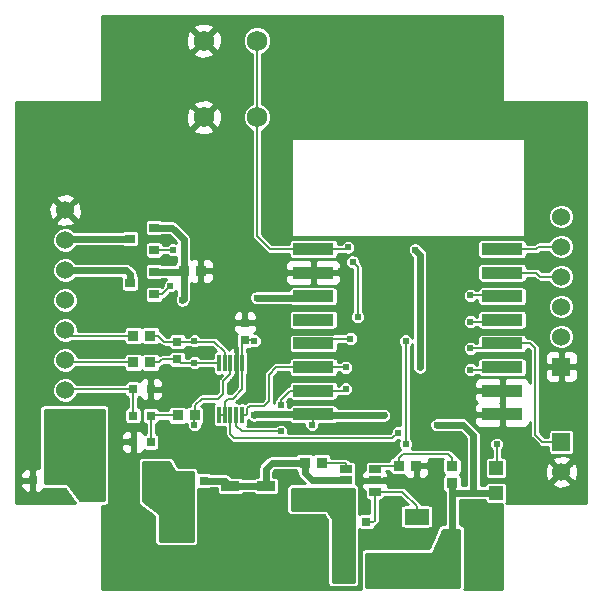
<source format=gtl>
G04 #@! TF.FileFunction,Copper,L1,Top,Signal*
%FSLAX46Y46*%
G04 Gerber Fmt 4.6, Leading zero omitted, Abs format (unit mm)*
G04 Created by KiCad (PCBNEW (2015-06-05 BZR 5717)-product) date Fri 31 Jul 2015 19:12:08 PDT*
%MOMM*%
G01*
G04 APERTURE LIST*
%ADD10C,0.100000*%
%ADD11R,0.800000X0.800000*%
%ADD12R,1.600000X0.900000*%
%ADD13R,0.900000X1.300000*%
%ADD14R,2.160000X2.260000*%
%ADD15R,2.100000X1.400000*%
%ADD16R,1.200000X1.200000*%
%ADD17R,1.780000X3.150000*%
%ADD18R,1.524000X1.524000*%
%ADD19C,1.524000*%
%ADD20R,0.900000X0.800000*%
%ADD21R,0.950000X0.950000*%
%ADD22C,1.750000*%
%ADD23R,3.500000X1.000000*%
%ADD24R,1.000000X0.700000*%
%ADD25R,1.200000X2.000000*%
%ADD26R,0.300000X1.450000*%
%ADD27C,0.609600*%
%ADD28C,0.203200*%
%ADD29C,0.609600*%
%ADD30C,0.254000*%
G04 APERTURE END LIST*
D10*
D11*
X123750000Y-99990000D03*
X122250000Y-99990000D03*
X140218000Y-88126000D03*
X140218000Y-86626000D03*
X130750000Y-92260000D03*
X132250000Y-92260000D03*
X132250000Y-96740000D03*
X130750000Y-96740000D03*
X134510000Y-89750000D03*
X134510000Y-88250000D03*
D12*
X138990000Y-100450000D03*
X138990000Y-103550000D03*
X141990000Y-100450000D03*
X141990000Y-103550000D03*
D11*
X150500000Y-103490000D03*
X149000000Y-103490000D03*
D13*
X157797500Y-108010000D03*
X159702500Y-108010000D03*
X157797500Y-105260000D03*
X159702500Y-105260000D03*
D14*
X129550000Y-104000000D03*
X134450000Y-104000000D03*
D15*
X154750000Y-103050000D03*
X154750000Y-107450000D03*
X145250000Y-101550000D03*
X145250000Y-105950000D03*
D16*
X161500000Y-101050000D03*
X161500000Y-98950000D03*
D11*
X135250000Y-100010000D03*
X136750000Y-100010000D03*
X130750000Y-94510000D03*
X132250000Y-94510000D03*
D17*
X127355000Y-100010000D03*
X132585000Y-100010000D03*
D18*
X167000000Y-96730000D03*
D19*
X167000000Y-99270000D03*
D18*
X125000000Y-94890000D03*
D19*
X125000000Y-92350000D03*
X125000000Y-89810000D03*
X125000000Y-87270000D03*
X125000000Y-84730000D03*
X125000000Y-82190000D03*
X125000000Y-79650000D03*
X125000000Y-77110000D03*
D18*
X167000000Y-90350000D03*
D19*
X167000000Y-87810000D03*
X167000000Y-85270000D03*
X167000000Y-82730000D03*
X167000000Y-80190000D03*
X167000000Y-77650000D03*
D20*
X130510000Y-83280000D03*
X132510000Y-82330000D03*
X132510000Y-84230000D03*
X130510000Y-79530000D03*
X132510000Y-78580000D03*
X132510000Y-80480000D03*
D21*
X135975000Y-94490000D03*
X134525000Y-94490000D03*
X132225000Y-89990000D03*
X130775000Y-89990000D03*
X132225000Y-87740000D03*
X130775000Y-87740000D03*
X135025000Y-82260000D03*
X136475000Y-82260000D03*
X146725000Y-98490000D03*
X145275000Y-98490000D03*
X157760000Y-100225000D03*
X157760000Y-98775000D03*
X153275000Y-98760000D03*
X154725000Y-98760000D03*
D22*
X141250000Y-69250000D03*
X136750000Y-69250000D03*
X141250000Y-62750000D03*
X136750000Y-62750000D03*
D23*
X146000000Y-80400000D03*
X146000000Y-82400000D03*
X146000000Y-84400000D03*
X146000000Y-86400000D03*
X146000000Y-88400000D03*
X146000000Y-90400000D03*
X146000000Y-92400000D03*
X146000000Y-94400000D03*
X162000000Y-94400000D03*
X162000000Y-92400000D03*
X162000000Y-90400000D03*
X162000000Y-88400000D03*
X162000000Y-86400000D03*
X162000000Y-84400000D03*
X162000000Y-82400000D03*
X162000000Y-80400000D03*
D24*
X148800000Y-100950000D03*
X151200000Y-100950000D03*
X151200000Y-99050000D03*
X148800000Y-100000000D03*
X151200000Y-100000000D03*
X148800000Y-99050000D03*
D25*
X148400000Y-107500000D03*
X151600000Y-107500000D03*
D26*
X138500000Y-94450000D03*
X139000000Y-94450000D03*
X139500000Y-94450000D03*
X140000000Y-94450000D03*
X140000000Y-90050000D03*
X139500000Y-90050000D03*
X139000000Y-90050000D03*
X138500000Y-90050000D03*
X138000000Y-90050000D03*
X138000000Y-94450000D03*
D27*
X160731200Y-61772800D03*
X129235200Y-61772800D03*
X156057600Y-98755200D03*
X149148800Y-95707200D03*
X138988800Y-87376000D03*
X133705600Y-92049600D03*
X134112000Y-96113600D03*
X130657600Y-98145600D03*
X122123200Y-101193600D03*
X130657600Y-106070400D03*
X129438400Y-106070400D03*
X160934400Y-106070400D03*
X160934400Y-104444800D03*
X160934400Y-108712000D03*
X160934400Y-107086400D03*
X160934400Y-107899200D03*
X160934400Y-105257600D03*
X137769600Y-82296000D03*
X148336000Y-82296000D03*
X139229169Y-91682989D03*
X152196800Y-99974400D03*
X159715200Y-94488000D03*
X159715200Y-92456000D03*
X145288000Y-104648000D03*
X143052800Y-106070400D03*
X143052800Y-106883200D03*
X142036800Y-104851200D03*
X141224000Y-104851200D03*
X142849600Y-104851200D03*
X138988800Y-104851200D03*
X139801600Y-104851200D03*
X138176000Y-104851200D03*
X142849600Y-82296000D03*
X141224000Y-84531200D03*
X141020800Y-94488000D03*
X151993600Y-94488000D03*
X156464000Y-95300800D03*
X145897600Y-95300800D03*
X154635200Y-80467200D03*
X155041600Y-90424000D03*
X141020800Y-88188800D03*
X135940800Y-90017600D03*
X135940800Y-88188800D03*
X135940800Y-95300800D03*
X161544000Y-96926400D03*
X153822400Y-96926400D03*
X153822400Y-88188800D03*
X159308800Y-88798400D03*
X134924800Y-84734400D03*
X133908800Y-83515200D03*
X134112000Y-80467200D03*
X149352000Y-81483200D03*
X149758400Y-86156800D03*
X153212790Y-95954991D03*
X159308800Y-90627200D03*
X148742400Y-90424000D03*
X143256000Y-95820990D03*
X143256000Y-93587190D03*
X148742400Y-92252800D03*
X148945600Y-80264000D03*
X159308800Y-84328000D03*
X159308800Y-86563200D03*
X149148800Y-87985600D03*
D28*
X136750000Y-62750000D02*
X136995600Y-62750000D01*
X136995600Y-62750000D02*
X138582400Y-61163200D01*
X147929600Y-61772800D02*
X160731200Y-61772800D01*
X147320000Y-61163200D02*
X147929600Y-61772800D01*
X138582400Y-61163200D02*
X147320000Y-61163200D01*
X154725000Y-98760000D02*
X156052800Y-98760000D01*
X156052800Y-98760000D02*
X156057600Y-98755200D01*
X132250000Y-92260000D02*
X133495200Y-92260000D01*
X133495200Y-92260000D02*
X133705600Y-92049600D01*
X130750000Y-96740000D02*
X130750000Y-98053200D01*
X130750000Y-98053200D02*
X130657600Y-98145600D01*
X122250000Y-99990000D02*
X122250000Y-101066800D01*
X122250000Y-101066800D02*
X122123200Y-101193600D01*
X129550000Y-104000000D02*
X129550000Y-105958800D01*
X129550000Y-105958800D02*
X129438400Y-106070400D01*
X160934400Y-104444800D02*
X160934400Y-106070400D01*
X160934400Y-107899200D02*
X160934400Y-107086400D01*
X159702500Y-108010000D02*
X160823600Y-108010000D01*
X160823600Y-108010000D02*
X160934400Y-107899200D01*
X159702500Y-105260000D02*
X160932000Y-105260000D01*
X160932000Y-105260000D02*
X160934400Y-105257600D01*
X136475000Y-82260000D02*
X137733600Y-82260000D01*
X137733600Y-82260000D02*
X137769600Y-82296000D01*
X146000000Y-82400000D02*
X147953200Y-82400000D01*
X147953200Y-82400000D02*
X148057200Y-82296000D01*
X148057200Y-82296000D02*
X148336000Y-82296000D01*
X139500000Y-90050000D02*
X139500000Y-91042590D01*
X139229169Y-91313421D02*
X139229169Y-91682989D01*
X139500000Y-91042590D02*
X139229169Y-91313421D01*
X151200000Y-100000000D02*
X152171200Y-100000000D01*
X152171200Y-100000000D02*
X152196800Y-99974400D01*
X162000000Y-94400000D02*
X160046800Y-94400000D01*
X160046800Y-94400000D02*
X159958800Y-94488000D01*
X159958800Y-94488000D02*
X159715200Y-94488000D01*
X162000000Y-92400000D02*
X160046800Y-92400000D01*
X160046800Y-92400000D02*
X159990800Y-92456000D01*
X159990800Y-92456000D02*
X159715200Y-92456000D01*
X145250000Y-105950000D02*
X145250000Y-104686000D01*
X145250000Y-104686000D02*
X145288000Y-104648000D01*
X143052800Y-106883200D02*
X143052800Y-106070400D01*
X143173200Y-105950000D02*
X143052800Y-106070400D01*
X143173200Y-105950000D02*
X145250000Y-105950000D01*
X142036800Y-104851200D02*
X141224000Y-104851200D01*
X142849600Y-104851200D02*
X142036800Y-104851200D01*
X141990000Y-104804400D02*
X142036800Y-104851200D01*
X141990000Y-104804400D02*
X141990000Y-103550000D01*
X138988800Y-104851200D02*
X139801600Y-104851200D01*
X138176000Y-104851200D02*
X138988800Y-104851200D01*
X138990000Y-104850000D02*
X138990000Y-103550000D01*
X138990000Y-104850000D02*
X138988800Y-104851200D01*
X142953600Y-82400000D02*
X142849600Y-82296000D01*
X146000000Y-82400000D02*
X142953600Y-82400000D01*
D29*
X145868800Y-84531200D02*
X146000000Y-84400000D01*
X141224000Y-84531200D02*
X145868800Y-84531200D01*
X141108800Y-94400000D02*
X141020800Y-94488000D01*
X146000000Y-94400000D02*
X141108800Y-94400000D01*
X151993600Y-94488000D02*
X146088000Y-94488000D01*
X146088000Y-94488000D02*
X146000000Y-94400000D01*
X159546631Y-96148231D02*
X158699200Y-95300800D01*
X158699200Y-95300800D02*
X156464000Y-95300800D01*
X159546631Y-101050000D02*
X157946540Y-101050000D01*
X161500000Y-101050000D02*
X159546631Y-101050000D01*
X159546631Y-101050000D02*
X159546631Y-96148231D01*
X157797500Y-105260000D02*
X157797500Y-100900960D01*
X157797500Y-100900960D02*
X157797500Y-100262500D01*
X157946540Y-101050000D02*
X157797500Y-100900960D01*
X157797500Y-100262500D02*
X157760000Y-100225000D01*
D28*
X146000000Y-94400000D02*
X146000000Y-95198400D01*
X146000000Y-95198400D02*
X145897600Y-95300800D01*
X157760000Y-105222500D02*
X157797500Y-105260000D01*
X138500000Y-94450000D02*
X138000000Y-94450000D01*
D29*
X154635200Y-80467200D02*
X155041600Y-80873600D01*
X155041600Y-80873600D02*
X155041600Y-90424000D01*
D28*
X140000000Y-88344000D02*
X140218000Y-88126000D01*
X140000000Y-90050000D02*
X140000000Y-88344000D01*
X140958000Y-88126000D02*
X141020800Y-88188800D01*
X140218000Y-88126000D02*
X140958000Y-88126000D01*
X140000000Y-92257600D02*
X139192000Y-93065600D01*
X139192000Y-93065600D02*
X138785600Y-93065600D01*
X138785600Y-93065600D02*
X138500000Y-93351200D01*
X138500000Y-93351200D02*
X138500000Y-94450000D01*
X140000000Y-90050000D02*
X140000000Y-92257600D01*
X130750000Y-92260000D02*
X125090000Y-92260000D01*
X125090000Y-92260000D02*
X125000000Y-92350000D01*
X130750000Y-92260000D02*
X130750000Y-94510000D01*
X134525000Y-94490000D02*
X132270000Y-94490000D01*
X132270000Y-94490000D02*
X132250000Y-94510000D01*
X132250000Y-96740000D02*
X132250000Y-94510000D01*
X132920400Y-89990000D02*
X133160400Y-89750000D01*
X133160400Y-89750000D02*
X134510000Y-89750000D01*
X132225000Y-89990000D02*
X132920400Y-89990000D01*
X135940800Y-90050000D02*
X134810000Y-90050000D01*
X138000000Y-90050000D02*
X135940800Y-90050000D01*
X134810000Y-90050000D02*
X134510000Y-89750000D01*
X135940800Y-90017600D02*
X135940800Y-90050000D01*
X132225000Y-87740000D02*
X132903200Y-87740000D01*
X132903200Y-87740000D02*
X133413200Y-88250000D01*
X133413200Y-88250000D02*
X134510000Y-88250000D01*
X135940800Y-88250000D02*
X137628200Y-88250000D01*
X134510000Y-88250000D02*
X135940800Y-88250000D01*
X137628200Y-88250000D02*
X138500000Y-89121800D01*
X138500000Y-89121800D02*
X138500000Y-90050000D01*
X135940800Y-88188800D02*
X135940800Y-88250000D01*
D29*
X148800000Y-100000000D02*
X145923200Y-100000000D01*
X145275000Y-99351800D02*
X145275000Y-98490000D01*
X145923200Y-100000000D02*
X145275000Y-99351800D01*
X145275000Y-98490000D02*
X142505200Y-98490000D01*
X141990000Y-99005200D02*
X141990000Y-100450000D01*
X142505200Y-98490000D02*
X141990000Y-99005200D01*
X138990000Y-100450000D02*
X141990000Y-100450000D01*
X136750000Y-100010000D02*
X138550000Y-100010000D01*
X138550000Y-100010000D02*
X138990000Y-100450000D01*
D28*
X151200000Y-100950000D02*
X153553200Y-100950000D01*
X153553200Y-100950000D02*
X154750000Y-102146800D01*
X154750000Y-102146800D02*
X154750000Y-103050000D01*
X151200000Y-100950000D02*
X151200000Y-103393200D01*
X151103200Y-103490000D02*
X150500000Y-103490000D01*
X151200000Y-103393200D02*
X151103200Y-103490000D01*
X135940800Y-95300800D02*
X135940800Y-94524200D01*
X135940800Y-94524200D02*
X135975000Y-94490000D01*
X136550400Y-93065600D02*
X135975000Y-93641000D01*
X135975000Y-93641000D02*
X135975000Y-94490000D01*
X137972800Y-93065600D02*
X136550400Y-93065600D01*
X138379200Y-92659200D02*
X137972800Y-93065600D01*
X138379200Y-91588640D02*
X138379200Y-92659200D01*
X139000000Y-90050000D02*
X139000000Y-90967840D01*
X139000000Y-90967840D02*
X138379200Y-91588640D01*
X161544000Y-96926400D02*
X161544000Y-98906000D01*
X161544000Y-98906000D02*
X161500000Y-98950000D01*
X153822400Y-88188800D02*
X153822400Y-96926400D01*
X164795200Y-96113600D02*
X165411600Y-96730000D01*
X165411600Y-96730000D02*
X167000000Y-96730000D01*
X164795200Y-88798400D02*
X164795200Y-96113600D01*
X164396800Y-88400000D02*
X164795200Y-88798400D01*
X162000000Y-88400000D02*
X164396800Y-88400000D01*
X162000000Y-88400000D02*
X160750000Y-88400000D01*
X160750000Y-88400000D02*
X160351600Y-88798400D01*
X160351600Y-88798400D02*
X159308800Y-88798400D01*
X130775000Y-89990000D02*
X125180000Y-89990000D01*
X125180000Y-89990000D02*
X125000000Y-89810000D01*
X130775000Y-87740000D02*
X125470000Y-87740000D01*
X125470000Y-87740000D02*
X125000000Y-87270000D01*
D29*
X134924800Y-84734400D02*
X135025000Y-84634200D01*
X135025000Y-84634200D02*
X135025000Y-82260000D01*
X135025000Y-79551400D02*
X134053600Y-78580000D01*
X134053600Y-78580000D02*
X132510000Y-78580000D01*
X135025000Y-82260000D02*
X135025000Y-79551400D01*
X134955000Y-82330000D02*
X135025000Y-82260000D01*
X132510000Y-82330000D02*
X134955000Y-82330000D01*
X130145200Y-82190000D02*
X130510000Y-82554800D01*
X130510000Y-82554800D02*
X130510000Y-83280000D01*
X125000000Y-82190000D02*
X130145200Y-82190000D01*
X125120000Y-79530000D02*
X125000000Y-79650000D01*
X130510000Y-79530000D02*
X125120000Y-79530000D01*
D28*
X164899200Y-82400000D02*
X165229200Y-82730000D01*
X165229200Y-82730000D02*
X167000000Y-82730000D01*
X162000000Y-82400000D02*
X164899200Y-82400000D01*
X164862400Y-80400000D02*
X165072400Y-80190000D01*
X165072400Y-80190000D02*
X167000000Y-80190000D01*
X162000000Y-80400000D02*
X164862400Y-80400000D01*
X133194000Y-84230000D02*
X133908800Y-83515200D01*
X132510000Y-84230000D02*
X133194000Y-84230000D01*
X134099200Y-80480000D02*
X134112000Y-80467200D01*
X149352000Y-81483200D02*
X149758400Y-81889600D01*
X149758400Y-81889600D02*
X149758400Y-86156800D01*
X132510000Y-80480000D02*
X134099200Y-80480000D01*
X139000000Y-94450000D02*
X139000000Y-96102400D01*
X139000000Y-96102400D02*
X139328200Y-96430600D01*
X139328200Y-96430600D02*
X152692600Y-96430600D01*
X152692600Y-96430600D02*
X153168209Y-95954991D01*
X153168209Y-95954991D02*
X153212790Y-95954991D01*
X162000000Y-90400000D02*
X160750000Y-90400000D01*
X160750000Y-90400000D02*
X160522800Y-90627200D01*
X160522800Y-90627200D02*
X159308800Y-90627200D01*
X142240000Y-91033600D02*
X142873600Y-90400000D01*
X142873600Y-90400000D02*
X146000000Y-90400000D01*
X142240000Y-93268800D02*
X142240000Y-91033600D01*
X141833600Y-93675200D02*
X142240000Y-93268800D01*
X140614400Y-93675200D02*
X141833600Y-93675200D01*
X140411191Y-93878409D02*
X140614400Y-93675200D01*
X140000000Y-94450000D02*
X140353200Y-94450000D01*
X140353200Y-94450000D02*
X140411191Y-94392009D01*
X140411191Y-94392009D02*
X140411191Y-93878409D01*
X146000000Y-90400000D02*
X147250000Y-90400000D01*
X147250000Y-90400000D02*
X147274000Y-90424000D01*
X147274000Y-90424000D02*
X148742400Y-90424000D01*
X143256000Y-95820990D02*
X139942790Y-95820990D01*
X139942790Y-95820990D02*
X139500000Y-95378200D01*
X139500000Y-95378200D02*
X139500000Y-94450000D01*
X146000000Y-92400000D02*
X144046800Y-92400000D01*
X144046800Y-92400000D02*
X143256000Y-93190800D01*
X143256000Y-93190800D02*
X143256000Y-93587190D01*
X146000000Y-92400000D02*
X148595200Y-92400000D01*
X148595200Y-92400000D02*
X148742400Y-92252800D01*
X142376000Y-80400000D02*
X141250000Y-79274000D01*
X141250000Y-79274000D02*
X141250000Y-69250000D01*
X146000000Y-80400000D02*
X142376000Y-80400000D01*
X148945600Y-80264000D02*
X148809600Y-80400000D01*
X148809600Y-80400000D02*
X146000000Y-80400000D01*
X141250000Y-62750000D02*
X141250000Y-69250000D01*
X148800000Y-99050000D02*
X148800000Y-98609600D01*
X148680400Y-98490000D02*
X146725000Y-98490000D01*
X148800000Y-98609600D02*
X148680400Y-98490000D01*
X162000000Y-84400000D02*
X160750000Y-84400000D01*
X160750000Y-84400000D02*
X160678000Y-84328000D01*
X160678000Y-84328000D02*
X159308800Y-84328000D01*
X162000000Y-86400000D02*
X160750000Y-86400000D01*
X160750000Y-86400000D02*
X160586800Y-86563200D01*
X160586800Y-86563200D02*
X159308800Y-86563200D01*
X157402400Y-97739200D02*
X153617600Y-97739200D01*
X153617600Y-97739200D02*
X153275000Y-98081800D01*
X153275000Y-98081800D02*
X153275000Y-98760000D01*
X157760000Y-98775000D02*
X157760000Y-98096800D01*
X157760000Y-98096800D02*
X157402400Y-97739200D01*
X151200000Y-98939200D02*
X151379200Y-98760000D01*
X151379200Y-98760000D02*
X153275000Y-98760000D01*
X151200000Y-99050000D02*
X151200000Y-98939200D01*
X146000000Y-88400000D02*
X147250000Y-88400000D01*
X147250000Y-88400000D02*
X147664400Y-87985600D01*
X147664400Y-87985600D02*
X149148800Y-87985600D01*
D30*
G36*
X149428200Y-108585000D02*
X147650200Y-108585000D01*
X147650200Y-103225600D01*
X147647772Y-103213397D01*
X147647786Y-103200954D01*
X147642986Y-103189332D01*
X147640533Y-103176999D01*
X147633618Y-103166650D01*
X147628870Y-103155153D01*
X147222470Y-102545553D01*
X147213590Y-102536654D01*
X147206603Y-102526197D01*
X147196255Y-102519283D01*
X147187468Y-102510477D01*
X147175856Y-102505653D01*
X147165401Y-102498667D01*
X147153197Y-102496239D01*
X147141707Y-102491466D01*
X147129131Y-102491452D01*
X147116800Y-102489000D01*
X144195800Y-102489000D01*
X144195800Y-100711000D01*
X149428200Y-100711000D01*
X149428200Y-108585000D01*
X149428200Y-108585000D01*
G37*
X149428200Y-108585000D02*
X147650200Y-108585000D01*
X147650200Y-103225600D01*
X147647772Y-103213397D01*
X147647786Y-103200954D01*
X147642986Y-103189332D01*
X147640533Y-103176999D01*
X147633618Y-103166650D01*
X147628870Y-103155153D01*
X147222470Y-102545553D01*
X147213590Y-102536654D01*
X147206603Y-102526197D01*
X147196255Y-102519283D01*
X147187468Y-102510477D01*
X147175856Y-102505653D01*
X147165401Y-102498667D01*
X147153197Y-102496239D01*
X147141707Y-102491466D01*
X147129131Y-102491452D01*
X147116800Y-102489000D01*
X144195800Y-102489000D01*
X144195800Y-100711000D01*
X149428200Y-100711000D01*
X149428200Y-108585000D01*
G36*
X158369000Y-108991400D02*
X150495000Y-108991400D01*
X150495000Y-106197400D01*
X156057600Y-106197400D01*
X156058372Y-106197246D01*
X156059149Y-106197391D01*
X156082678Y-106192411D01*
X156106201Y-106187733D01*
X156106855Y-106187295D01*
X156107628Y-106187132D01*
X156127426Y-106173550D01*
X156147403Y-106160203D01*
X156147841Y-106159546D01*
X156148491Y-106159101D01*
X156161585Y-106138977D01*
X156174933Y-106119001D01*
X156175086Y-106118228D01*
X156175517Y-106117567D01*
X156956383Y-104165400D01*
X158369000Y-104165400D01*
X158369000Y-108991400D01*
X158369000Y-108991400D01*
G37*
X158369000Y-108991400D02*
X150495000Y-108991400D01*
X150495000Y-106197400D01*
X156057600Y-106197400D01*
X156058372Y-106197246D01*
X156059149Y-106197391D01*
X156082678Y-106192411D01*
X156106201Y-106187733D01*
X156106855Y-106187295D01*
X156107628Y-106187132D01*
X156127426Y-106173550D01*
X156147403Y-106160203D01*
X156147841Y-106159546D01*
X156148491Y-106159101D01*
X156161585Y-106138977D01*
X156174933Y-106119001D01*
X156175086Y-106118228D01*
X156175517Y-106117567D01*
X156956383Y-104165400D01*
X158369000Y-104165400D01*
X158369000Y-108991400D01*
G36*
X135813800Y-105130600D02*
X133019800Y-105130600D01*
X133019800Y-102819200D01*
X133017743Y-102808858D01*
X133018072Y-102798321D01*
X133012955Y-102784790D01*
X133010133Y-102770599D01*
X133004274Y-102761830D01*
X133000546Y-102751971D01*
X132990643Y-102741430D01*
X132982603Y-102729397D01*
X132973833Y-102723537D01*
X132966617Y-102715856D01*
X131597400Y-101737843D01*
X131597400Y-98475800D01*
X133830310Y-98475800D01*
X134201608Y-99218396D01*
X134214084Y-99234472D01*
X134225397Y-99251403D01*
X134229191Y-99253938D01*
X134231989Y-99257543D01*
X134249672Y-99267623D01*
X134266599Y-99278933D01*
X134271074Y-99279823D01*
X134275039Y-99282083D01*
X134295237Y-99284629D01*
X134315200Y-99288600D01*
X135813800Y-99288600D01*
X135813800Y-105130600D01*
X135813800Y-105130600D01*
G37*
X135813800Y-105130600D02*
X133019800Y-105130600D01*
X133019800Y-102819200D01*
X133017743Y-102808858D01*
X133018072Y-102798321D01*
X133012955Y-102784790D01*
X133010133Y-102770599D01*
X133004274Y-102761830D01*
X133000546Y-102751971D01*
X132990643Y-102741430D01*
X132982603Y-102729397D01*
X132973833Y-102723537D01*
X132966617Y-102715856D01*
X131597400Y-101737843D01*
X131597400Y-98475800D01*
X133830310Y-98475800D01*
X134201608Y-99218396D01*
X134214084Y-99234472D01*
X134225397Y-99251403D01*
X134229191Y-99253938D01*
X134231989Y-99257543D01*
X134249672Y-99267623D01*
X134266599Y-99278933D01*
X134271074Y-99279823D01*
X134275039Y-99282083D01*
X134295237Y-99284629D01*
X134315200Y-99288600D01*
X135813800Y-99288600D01*
X135813800Y-105130600D01*
G36*
X128295400Y-101676200D02*
X126252556Y-101676200D01*
X125274544Y-100306983D01*
X125266862Y-100299765D01*
X125261003Y-100290997D01*
X125248972Y-100282958D01*
X125238429Y-100273053D01*
X125228566Y-100269323D01*
X125219801Y-100263467D01*
X125205615Y-100260645D01*
X125192079Y-100255527D01*
X125181536Y-100255856D01*
X125171200Y-100253800D01*
X123266200Y-100253800D01*
X123266200Y-94081600D01*
X123266200Y-94005400D01*
X128295400Y-94005400D01*
X128295400Y-101676200D01*
X128295400Y-101676200D01*
G37*
X128295400Y-101676200D02*
X126252556Y-101676200D01*
X125274544Y-100306983D01*
X125266862Y-100299765D01*
X125261003Y-100290997D01*
X125248972Y-100282958D01*
X125238429Y-100273053D01*
X125228566Y-100269323D01*
X125219801Y-100263467D01*
X125205615Y-100260645D01*
X125192079Y-100255527D01*
X125181536Y-100255856D01*
X125171200Y-100253800D01*
X123266200Y-100253800D01*
X123266200Y-94081600D01*
X123266200Y-94005400D01*
X128295400Y-94005400D01*
X128295400Y-101676200D01*
G36*
X162030524Y-101986669D02*
X162026600Y-102006400D01*
X162026600Y-109194600D01*
X158811042Y-109194600D01*
X158826200Y-109118400D01*
X158826200Y-104038400D01*
X158801065Y-103912038D01*
X158729487Y-103804913D01*
X158622362Y-103733335D01*
X158496000Y-103708200D01*
X158432500Y-103708200D01*
X158432500Y-101685000D01*
X159546631Y-101685000D01*
X160570121Y-101685000D01*
X160587759Y-101775904D01*
X160660450Y-101886562D01*
X160770187Y-101960636D01*
X160900000Y-101986669D01*
X162030524Y-101986669D01*
X162030524Y-101986669D01*
G37*
X162030524Y-101986669D02*
X162026600Y-102006400D01*
X162026600Y-109194600D01*
X158811042Y-109194600D01*
X158826200Y-109118400D01*
X158826200Y-104038400D01*
X158801065Y-103912038D01*
X158729487Y-103804913D01*
X158622362Y-103733335D01*
X158496000Y-103708200D01*
X158432500Y-103708200D01*
X158432500Y-101685000D01*
X159546631Y-101685000D01*
X160570121Y-101685000D01*
X160587759Y-101775904D01*
X160660450Y-101886562D01*
X160770187Y-101960636D01*
X160900000Y-101986669D01*
X162030524Y-101986669D01*
G36*
X169138600Y-101879400D02*
X168409144Y-101879400D01*
X168409144Y-99477698D01*
X168397000Y-99235068D01*
X168397000Y-91238309D01*
X168397000Y-90635750D01*
X168397000Y-90064250D01*
X168397000Y-89461691D01*
X168300327Y-89228302D01*
X168121699Y-89049673D01*
X168092389Y-89037532D01*
X168092389Y-87593701D01*
X168092389Y-85053701D01*
X168092389Y-82513701D01*
X168092389Y-79973701D01*
X168092389Y-77433701D01*
X167926462Y-77032127D01*
X167619489Y-76724618D01*
X167218205Y-76557990D01*
X166783701Y-76557611D01*
X166382127Y-76723538D01*
X166074618Y-77030511D01*
X165907990Y-77431795D01*
X165907611Y-77866299D01*
X166073538Y-78267873D01*
X166380511Y-78575382D01*
X166781795Y-78742010D01*
X167216299Y-78742389D01*
X167617873Y-78576462D01*
X167925382Y-78269489D01*
X168092010Y-77868205D01*
X168092389Y-77433701D01*
X168092389Y-79973701D01*
X167926462Y-79572127D01*
X167619489Y-79264618D01*
X167218205Y-79097990D01*
X166783701Y-79097611D01*
X166382127Y-79263538D01*
X166074618Y-79570511D01*
X165996682Y-79758200D01*
X165072405Y-79758200D01*
X165072400Y-79758199D01*
X164934573Y-79785615D01*
X164907157Y-79791069D01*
X164767071Y-79884671D01*
X164683542Y-79968200D01*
X164086669Y-79968200D01*
X164086669Y-79900000D01*
X164062241Y-79774096D01*
X163989550Y-79663438D01*
X163906200Y-79607175D01*
X163906200Y-79248000D01*
X163906200Y-71120000D01*
X163896533Y-71071399D01*
X163869003Y-71030197D01*
X163827801Y-71002667D01*
X163779200Y-70993000D01*
X144272000Y-70993000D01*
X144223399Y-71002667D01*
X144182197Y-71030197D01*
X144154667Y-71071399D01*
X144145000Y-71120000D01*
X144145000Y-79248000D01*
X144154667Y-79296601D01*
X144182197Y-79337803D01*
X144223399Y-79365333D01*
X144272000Y-79375000D01*
X163779200Y-79375000D01*
X163827801Y-79365333D01*
X163869003Y-79337803D01*
X163896533Y-79296601D01*
X163906200Y-79248000D01*
X163906200Y-79607175D01*
X163879813Y-79589364D01*
X163750000Y-79563331D01*
X160250000Y-79563331D01*
X160124096Y-79587759D01*
X160013438Y-79660450D01*
X159939364Y-79770187D01*
X159913331Y-79900000D01*
X159913331Y-80900000D01*
X159937759Y-81025904D01*
X160010450Y-81136562D01*
X160120187Y-81210636D01*
X160250000Y-81236669D01*
X163750000Y-81236669D01*
X163875904Y-81212241D01*
X163986562Y-81139550D01*
X164060636Y-81029813D01*
X164086669Y-80900000D01*
X164086669Y-80831800D01*
X164862400Y-80831800D01*
X165027642Y-80798931D01*
X165027643Y-80798931D01*
X165167729Y-80705329D01*
X165251258Y-80621800D01*
X165996654Y-80621800D01*
X166073538Y-80807873D01*
X166380511Y-81115382D01*
X166781795Y-81282010D01*
X167216299Y-81282389D01*
X167617873Y-81116462D01*
X167925382Y-80809489D01*
X168092010Y-80408205D01*
X168092389Y-79973701D01*
X168092389Y-82513701D01*
X167926462Y-82112127D01*
X167619489Y-81804618D01*
X167218205Y-81637990D01*
X166783701Y-81637611D01*
X166382127Y-81803538D01*
X166074618Y-82110511D01*
X165996682Y-82298200D01*
X165408057Y-82298200D01*
X165204529Y-82094671D01*
X165064443Y-82001069D01*
X164899200Y-81968200D01*
X164086669Y-81968200D01*
X164086669Y-81900000D01*
X164062241Y-81774096D01*
X163989550Y-81663438D01*
X163879813Y-81589364D01*
X163750000Y-81563331D01*
X160250000Y-81563331D01*
X160124096Y-81587759D01*
X160013438Y-81660450D01*
X159939364Y-81770187D01*
X159913331Y-81900000D01*
X159913331Y-82900000D01*
X159937759Y-83025904D01*
X160010450Y-83136562D01*
X160120187Y-83210636D01*
X160250000Y-83236669D01*
X163750000Y-83236669D01*
X163875904Y-83212241D01*
X163986562Y-83139550D01*
X164060636Y-83029813D01*
X164086669Y-82900000D01*
X164086669Y-82831800D01*
X164720342Y-82831800D01*
X164923868Y-83035325D01*
X164923871Y-83035329D01*
X165063957Y-83128931D01*
X165229200Y-83161800D01*
X165996654Y-83161800D01*
X166073538Y-83347873D01*
X166380511Y-83655382D01*
X166781795Y-83822010D01*
X167216299Y-83822389D01*
X167617873Y-83656462D01*
X167925382Y-83349489D01*
X168092010Y-82948205D01*
X168092389Y-82513701D01*
X168092389Y-85053701D01*
X167926462Y-84652127D01*
X167619489Y-84344618D01*
X167218205Y-84177990D01*
X166783701Y-84177611D01*
X166382127Y-84343538D01*
X166074618Y-84650511D01*
X165907990Y-85051795D01*
X165907611Y-85486299D01*
X166073538Y-85887873D01*
X166380511Y-86195382D01*
X166781795Y-86362010D01*
X167216299Y-86362389D01*
X167617873Y-86196462D01*
X167925382Y-85889489D01*
X168092010Y-85488205D01*
X168092389Y-85053701D01*
X168092389Y-87593701D01*
X167926462Y-87192127D01*
X167619489Y-86884618D01*
X167218205Y-86717990D01*
X166783701Y-86717611D01*
X166382127Y-86883538D01*
X166074618Y-87190511D01*
X165907990Y-87591795D01*
X165907611Y-88026299D01*
X166073538Y-88427873D01*
X166380511Y-88735382D01*
X166781795Y-88902010D01*
X167216299Y-88902389D01*
X167617873Y-88736462D01*
X167925382Y-88429489D01*
X168092010Y-88028205D01*
X168092389Y-87593701D01*
X168092389Y-89037532D01*
X167888310Y-88953000D01*
X167635691Y-88953000D01*
X167285750Y-88953000D01*
X167127000Y-89111750D01*
X167127000Y-90223000D01*
X168238250Y-90223000D01*
X168397000Y-90064250D01*
X168397000Y-90635750D01*
X168238250Y-90477000D01*
X167127000Y-90477000D01*
X167127000Y-91588250D01*
X167285750Y-91747000D01*
X167635691Y-91747000D01*
X167888310Y-91747000D01*
X168121699Y-91650327D01*
X168300327Y-91471698D01*
X168397000Y-91238309D01*
X168397000Y-99235068D01*
X168381362Y-98922632D01*
X168222397Y-98538857D01*
X168098669Y-98503368D01*
X168098669Y-97492000D01*
X168098669Y-95968000D01*
X168074241Y-95842096D01*
X168001550Y-95731438D01*
X167891813Y-95657364D01*
X167762000Y-95631331D01*
X166873000Y-95631331D01*
X166873000Y-91588250D01*
X166873000Y-90477000D01*
X166873000Y-90223000D01*
X166873000Y-89111750D01*
X166714250Y-88953000D01*
X166364309Y-88953000D01*
X166111690Y-88953000D01*
X165878301Y-89049673D01*
X165699673Y-89228302D01*
X165603000Y-89461691D01*
X165603000Y-90064250D01*
X165761750Y-90223000D01*
X166873000Y-90223000D01*
X166873000Y-90477000D01*
X165761750Y-90477000D01*
X165603000Y-90635750D01*
X165603000Y-91238309D01*
X165699673Y-91471698D01*
X165878301Y-91650327D01*
X166111690Y-91747000D01*
X166364309Y-91747000D01*
X166714250Y-91747000D01*
X166873000Y-91588250D01*
X166873000Y-95631331D01*
X166238000Y-95631331D01*
X166112096Y-95655759D01*
X166001438Y-95728450D01*
X165927364Y-95838187D01*
X165901331Y-95968000D01*
X165901331Y-96298200D01*
X165590458Y-96298200D01*
X165227000Y-95934742D01*
X165227000Y-88798405D01*
X165227000Y-88798400D01*
X165227001Y-88798400D01*
X165199584Y-88660573D01*
X165194131Y-88633158D01*
X165194131Y-88633157D01*
X165100529Y-88493072D01*
X165100529Y-88493071D01*
X165100525Y-88493068D01*
X164702129Y-88094671D01*
X164562043Y-88001069D01*
X164396800Y-87968200D01*
X164086669Y-87968200D01*
X164086669Y-87900000D01*
X164086669Y-86900000D01*
X164086669Y-85900000D01*
X164086669Y-84900000D01*
X164086669Y-83900000D01*
X164062241Y-83774096D01*
X163989550Y-83663438D01*
X163879813Y-83589364D01*
X163750000Y-83563331D01*
X160250000Y-83563331D01*
X160124096Y-83587759D01*
X160013438Y-83660450D01*
X159939364Y-83770187D01*
X159914093Y-83896200D01*
X159774995Y-83896200D01*
X159668968Y-83789987D01*
X159435663Y-83693111D01*
X159183045Y-83692890D01*
X158949572Y-83789360D01*
X158770787Y-83967832D01*
X158673911Y-84201137D01*
X158673690Y-84453755D01*
X158770160Y-84687228D01*
X158948632Y-84866013D01*
X159181937Y-84962889D01*
X159434555Y-84963110D01*
X159668028Y-84866640D01*
X159775055Y-84759800D01*
X159913331Y-84759800D01*
X159913331Y-84900000D01*
X159937759Y-85025904D01*
X160010450Y-85136562D01*
X160120187Y-85210636D01*
X160250000Y-85236669D01*
X163750000Y-85236669D01*
X163875904Y-85212241D01*
X163986562Y-85139550D01*
X164060636Y-85029813D01*
X164086669Y-84900000D01*
X164086669Y-85900000D01*
X164062241Y-85774096D01*
X163989550Y-85663438D01*
X163879813Y-85589364D01*
X163750000Y-85563331D01*
X160250000Y-85563331D01*
X160124096Y-85587759D01*
X160013438Y-85660450D01*
X159939364Y-85770187D01*
X159913331Y-85900000D01*
X159913331Y-86131400D01*
X159774995Y-86131400D01*
X159668968Y-86025187D01*
X159435663Y-85928311D01*
X159183045Y-85928090D01*
X158949572Y-86024560D01*
X158770787Y-86203032D01*
X158673911Y-86436337D01*
X158673690Y-86688955D01*
X158770160Y-86922428D01*
X158948632Y-87101213D01*
X159181937Y-87198089D01*
X159434555Y-87198310D01*
X159668028Y-87101840D01*
X159775055Y-86995000D01*
X159931762Y-86995000D01*
X159937759Y-87025904D01*
X160010450Y-87136562D01*
X160120187Y-87210636D01*
X160250000Y-87236669D01*
X163750000Y-87236669D01*
X163875904Y-87212241D01*
X163986562Y-87139550D01*
X164060636Y-87029813D01*
X164086669Y-86900000D01*
X164086669Y-87900000D01*
X164062241Y-87774096D01*
X163989550Y-87663438D01*
X163879813Y-87589364D01*
X163750000Y-87563331D01*
X160250000Y-87563331D01*
X160124096Y-87587759D01*
X160013438Y-87660450D01*
X159939364Y-87770187D01*
X159913331Y-87900000D01*
X159913331Y-88366600D01*
X159774995Y-88366600D01*
X159668968Y-88260387D01*
X159435663Y-88163511D01*
X159183045Y-88163290D01*
X158949572Y-88259760D01*
X158770787Y-88438232D01*
X158673911Y-88671537D01*
X158673690Y-88924155D01*
X158770160Y-89157628D01*
X158948632Y-89336413D01*
X159181937Y-89433289D01*
X159434555Y-89433510D01*
X159668028Y-89337040D01*
X159775055Y-89230200D01*
X160217742Y-89230200D01*
X160250000Y-89236669D01*
X163750000Y-89236669D01*
X163875904Y-89212241D01*
X163986562Y-89139550D01*
X164060636Y-89029813D01*
X164086669Y-88900000D01*
X164086669Y-88831800D01*
X164217942Y-88831800D01*
X164363400Y-88977257D01*
X164363400Y-91721544D01*
X164288327Y-91540302D01*
X164109699Y-91361673D01*
X164086669Y-91352133D01*
X164086669Y-90900000D01*
X164086669Y-89900000D01*
X164062241Y-89774096D01*
X163989550Y-89663438D01*
X163879813Y-89589364D01*
X163750000Y-89563331D01*
X160250000Y-89563331D01*
X160124096Y-89587759D01*
X160013438Y-89660450D01*
X159939364Y-89770187D01*
X159913331Y-89900000D01*
X159913331Y-90195400D01*
X159774995Y-90195400D01*
X159668968Y-90089187D01*
X159435663Y-89992311D01*
X159183045Y-89992090D01*
X158949572Y-90088560D01*
X158770787Y-90267032D01*
X158673911Y-90500337D01*
X158673690Y-90752955D01*
X158770160Y-90986428D01*
X158948632Y-91165213D01*
X159181937Y-91262089D01*
X159434555Y-91262310D01*
X159668028Y-91165840D01*
X159775055Y-91059000D01*
X159959499Y-91059000D01*
X160010450Y-91136562D01*
X160120187Y-91210636D01*
X160250000Y-91236669D01*
X163750000Y-91236669D01*
X163875904Y-91212241D01*
X163986562Y-91139550D01*
X164060636Y-91029813D01*
X164086669Y-90900000D01*
X164086669Y-91352133D01*
X163876310Y-91265000D01*
X163623691Y-91265000D01*
X162285750Y-91265000D01*
X162127000Y-91423750D01*
X162127000Y-92273000D01*
X162147000Y-92273000D01*
X162147000Y-92527000D01*
X162127000Y-92527000D01*
X162127000Y-93376250D01*
X162150750Y-93400000D01*
X162127000Y-93423750D01*
X162127000Y-94273000D01*
X162147000Y-94273000D01*
X162147000Y-94527000D01*
X162127000Y-94527000D01*
X162127000Y-95376250D01*
X162285750Y-95535000D01*
X163623691Y-95535000D01*
X163876310Y-95535000D01*
X164109699Y-95438327D01*
X164288327Y-95259698D01*
X164363400Y-95078455D01*
X164363400Y-96113600D01*
X164396269Y-96278843D01*
X164489871Y-96418929D01*
X165106271Y-97035329D01*
X165246357Y-97128931D01*
X165411600Y-97161800D01*
X165901331Y-97161800D01*
X165901331Y-97492000D01*
X165925759Y-97617904D01*
X165998450Y-97728562D01*
X166108187Y-97802636D01*
X166238000Y-97828669D01*
X167762000Y-97828669D01*
X167887904Y-97804241D01*
X167998562Y-97731550D01*
X168072636Y-97621813D01*
X168098669Y-97492000D01*
X168098669Y-98503368D01*
X167980213Y-98469392D01*
X167800608Y-98648997D01*
X167800608Y-98289787D01*
X167731143Y-98047603D01*
X167207698Y-97860856D01*
X166652632Y-97888638D01*
X166268857Y-98047603D01*
X166199392Y-98289787D01*
X167000000Y-99090395D01*
X167800608Y-98289787D01*
X167800608Y-98648997D01*
X167179605Y-99270000D01*
X167980213Y-100070608D01*
X168222397Y-100001143D01*
X168409144Y-99477698D01*
X168409144Y-101879400D01*
X167800608Y-101879400D01*
X167800608Y-100250213D01*
X167000000Y-99449605D01*
X166820395Y-99629210D01*
X166820395Y-99270000D01*
X166019787Y-98469392D01*
X165777603Y-98538857D01*
X165590856Y-99062302D01*
X165618638Y-99617368D01*
X165777603Y-100001143D01*
X166019787Y-100070608D01*
X166820395Y-99270000D01*
X166820395Y-99629210D01*
X166199392Y-100250213D01*
X166268857Y-100492397D01*
X166792302Y-100679144D01*
X167347368Y-100651362D01*
X167731143Y-100492397D01*
X167800608Y-100250213D01*
X167800608Y-101879400D01*
X162343413Y-101879400D01*
X162410636Y-101779813D01*
X162436669Y-101650000D01*
X162436669Y-100450000D01*
X162436669Y-99550000D01*
X162436669Y-98350000D01*
X162412241Y-98224096D01*
X162339550Y-98113438D01*
X162229813Y-98039364D01*
X162100000Y-98013331D01*
X161975800Y-98013331D01*
X161975800Y-97392595D01*
X162082013Y-97286568D01*
X162178889Y-97053263D01*
X162179110Y-96800645D01*
X162082640Y-96567172D01*
X161904168Y-96388387D01*
X161873000Y-96375445D01*
X161873000Y-95376250D01*
X161873000Y-94527000D01*
X161873000Y-94273000D01*
X161873000Y-93423750D01*
X161849250Y-93400000D01*
X161873000Y-93376250D01*
X161873000Y-92527000D01*
X161873000Y-92273000D01*
X161873000Y-91423750D01*
X161714250Y-91265000D01*
X160376309Y-91265000D01*
X160123690Y-91265000D01*
X159890301Y-91361673D01*
X159711673Y-91540302D01*
X159615000Y-91773691D01*
X159615000Y-92114250D01*
X159773750Y-92273000D01*
X161873000Y-92273000D01*
X161873000Y-92527000D01*
X159773750Y-92527000D01*
X159615000Y-92685750D01*
X159615000Y-93026309D01*
X159711673Y-93259698D01*
X159851974Y-93400000D01*
X159711673Y-93540302D01*
X159615000Y-93773691D01*
X159615000Y-94114250D01*
X159773750Y-94273000D01*
X161873000Y-94273000D01*
X161873000Y-94527000D01*
X159773750Y-94527000D01*
X159615000Y-94685750D01*
X159615000Y-95026309D01*
X159711673Y-95259698D01*
X159890301Y-95438327D01*
X160123690Y-95535000D01*
X160376309Y-95535000D01*
X161714250Y-95535000D01*
X161873000Y-95376250D01*
X161873000Y-96375445D01*
X161670863Y-96291511D01*
X161418245Y-96291290D01*
X161184772Y-96387760D01*
X161005987Y-96566232D01*
X160909111Y-96799537D01*
X160908890Y-97052155D01*
X161005360Y-97285628D01*
X161112200Y-97392655D01*
X161112200Y-98013331D01*
X160900000Y-98013331D01*
X160774096Y-98037759D01*
X160663438Y-98110450D01*
X160589364Y-98220187D01*
X160563331Y-98350000D01*
X160563331Y-99550000D01*
X160587759Y-99675904D01*
X160660450Y-99786562D01*
X160770187Y-99860636D01*
X160900000Y-99886669D01*
X162100000Y-99886669D01*
X162225904Y-99862241D01*
X162336562Y-99789550D01*
X162410636Y-99679813D01*
X162436669Y-99550000D01*
X162436669Y-100450000D01*
X162412241Y-100324096D01*
X162339550Y-100213438D01*
X162229813Y-100139364D01*
X162100000Y-100113331D01*
X160900000Y-100113331D01*
X160774096Y-100137759D01*
X160663438Y-100210450D01*
X160589364Y-100320187D01*
X160570349Y-100415000D01*
X160181631Y-100415000D01*
X160181631Y-96148231D01*
X160133295Y-95905227D01*
X160133295Y-95905226D01*
X159995644Y-95699218D01*
X159148213Y-94851787D01*
X158942204Y-94714136D01*
X158699200Y-94665800D01*
X156464000Y-94665800D01*
X156463999Y-94665800D01*
X156338245Y-94665690D01*
X156220999Y-94714135D01*
X156220996Y-94714136D01*
X156220993Y-94714137D01*
X156104772Y-94762160D01*
X156014989Y-94851785D01*
X156014987Y-94851787D01*
X156014985Y-94851789D01*
X155925987Y-94940632D01*
X155877337Y-95057793D01*
X155877336Y-95057796D01*
X155877335Y-95057798D01*
X155829111Y-95173937D01*
X155829000Y-95300799D01*
X155829000Y-95300800D01*
X155828890Y-95426555D01*
X155877335Y-95543800D01*
X155877336Y-95543804D01*
X155877337Y-95543806D01*
X155925360Y-95660028D01*
X156014985Y-95749810D01*
X156014987Y-95749813D01*
X156014989Y-95749814D01*
X156103832Y-95838813D01*
X156220993Y-95887462D01*
X156220996Y-95887464D01*
X156220998Y-95887464D01*
X156337137Y-95935689D01*
X156463999Y-95935799D01*
X156464000Y-95935800D01*
X156464017Y-95935800D01*
X156589755Y-95935910D01*
X156590021Y-95935800D01*
X158436174Y-95935800D01*
X158911631Y-96411257D01*
X158911631Y-100415000D01*
X158571669Y-100415000D01*
X158571669Y-99750000D01*
X158547241Y-99624096D01*
X158474550Y-99513438D01*
X158455141Y-99500336D01*
X158471562Y-99489550D01*
X158545636Y-99379813D01*
X158571669Y-99250000D01*
X158571669Y-98300000D01*
X158547241Y-98174096D01*
X158474550Y-98063438D01*
X158364813Y-97989364D01*
X158235000Y-97963331D01*
X158165251Y-97963331D01*
X158164384Y-97958973D01*
X158158931Y-97931558D01*
X158158931Y-97931557D01*
X158065329Y-97791471D01*
X157707729Y-97433871D01*
X157567643Y-97340269D01*
X157402400Y-97307400D01*
X154339544Y-97307400D01*
X154360413Y-97286568D01*
X154457289Y-97053263D01*
X154457510Y-96800645D01*
X154361040Y-96567172D01*
X154254200Y-96460144D01*
X154254200Y-88654995D01*
X154360413Y-88548968D01*
X154406600Y-88437736D01*
X154406600Y-90424000D01*
X154406490Y-90549755D01*
X154454935Y-90667000D01*
X154454936Y-90667004D01*
X154454937Y-90667006D01*
X154502960Y-90783228D01*
X154592585Y-90873010D01*
X154592587Y-90873013D01*
X154592589Y-90873014D01*
X154681432Y-90962013D01*
X154798593Y-91010662D01*
X154798596Y-91010664D01*
X154798598Y-91010664D01*
X154914737Y-91058889D01*
X155041599Y-91058999D01*
X155041600Y-91059000D01*
X155041600Y-91058999D01*
X155167355Y-91059110D01*
X155284600Y-91010664D01*
X155284604Y-91010664D01*
X155284606Y-91010662D01*
X155400828Y-90962640D01*
X155490610Y-90873014D01*
X155490613Y-90873013D01*
X155490614Y-90873010D01*
X155579613Y-90784168D01*
X155628262Y-90667006D01*
X155628264Y-90667004D01*
X155628264Y-90667001D01*
X155676489Y-90550863D01*
X155676599Y-90424000D01*
X155676600Y-90424000D01*
X155676600Y-90423982D01*
X155676710Y-90298245D01*
X155676600Y-90297978D01*
X155676600Y-80873600D01*
X155628264Y-80630596D01*
X155628264Y-80630595D01*
X155490613Y-80424587D01*
X155084213Y-80018187D01*
X155084210Y-80018185D01*
X154995368Y-79929187D01*
X154878206Y-79880537D01*
X154878204Y-79880536D01*
X154878201Y-79880535D01*
X154762063Y-79832311D01*
X154635200Y-79832200D01*
X154635199Y-79832200D01*
X154509445Y-79832090D01*
X154392199Y-79880535D01*
X154392196Y-79880536D01*
X154392193Y-79880537D01*
X154275972Y-79928560D01*
X154186189Y-80018185D01*
X154186187Y-80018187D01*
X154186185Y-80018189D01*
X154097187Y-80107032D01*
X154048537Y-80224193D01*
X154048536Y-80224196D01*
X154048535Y-80224198D01*
X154000311Y-80340337D01*
X154000200Y-80467199D01*
X154000200Y-80467200D01*
X154000090Y-80592955D01*
X154048535Y-80710200D01*
X154048536Y-80710204D01*
X154048537Y-80710206D01*
X154096560Y-80826428D01*
X154186185Y-80916210D01*
X154186187Y-80916213D01*
X154186651Y-80916677D01*
X154275032Y-81005213D01*
X154275297Y-81005323D01*
X154406600Y-81136626D01*
X154406600Y-87939834D01*
X154361040Y-87829572D01*
X154182568Y-87650787D01*
X153949263Y-87553911D01*
X153696645Y-87553690D01*
X153463172Y-87650160D01*
X153284387Y-87828632D01*
X153187511Y-88061937D01*
X153187290Y-88314555D01*
X153283760Y-88548028D01*
X153390600Y-88655055D01*
X153390600Y-95341256D01*
X153339653Y-95320102D01*
X153087035Y-95319881D01*
X152853562Y-95416351D01*
X152674777Y-95594823D01*
X152577901Y-95828128D01*
X152577807Y-95934734D01*
X152513742Y-95998800D01*
X143869734Y-95998800D01*
X143890889Y-95947853D01*
X143891110Y-95695235D01*
X143794640Y-95461762D01*
X143616168Y-95282977D01*
X143382863Y-95186101D01*
X143130245Y-95185880D01*
X142896772Y-95282350D01*
X142789744Y-95389190D01*
X140403680Y-95389190D01*
X140460636Y-95304813D01*
X140486669Y-95175000D01*
X140486669Y-94855251D01*
X140489589Y-94854670D01*
X140571785Y-94937010D01*
X140571787Y-94937013D01*
X140571789Y-94937014D01*
X140660632Y-95026013D01*
X140777793Y-95074662D01*
X140777796Y-95074664D01*
X140777798Y-95074664D01*
X140893937Y-95122889D01*
X141020799Y-95122999D01*
X141020800Y-95123000D01*
X141020800Y-95122999D01*
X141146555Y-95123110D01*
X141263800Y-95074664D01*
X141263804Y-95074664D01*
X141263806Y-95074662D01*
X141359795Y-95035000D01*
X143943734Y-95035000D01*
X144010450Y-95136562D01*
X144120187Y-95210636D01*
X144250000Y-95236669D01*
X145262656Y-95236669D01*
X145262490Y-95426555D01*
X145358960Y-95660028D01*
X145537432Y-95838813D01*
X145770737Y-95935689D01*
X146023355Y-95935910D01*
X146256828Y-95839440D01*
X146435613Y-95660968D01*
X146532489Y-95427663D01*
X146532656Y-95236669D01*
X147750000Y-95236669D01*
X147875904Y-95212241D01*
X147986562Y-95139550D01*
X147997733Y-95123000D01*
X151993600Y-95123000D01*
X151993600Y-95122999D01*
X152119355Y-95123110D01*
X152236600Y-95074664D01*
X152236604Y-95074664D01*
X152236606Y-95074662D01*
X152352828Y-95026640D01*
X152442610Y-94937014D01*
X152442613Y-94937013D01*
X152442614Y-94937010D01*
X152531613Y-94848168D01*
X152580262Y-94731006D01*
X152580264Y-94731004D01*
X152580264Y-94731001D01*
X152628489Y-94614863D01*
X152628599Y-94488000D01*
X152628600Y-94488000D01*
X152628599Y-94487999D01*
X152628710Y-94362245D01*
X152580264Y-94244999D01*
X152580264Y-94244996D01*
X152580262Y-94244993D01*
X152532240Y-94128772D01*
X152442614Y-94038989D01*
X152442613Y-94038987D01*
X152442610Y-94038985D01*
X152353768Y-93949987D01*
X152236606Y-93901337D01*
X152236604Y-93901336D01*
X152236601Y-93901335D01*
X152120463Y-93853111D01*
X151993600Y-93853000D01*
X151993582Y-93853000D01*
X151867845Y-93852890D01*
X151867578Y-93853000D01*
X150393510Y-93853000D01*
X150393510Y-86031045D01*
X150297040Y-85797572D01*
X150190200Y-85690544D01*
X150190200Y-81889600D01*
X150157331Y-81724357D01*
X150063729Y-81584271D01*
X150063725Y-81584268D01*
X149986978Y-81507521D01*
X149987110Y-81357445D01*
X149890640Y-81123972D01*
X149712168Y-80945187D01*
X149580710Y-80890601D01*
X149580710Y-80138245D01*
X149484240Y-79904772D01*
X149305768Y-79725987D01*
X149072463Y-79629111D01*
X148819845Y-79628890D01*
X148586372Y-79725360D01*
X148407587Y-79903832D01*
X148380859Y-79968200D01*
X148086669Y-79968200D01*
X148086669Y-79900000D01*
X148062241Y-79774096D01*
X147989550Y-79663438D01*
X147879813Y-79589364D01*
X147750000Y-79563331D01*
X144250000Y-79563331D01*
X144124096Y-79587759D01*
X144013438Y-79660450D01*
X143939364Y-79770187D01*
X143913331Y-79900000D01*
X143913331Y-79968200D01*
X142554857Y-79968200D01*
X141681800Y-79095142D01*
X141681800Y-70375611D01*
X141931799Y-70272314D01*
X142271123Y-69933582D01*
X142454990Y-69490781D01*
X142455408Y-69011323D01*
X142272314Y-68568201D01*
X141933582Y-68228877D01*
X141681800Y-68124328D01*
X141681800Y-63875611D01*
X141931799Y-63772314D01*
X142271123Y-63433582D01*
X142454990Y-62990781D01*
X142455408Y-62511323D01*
X142272314Y-62068201D01*
X141933582Y-61728877D01*
X141490781Y-61545010D01*
X141011323Y-61544592D01*
X140568201Y-61727686D01*
X140228877Y-62066418D01*
X140045010Y-62509219D01*
X140044592Y-62988677D01*
X140227686Y-63431799D01*
X140566418Y-63771123D01*
X140818200Y-63875671D01*
X140818200Y-68124388D01*
X140568201Y-68227686D01*
X140228877Y-68566418D01*
X140045010Y-69009219D01*
X140044592Y-69488677D01*
X140227686Y-69931799D01*
X140566418Y-70271123D01*
X140818200Y-70375671D01*
X140818200Y-79274000D01*
X140851069Y-79439243D01*
X140944671Y-79579329D01*
X142070668Y-80705325D01*
X142070671Y-80705329D01*
X142210757Y-80798931D01*
X142376000Y-80831800D01*
X143913331Y-80831800D01*
X143913331Y-80900000D01*
X143937759Y-81025904D01*
X144010450Y-81136562D01*
X144120187Y-81210636D01*
X144250000Y-81236669D01*
X147750000Y-81236669D01*
X147875904Y-81212241D01*
X147986562Y-81139550D01*
X148060636Y-81029813D01*
X148086669Y-80900000D01*
X148086669Y-80831800D01*
X148657167Y-80831800D01*
X148818737Y-80898889D01*
X149071355Y-80899110D01*
X149304828Y-80802640D01*
X149483613Y-80624168D01*
X149580489Y-80390863D01*
X149580710Y-80138245D01*
X149580710Y-80890601D01*
X149478863Y-80848311D01*
X149226245Y-80848090D01*
X148992772Y-80944560D01*
X148813987Y-81123032D01*
X148717111Y-81356337D01*
X148716890Y-81608955D01*
X148813360Y-81842428D01*
X148991832Y-82021213D01*
X149225137Y-82118089D01*
X149326600Y-82118177D01*
X149326600Y-85690604D01*
X149220387Y-85796632D01*
X149123511Y-86029937D01*
X149123290Y-86282555D01*
X149219760Y-86516028D01*
X149398232Y-86694813D01*
X149631537Y-86791689D01*
X149884155Y-86791910D01*
X150117628Y-86695440D01*
X150296413Y-86516968D01*
X150393289Y-86283663D01*
X150393510Y-86031045D01*
X150393510Y-93853000D01*
X149783910Y-93853000D01*
X149783910Y-87859845D01*
X149687440Y-87626372D01*
X149508968Y-87447587D01*
X149275663Y-87350711D01*
X149023045Y-87350490D01*
X148789572Y-87446960D01*
X148682544Y-87553800D01*
X148385000Y-87553800D01*
X148385000Y-83026309D01*
X148385000Y-82685750D01*
X148385000Y-82114250D01*
X148385000Y-81773691D01*
X148288327Y-81540302D01*
X148109699Y-81361673D01*
X147876310Y-81265000D01*
X147623691Y-81265000D01*
X146285750Y-81265000D01*
X146127000Y-81423750D01*
X146127000Y-82273000D01*
X148226250Y-82273000D01*
X148385000Y-82114250D01*
X148385000Y-82685750D01*
X148226250Y-82527000D01*
X146127000Y-82527000D01*
X146127000Y-83376250D01*
X146285750Y-83535000D01*
X147623691Y-83535000D01*
X147876310Y-83535000D01*
X148109699Y-83438327D01*
X148288327Y-83259698D01*
X148385000Y-83026309D01*
X148385000Y-87553800D01*
X148086669Y-87553800D01*
X148086669Y-86900000D01*
X148086669Y-85900000D01*
X148086669Y-84900000D01*
X148086669Y-83900000D01*
X148062241Y-83774096D01*
X147989550Y-83663438D01*
X147879813Y-83589364D01*
X147750000Y-83563331D01*
X145873000Y-83563331D01*
X145873000Y-83376250D01*
X145873000Y-82527000D01*
X145873000Y-82273000D01*
X145873000Y-81423750D01*
X145714250Y-81265000D01*
X144376309Y-81265000D01*
X144123690Y-81265000D01*
X143890301Y-81361673D01*
X143711673Y-81540302D01*
X143615000Y-81773691D01*
X143615000Y-82114250D01*
X143773750Y-82273000D01*
X145873000Y-82273000D01*
X145873000Y-82527000D01*
X143773750Y-82527000D01*
X143615000Y-82685750D01*
X143615000Y-83026309D01*
X143711673Y-83259698D01*
X143890301Y-83438327D01*
X144123690Y-83535000D01*
X144376309Y-83535000D01*
X145714250Y-83535000D01*
X145873000Y-83376250D01*
X145873000Y-83563331D01*
X144250000Y-83563331D01*
X144124096Y-83587759D01*
X144013438Y-83660450D01*
X143939364Y-83770187D01*
X143914093Y-83896200D01*
X141224000Y-83896200D01*
X141223999Y-83896200D01*
X141098245Y-83896090D01*
X140980999Y-83944535D01*
X140980996Y-83944536D01*
X140980993Y-83944537D01*
X140864772Y-83992560D01*
X140774989Y-84082185D01*
X140774987Y-84082187D01*
X140774985Y-84082189D01*
X140685987Y-84171032D01*
X140637337Y-84288193D01*
X140637336Y-84288196D01*
X140637335Y-84288198D01*
X140589111Y-84404337D01*
X140589000Y-84531199D01*
X140589000Y-84531200D01*
X140588890Y-84656955D01*
X140637335Y-84774200D01*
X140637336Y-84774204D01*
X140637337Y-84774206D01*
X140685360Y-84890428D01*
X140774985Y-84980210D01*
X140774987Y-84980213D01*
X140774989Y-84980214D01*
X140863832Y-85069213D01*
X140980993Y-85117862D01*
X140980996Y-85117864D01*
X140980998Y-85117864D01*
X141097137Y-85166089D01*
X141223999Y-85166199D01*
X141224000Y-85166200D01*
X141224017Y-85166200D01*
X141349755Y-85166310D01*
X141350021Y-85166200D01*
X144054357Y-85166200D01*
X144120187Y-85210636D01*
X144250000Y-85236669D01*
X147750000Y-85236669D01*
X147875904Y-85212241D01*
X147986562Y-85139550D01*
X148060636Y-85029813D01*
X148086669Y-84900000D01*
X148086669Y-85900000D01*
X148062241Y-85774096D01*
X147989550Y-85663438D01*
X147879813Y-85589364D01*
X147750000Y-85563331D01*
X144250000Y-85563331D01*
X144124096Y-85587759D01*
X144013438Y-85660450D01*
X143939364Y-85770187D01*
X143913331Y-85900000D01*
X143913331Y-86900000D01*
X143937759Y-87025904D01*
X144010450Y-87136562D01*
X144120187Y-87210636D01*
X144250000Y-87236669D01*
X147750000Y-87236669D01*
X147875904Y-87212241D01*
X147986562Y-87139550D01*
X148060636Y-87029813D01*
X148086669Y-86900000D01*
X148086669Y-87553800D01*
X147664400Y-87553800D01*
X147616484Y-87563331D01*
X144250000Y-87563331D01*
X144124096Y-87587759D01*
X144013438Y-87660450D01*
X143939364Y-87770187D01*
X143913331Y-87900000D01*
X143913331Y-88900000D01*
X143937759Y-89025904D01*
X144010450Y-89136562D01*
X144120187Y-89210636D01*
X144250000Y-89236669D01*
X147750000Y-89236669D01*
X147875904Y-89212241D01*
X147986562Y-89139550D01*
X148060636Y-89029813D01*
X148086669Y-88900000D01*
X148086669Y-88417400D01*
X148682604Y-88417400D01*
X148788632Y-88523613D01*
X149021937Y-88620489D01*
X149274555Y-88620710D01*
X149508028Y-88524240D01*
X149686813Y-88345768D01*
X149783689Y-88112463D01*
X149783910Y-87859845D01*
X149783910Y-93853000D01*
X148077550Y-93853000D01*
X148062241Y-93774096D01*
X147989550Y-93663438D01*
X147879813Y-93589364D01*
X147750000Y-93563331D01*
X144250000Y-93563331D01*
X144124096Y-93587759D01*
X144013438Y-93660450D01*
X143942865Y-93765000D01*
X143869734Y-93765000D01*
X143890889Y-93714053D01*
X143891110Y-93461435D01*
X143804831Y-93252626D01*
X143974945Y-93082512D01*
X144010450Y-93136562D01*
X144120187Y-93210636D01*
X144250000Y-93236669D01*
X147750000Y-93236669D01*
X147875904Y-93212241D01*
X147986562Y-93139550D01*
X148060636Y-93029813D01*
X148086669Y-92900000D01*
X148086669Y-92831800D01*
X148480940Y-92831800D01*
X148615537Y-92887689D01*
X148868155Y-92887910D01*
X149101628Y-92791440D01*
X149280413Y-92612968D01*
X149377289Y-92379663D01*
X149377510Y-92127045D01*
X149281040Y-91893572D01*
X149102568Y-91714787D01*
X148869263Y-91617911D01*
X148616645Y-91617690D01*
X148383172Y-91714160D01*
X148204387Y-91892632D01*
X148173008Y-91968200D01*
X148086669Y-91968200D01*
X148086669Y-91900000D01*
X148062241Y-91774096D01*
X147989550Y-91663438D01*
X147879813Y-91589364D01*
X147750000Y-91563331D01*
X144250000Y-91563331D01*
X144124096Y-91587759D01*
X144013438Y-91660450D01*
X143939364Y-91770187D01*
X143913331Y-91900000D01*
X143913331Y-91994748D01*
X143881557Y-92001069D01*
X143741471Y-92094671D01*
X142950671Y-92885471D01*
X142857069Y-93025557D01*
X142841525Y-93103699D01*
X142717987Y-93227022D01*
X142645281Y-93402118D01*
X142671800Y-93268800D01*
X142671800Y-91212458D01*
X143052458Y-90831800D01*
X143913331Y-90831800D01*
X143913331Y-90900000D01*
X143937759Y-91025904D01*
X144010450Y-91136562D01*
X144120187Y-91210636D01*
X144250000Y-91236669D01*
X147750000Y-91236669D01*
X147875904Y-91212241D01*
X147986562Y-91139550D01*
X148060636Y-91029813D01*
X148086669Y-90900000D01*
X148086669Y-90855800D01*
X148276204Y-90855800D01*
X148382232Y-90962013D01*
X148615537Y-91058889D01*
X148868155Y-91059110D01*
X149101628Y-90962640D01*
X149280413Y-90784168D01*
X149377289Y-90550863D01*
X149377510Y-90298245D01*
X149281040Y-90064772D01*
X149102568Y-89885987D01*
X148869263Y-89789111D01*
X148616645Y-89788890D01*
X148383172Y-89885360D01*
X148276144Y-89992200D01*
X148086669Y-89992200D01*
X148086669Y-89900000D01*
X148062241Y-89774096D01*
X147989550Y-89663438D01*
X147879813Y-89589364D01*
X147750000Y-89563331D01*
X144250000Y-89563331D01*
X144124096Y-89587759D01*
X144013438Y-89660450D01*
X143939364Y-89770187D01*
X143913331Y-89900000D01*
X143913331Y-89968200D01*
X142873605Y-89968200D01*
X142873600Y-89968199D01*
X142735773Y-89995615D01*
X142708357Y-90001069D01*
X142568271Y-90094671D01*
X141934671Y-90728271D01*
X141841069Y-90868357D01*
X141808200Y-91033600D01*
X141808200Y-93089942D01*
X141654742Y-93243400D01*
X140614400Y-93243400D01*
X140449157Y-93276269D01*
X140309071Y-93369871D01*
X140267122Y-93411819D01*
X140150000Y-93388331D01*
X139850000Y-93388331D01*
X139748347Y-93408053D01*
X139650000Y-93388331D01*
X139471284Y-93388331D01*
X139497329Y-93370929D01*
X140305325Y-92562931D01*
X140305329Y-92562929D01*
X140305329Y-92562928D01*
X140367872Y-92469326D01*
X140398931Y-92422843D01*
X140398932Y-92422842D01*
X140431800Y-92257600D01*
X140431801Y-92257600D01*
X140431800Y-92257594D01*
X140431800Y-90947532D01*
X140460636Y-90904813D01*
X140486669Y-90775000D01*
X140486669Y-89325000D01*
X140462241Y-89199096D01*
X140431800Y-89152755D01*
X140431800Y-88862669D01*
X140618000Y-88862669D01*
X140743904Y-88838241D01*
X140815584Y-88791154D01*
X140893937Y-88823689D01*
X141146555Y-88823910D01*
X141380028Y-88727440D01*
X141558813Y-88548968D01*
X141655689Y-88315663D01*
X141655910Y-88063045D01*
X141559440Y-87829572D01*
X141380968Y-87650787D01*
X141147663Y-87553911D01*
X140988254Y-87553771D01*
X141156327Y-87385698D01*
X141253000Y-87152309D01*
X141253000Y-86911750D01*
X141253000Y-86340250D01*
X141253000Y-86099691D01*
X141156327Y-85866302D01*
X140977699Y-85687673D01*
X140744310Y-85591000D01*
X140503750Y-85591000D01*
X140345000Y-85749750D01*
X140345000Y-86499000D01*
X141094250Y-86499000D01*
X141253000Y-86340250D01*
X141253000Y-86911750D01*
X141094250Y-86753000D01*
X140345000Y-86753000D01*
X140345000Y-86773000D01*
X140091000Y-86773000D01*
X140091000Y-86753000D01*
X140091000Y-86499000D01*
X140091000Y-85749750D01*
X139932250Y-85591000D01*
X139691690Y-85591000D01*
X139458301Y-85687673D01*
X139279673Y-85866302D01*
X139183000Y-86099691D01*
X139183000Y-86340250D01*
X139341750Y-86499000D01*
X140091000Y-86499000D01*
X140091000Y-86753000D01*
X139341750Y-86753000D01*
X139183000Y-86911750D01*
X139183000Y-87152309D01*
X139279673Y-87385698D01*
X139458301Y-87564327D01*
X139513450Y-87587170D01*
X139507364Y-87596187D01*
X139481331Y-87726000D01*
X139481331Y-88526000D01*
X139505759Y-88651904D01*
X139568200Y-88746958D01*
X139568200Y-89152467D01*
X139539364Y-89195187D01*
X139513331Y-89325000D01*
X139513331Y-90775000D01*
X139537759Y-90900904D01*
X139568200Y-90947244D01*
X139568200Y-92078742D01*
X139013142Y-92633800D01*
X138811000Y-92633800D01*
X138811000Y-91767498D01*
X139184663Y-91393834D01*
X139223691Y-91410000D01*
X139266250Y-91410000D01*
X139425000Y-91251250D01*
X139425000Y-91002029D01*
X139425000Y-91002025D01*
X139431800Y-90967840D01*
X139431801Y-90967840D01*
X139431800Y-90967834D01*
X139431800Y-90947532D01*
X139460636Y-90904813D01*
X139486669Y-90775000D01*
X139486669Y-89325000D01*
X139462241Y-89199096D01*
X139425000Y-89142403D01*
X139425000Y-88848750D01*
X139266250Y-88690000D01*
X139223691Y-88690000D01*
X138990302Y-88786673D01*
X138867482Y-88909491D01*
X138805329Y-88816471D01*
X138805325Y-88816468D01*
X138271590Y-88282732D01*
X138271590Y-69484694D01*
X138271590Y-62984694D01*
X138245579Y-62384542D01*
X138065953Y-61950884D01*
X137812060Y-61867545D01*
X137632455Y-62047150D01*
X137632455Y-61687940D01*
X137549116Y-61434047D01*
X136984694Y-61228410D01*
X136384542Y-61254421D01*
X135950884Y-61434047D01*
X135867545Y-61687940D01*
X136750000Y-62570395D01*
X137632455Y-61687940D01*
X137632455Y-62047150D01*
X136929605Y-62750000D01*
X137812060Y-63632455D01*
X138065953Y-63549116D01*
X138271590Y-62984694D01*
X138271590Y-69484694D01*
X138245579Y-68884542D01*
X138065953Y-68450884D01*
X137812060Y-68367545D01*
X137632455Y-68547150D01*
X137632455Y-68187940D01*
X137632455Y-63812060D01*
X136750000Y-62929605D01*
X136570395Y-63109210D01*
X136570395Y-62750000D01*
X135687940Y-61867545D01*
X135434047Y-61950884D01*
X135228410Y-62515306D01*
X135254421Y-63115458D01*
X135434047Y-63549116D01*
X135687940Y-63632455D01*
X136570395Y-62750000D01*
X136570395Y-63109210D01*
X135867545Y-63812060D01*
X135950884Y-64065953D01*
X136515306Y-64271590D01*
X137115458Y-64245579D01*
X137549116Y-64065953D01*
X137632455Y-63812060D01*
X137632455Y-68187940D01*
X137549116Y-67934047D01*
X136984694Y-67728410D01*
X136384542Y-67754421D01*
X135950884Y-67934047D01*
X135867545Y-68187940D01*
X136750000Y-69070395D01*
X137632455Y-68187940D01*
X137632455Y-68547150D01*
X136929605Y-69250000D01*
X137812060Y-70132455D01*
X138065953Y-70049116D01*
X138271590Y-69484694D01*
X138271590Y-88282732D01*
X137933529Y-87944671D01*
X137793443Y-87851069D01*
X137632455Y-87819046D01*
X137632455Y-70312060D01*
X136750000Y-69429605D01*
X136570395Y-69609210D01*
X136570395Y-69250000D01*
X135687940Y-68367545D01*
X135434047Y-68450884D01*
X135228410Y-69015306D01*
X135254421Y-69615458D01*
X135434047Y-70049116D01*
X135687940Y-70132455D01*
X136570395Y-69250000D01*
X136570395Y-69609210D01*
X135867545Y-70312060D01*
X135950884Y-70565953D01*
X136515306Y-70771590D01*
X137115458Y-70745579D01*
X137549116Y-70565953D01*
X137632455Y-70312060D01*
X137632455Y-87819046D01*
X137628200Y-87818200D01*
X137585000Y-87818200D01*
X137585000Y-82861310D01*
X137585000Y-82608691D01*
X137585000Y-82545750D01*
X137585000Y-81974250D01*
X137585000Y-81911309D01*
X137585000Y-81658690D01*
X137488327Y-81425301D01*
X137309698Y-81246673D01*
X137076309Y-81150000D01*
X136760750Y-81150000D01*
X136602000Y-81308750D01*
X136602000Y-82133000D01*
X137426250Y-82133000D01*
X137585000Y-81974250D01*
X137585000Y-82545750D01*
X137426250Y-82387000D01*
X136602000Y-82387000D01*
X136602000Y-83211250D01*
X136760750Y-83370000D01*
X137076309Y-83370000D01*
X137309698Y-83273327D01*
X137488327Y-83094699D01*
X137585000Y-82861310D01*
X137585000Y-87818200D01*
X136468087Y-87818200D01*
X136348000Y-87697901D01*
X136348000Y-83211250D01*
X136348000Y-82387000D01*
X136328000Y-82387000D01*
X136328000Y-82133000D01*
X136348000Y-82133000D01*
X136348000Y-81308750D01*
X136189250Y-81150000D01*
X135873691Y-81150000D01*
X135660000Y-81238513D01*
X135660000Y-79551400D01*
X135611664Y-79308396D01*
X135474013Y-79102387D01*
X134502613Y-78130987D01*
X134296604Y-77993336D01*
X134053600Y-77945000D01*
X133200576Y-77945000D01*
X133199550Y-77943438D01*
X133089813Y-77869364D01*
X132960000Y-77843331D01*
X132060000Y-77843331D01*
X131934096Y-77867759D01*
X131823438Y-77940450D01*
X131749364Y-78050187D01*
X131723331Y-78180000D01*
X131723331Y-78980000D01*
X131747759Y-79105904D01*
X131820450Y-79216562D01*
X131930187Y-79290636D01*
X132060000Y-79316669D01*
X132960000Y-79316669D01*
X133085904Y-79292241D01*
X133196562Y-79219550D01*
X133199633Y-79215000D01*
X133790574Y-79215000D01*
X134390000Y-79814426D01*
X134390000Y-79895068D01*
X134238863Y-79832311D01*
X133986245Y-79832090D01*
X133752772Y-79928560D01*
X133632922Y-80048200D01*
X133290499Y-80048200D01*
X133272241Y-79954096D01*
X133199550Y-79843438D01*
X133089813Y-79769364D01*
X132960000Y-79743331D01*
X132060000Y-79743331D01*
X131934096Y-79767759D01*
X131823438Y-79840450D01*
X131749364Y-79950187D01*
X131723331Y-80080000D01*
X131723331Y-80880000D01*
X131747759Y-81005904D01*
X131820450Y-81116562D01*
X131930187Y-81190636D01*
X132060000Y-81216669D01*
X132960000Y-81216669D01*
X133085904Y-81192241D01*
X133196562Y-81119550D01*
X133270636Y-81009813D01*
X133290291Y-80911800D01*
X133658582Y-80911800D01*
X133751832Y-81005213D01*
X133985137Y-81102089D01*
X134237755Y-81102310D01*
X134390000Y-81039403D01*
X134390000Y-81495156D01*
X134313438Y-81545450D01*
X134239364Y-81655187D01*
X134231379Y-81695000D01*
X133200576Y-81695000D01*
X133199550Y-81693438D01*
X133089813Y-81619364D01*
X132960000Y-81593331D01*
X132060000Y-81593331D01*
X131934096Y-81617759D01*
X131823438Y-81690450D01*
X131749364Y-81800187D01*
X131723331Y-81930000D01*
X131723331Y-82730000D01*
X131747759Y-82855904D01*
X131820450Y-82966562D01*
X131930187Y-83040636D01*
X132060000Y-83066669D01*
X132960000Y-83066669D01*
X133085904Y-83042241D01*
X133196562Y-82969550D01*
X133199633Y-82965000D01*
X133577549Y-82965000D01*
X133549572Y-82976560D01*
X133370787Y-83155032D01*
X133273911Y-83388337D01*
X133273778Y-83539563D01*
X133207619Y-83605722D01*
X133199550Y-83593438D01*
X133089813Y-83519364D01*
X132960000Y-83493331D01*
X132060000Y-83493331D01*
X131934096Y-83517759D01*
X131823438Y-83590450D01*
X131749364Y-83700187D01*
X131723331Y-83830000D01*
X131723331Y-84630000D01*
X131747759Y-84755904D01*
X131820450Y-84866562D01*
X131930187Y-84940636D01*
X132060000Y-84966669D01*
X132960000Y-84966669D01*
X133085904Y-84942241D01*
X133196562Y-84869550D01*
X133270636Y-84759813D01*
X133294292Y-84641850D01*
X133359242Y-84628931D01*
X133359243Y-84628931D01*
X133499329Y-84535329D01*
X133884479Y-84150178D01*
X134034555Y-84150310D01*
X134268028Y-84053840D01*
X134390000Y-83932081D01*
X134390000Y-84371024D01*
X134386787Y-84374232D01*
X134338137Y-84491393D01*
X134338136Y-84491396D01*
X134338135Y-84491398D01*
X134289911Y-84607537D01*
X134289800Y-84734399D01*
X134289800Y-84734400D01*
X134289690Y-84860155D01*
X134338135Y-84977400D01*
X134338136Y-84977404D01*
X134338137Y-84977406D01*
X134386160Y-85093628D01*
X134475785Y-85183410D01*
X134475787Y-85183413D01*
X134475789Y-85183414D01*
X134564632Y-85272413D01*
X134681793Y-85321062D01*
X134681796Y-85321064D01*
X134681798Y-85321064D01*
X134797937Y-85369289D01*
X134924799Y-85369399D01*
X134924800Y-85369400D01*
X134924800Y-85369399D01*
X135050555Y-85369510D01*
X135167800Y-85321064D01*
X135167804Y-85321064D01*
X135167806Y-85321062D01*
X135284028Y-85273040D01*
X135373810Y-85183414D01*
X135373813Y-85183413D01*
X135374277Y-85182948D01*
X135462813Y-85094568D01*
X135462923Y-85094302D01*
X135474013Y-85083213D01*
X135611664Y-84877204D01*
X135660000Y-84634200D01*
X135660000Y-83281486D01*
X135873691Y-83370000D01*
X136189250Y-83370000D01*
X136348000Y-83211250D01*
X136348000Y-87697901D01*
X136300968Y-87650787D01*
X136067663Y-87553911D01*
X135815045Y-87553690D01*
X135581572Y-87650160D01*
X135413237Y-87818200D01*
X135240499Y-87818200D01*
X135222241Y-87724096D01*
X135149550Y-87613438D01*
X135039813Y-87539364D01*
X134910000Y-87513331D01*
X134110000Y-87513331D01*
X133984096Y-87537759D01*
X133873438Y-87610450D01*
X133799364Y-87720187D01*
X133779708Y-87818200D01*
X133592058Y-87818200D01*
X133208529Y-87434671D01*
X133068443Y-87341069D01*
X133036669Y-87334748D01*
X133036669Y-87265000D01*
X133012241Y-87139096D01*
X132939550Y-87028438D01*
X132829813Y-86954364D01*
X132700000Y-86928331D01*
X131750000Y-86928331D01*
X131624096Y-86952759D01*
X131513438Y-87025450D01*
X131500336Y-87044858D01*
X131489550Y-87028438D01*
X131379813Y-86954364D01*
X131296669Y-86937690D01*
X131296669Y-83680000D01*
X131296669Y-82880000D01*
X131296669Y-79930000D01*
X131296669Y-79130000D01*
X131272241Y-79004096D01*
X131199550Y-78893438D01*
X131089813Y-78819364D01*
X130960000Y-78793331D01*
X130060000Y-78793331D01*
X129934096Y-78817759D01*
X129823438Y-78890450D01*
X129820366Y-78895000D01*
X126409144Y-78895000D01*
X126409144Y-77317698D01*
X126381362Y-76762632D01*
X126222397Y-76378857D01*
X125980213Y-76309392D01*
X125800608Y-76488997D01*
X125800608Y-76129787D01*
X125731143Y-75887603D01*
X125207698Y-75700856D01*
X124652632Y-75728638D01*
X124268857Y-75887603D01*
X124199392Y-76129787D01*
X125000000Y-76930395D01*
X125800608Y-76129787D01*
X125800608Y-76488997D01*
X125179605Y-77110000D01*
X125980213Y-77910608D01*
X126222397Y-77841143D01*
X126409144Y-77317698D01*
X126409144Y-78895000D01*
X125800608Y-78895000D01*
X125800608Y-78090213D01*
X125000000Y-77289605D01*
X124820395Y-77469210D01*
X124820395Y-77110000D01*
X124019787Y-76309392D01*
X123777603Y-76378857D01*
X123590856Y-76902302D01*
X123618638Y-77457368D01*
X123777603Y-77841143D01*
X124019787Y-77910608D01*
X124820395Y-77110000D01*
X124820395Y-77469210D01*
X124199392Y-78090213D01*
X124268857Y-78332397D01*
X124792302Y-78519144D01*
X125347368Y-78491362D01*
X125731143Y-78332397D01*
X125800608Y-78090213D01*
X125800608Y-78895000D01*
X125789574Y-78895000D01*
X125619489Y-78724618D01*
X125218205Y-78557990D01*
X124783701Y-78557611D01*
X124382127Y-78723538D01*
X124074618Y-79030511D01*
X123907990Y-79431795D01*
X123907611Y-79866299D01*
X124073538Y-80267873D01*
X124380511Y-80575382D01*
X124781795Y-80742010D01*
X125216299Y-80742389D01*
X125617873Y-80576462D01*
X125925382Y-80269489D01*
X125968769Y-80165000D01*
X129819423Y-80165000D01*
X129820450Y-80166562D01*
X129930187Y-80240636D01*
X130060000Y-80266669D01*
X130960000Y-80266669D01*
X131085904Y-80242241D01*
X131196562Y-80169550D01*
X131270636Y-80059813D01*
X131296669Y-79930000D01*
X131296669Y-82880000D01*
X131272241Y-82754096D01*
X131199550Y-82643438D01*
X131145000Y-82606615D01*
X131145000Y-82554800D01*
X131096664Y-82311796D01*
X130959013Y-82105787D01*
X130594213Y-81740987D01*
X130388204Y-81603336D01*
X130145200Y-81555000D01*
X125909364Y-81555000D01*
X125619489Y-81264618D01*
X125218205Y-81097990D01*
X124783701Y-81097611D01*
X124382127Y-81263538D01*
X124074618Y-81570511D01*
X123907990Y-81971795D01*
X123907611Y-82406299D01*
X124073538Y-82807873D01*
X124380511Y-83115382D01*
X124781795Y-83282010D01*
X125216299Y-83282389D01*
X125617873Y-83116462D01*
X125909843Y-82825000D01*
X129734360Y-82825000D01*
X129723331Y-82880000D01*
X129723331Y-83680000D01*
X129747759Y-83805904D01*
X129820450Y-83916562D01*
X129930187Y-83990636D01*
X130060000Y-84016669D01*
X130960000Y-84016669D01*
X131085904Y-83992241D01*
X131196562Y-83919550D01*
X131270636Y-83809813D01*
X131296669Y-83680000D01*
X131296669Y-86937690D01*
X131250000Y-86928331D01*
X130300000Y-86928331D01*
X130174096Y-86952759D01*
X130063438Y-87025450D01*
X129989364Y-87135187D01*
X129963331Y-87265000D01*
X129963331Y-87308200D01*
X126092167Y-87308200D01*
X126092389Y-87053701D01*
X126092389Y-84513701D01*
X125926462Y-84112127D01*
X125619489Y-83804618D01*
X125218205Y-83637990D01*
X124783701Y-83637611D01*
X124382127Y-83803538D01*
X124074618Y-84110511D01*
X123907990Y-84511795D01*
X123907611Y-84946299D01*
X124073538Y-85347873D01*
X124380511Y-85655382D01*
X124781795Y-85822010D01*
X125216299Y-85822389D01*
X125617873Y-85656462D01*
X125925382Y-85349489D01*
X126092010Y-84948205D01*
X126092389Y-84513701D01*
X126092389Y-87053701D01*
X125926462Y-86652127D01*
X125619489Y-86344618D01*
X125218205Y-86177990D01*
X124783701Y-86177611D01*
X124382127Y-86343538D01*
X124074618Y-86650511D01*
X123907990Y-87051795D01*
X123907611Y-87486299D01*
X124073538Y-87887873D01*
X124380511Y-88195382D01*
X124781795Y-88362010D01*
X125216299Y-88362389D01*
X125617873Y-88196462D01*
X125642578Y-88171800D01*
X129963331Y-88171800D01*
X129963331Y-88215000D01*
X129987759Y-88340904D01*
X130060450Y-88451562D01*
X130170187Y-88525636D01*
X130300000Y-88551669D01*
X131250000Y-88551669D01*
X131375904Y-88527241D01*
X131486562Y-88454550D01*
X131499663Y-88435141D01*
X131510450Y-88451562D01*
X131620187Y-88525636D01*
X131750000Y-88551669D01*
X132700000Y-88551669D01*
X132825904Y-88527241D01*
X132936562Y-88454550D01*
X132964984Y-88412442D01*
X133107871Y-88555329D01*
X133247957Y-88648931D01*
X133247958Y-88648931D01*
X133413200Y-88681800D01*
X133779500Y-88681800D01*
X133797759Y-88775904D01*
X133870450Y-88886562D01*
X133980187Y-88960636D01*
X134110000Y-88986669D01*
X134910000Y-88986669D01*
X135035904Y-88962241D01*
X135146562Y-88889550D01*
X135220636Y-88779813D01*
X135240291Y-88681800D01*
X135535697Y-88681800D01*
X135580632Y-88726813D01*
X135813937Y-88823689D01*
X136066555Y-88823910D01*
X136300028Y-88727440D01*
X136345748Y-88681800D01*
X137449342Y-88681800D01*
X137771168Y-89003625D01*
X137724096Y-89012759D01*
X137613438Y-89085450D01*
X137539364Y-89195187D01*
X137513331Y-89325000D01*
X137513331Y-89618200D01*
X136439338Y-89618200D01*
X136300968Y-89479587D01*
X136067663Y-89382711D01*
X135815045Y-89382490D01*
X135581572Y-89478960D01*
X135442087Y-89618200D01*
X135246669Y-89618200D01*
X135246669Y-89350000D01*
X135222241Y-89224096D01*
X135149550Y-89113438D01*
X135039813Y-89039364D01*
X134910000Y-89013331D01*
X134110000Y-89013331D01*
X133984096Y-89037759D01*
X133873438Y-89110450D01*
X133799364Y-89220187D01*
X133779708Y-89318200D01*
X133160400Y-89318200D01*
X132995157Y-89351069D01*
X132989669Y-89354735D01*
X132939550Y-89278438D01*
X132829813Y-89204364D01*
X132700000Y-89178331D01*
X131750000Y-89178331D01*
X131624096Y-89202759D01*
X131513438Y-89275450D01*
X131500336Y-89294858D01*
X131489550Y-89278438D01*
X131379813Y-89204364D01*
X131250000Y-89178331D01*
X130300000Y-89178331D01*
X130174096Y-89202759D01*
X130063438Y-89275450D01*
X129989364Y-89385187D01*
X129963331Y-89515000D01*
X129963331Y-89558200D01*
X126077720Y-89558200D01*
X125926462Y-89192127D01*
X125619489Y-88884618D01*
X125218205Y-88717990D01*
X124783701Y-88717611D01*
X124382127Y-88883538D01*
X124074618Y-89190511D01*
X123907990Y-89591795D01*
X123907611Y-90026299D01*
X124073538Y-90427873D01*
X124380511Y-90735382D01*
X124781795Y-90902010D01*
X125216299Y-90902389D01*
X125617873Y-90736462D01*
X125925382Y-90429489D01*
X125928574Y-90421800D01*
X129963331Y-90421800D01*
X129963331Y-90465000D01*
X129987759Y-90590904D01*
X130060450Y-90701562D01*
X130170187Y-90775636D01*
X130300000Y-90801669D01*
X131250000Y-90801669D01*
X131375904Y-90777241D01*
X131486562Y-90704550D01*
X131499663Y-90685141D01*
X131510450Y-90701562D01*
X131620187Y-90775636D01*
X131750000Y-90801669D01*
X132700000Y-90801669D01*
X132825904Y-90777241D01*
X132936562Y-90704550D01*
X133010636Y-90594813D01*
X133036669Y-90465000D01*
X133036669Y-90398672D01*
X133085642Y-90388931D01*
X133085643Y-90388931D01*
X133225729Y-90295329D01*
X133339258Y-90181800D01*
X133779500Y-90181800D01*
X133797759Y-90275904D01*
X133870450Y-90386562D01*
X133980187Y-90460636D01*
X134110000Y-90486669D01*
X134910000Y-90486669D01*
X134935095Y-90481800D01*
X135506948Y-90481800D01*
X135580632Y-90555613D01*
X135813937Y-90652489D01*
X136066555Y-90652710D01*
X136300028Y-90556240D01*
X136374598Y-90481800D01*
X137513331Y-90481800D01*
X137513331Y-90775000D01*
X137537759Y-90900904D01*
X137610450Y-91011562D01*
X137720187Y-91085636D01*
X137850000Y-91111669D01*
X138150000Y-91111669D01*
X138251652Y-91091946D01*
X138262966Y-91094215D01*
X138073871Y-91283311D01*
X137980269Y-91423397D01*
X137947400Y-91588640D01*
X137947400Y-92480342D01*
X137793942Y-92633800D01*
X136550400Y-92633800D01*
X136385157Y-92666669D01*
X136245071Y-92760271D01*
X136245068Y-92760274D01*
X135669671Y-93335671D01*
X135576069Y-93475757D01*
X135543200Y-93641000D01*
X135543200Y-93678331D01*
X135500000Y-93678331D01*
X135374096Y-93702759D01*
X135263438Y-93775450D01*
X135250336Y-93794858D01*
X135239550Y-93778438D01*
X135129813Y-93704364D01*
X135000000Y-93678331D01*
X134050000Y-93678331D01*
X133924096Y-93702759D01*
X133813438Y-93775450D01*
X133739364Y-93885187D01*
X133713331Y-94015000D01*
X133713331Y-94058200D01*
X133285000Y-94058200D01*
X133285000Y-92786310D01*
X133285000Y-92545750D01*
X133285000Y-91974250D01*
X133285000Y-91733690D01*
X133188327Y-91500301D01*
X133009698Y-91321673D01*
X132776309Y-91225000D01*
X132535750Y-91225000D01*
X132377000Y-91383750D01*
X132377000Y-92133000D01*
X133126250Y-92133000D01*
X133285000Y-91974250D01*
X133285000Y-92545750D01*
X133126250Y-92387000D01*
X132377000Y-92387000D01*
X132377000Y-93136250D01*
X132535750Y-93295000D01*
X132776309Y-93295000D01*
X133009698Y-93198327D01*
X133188327Y-93019699D01*
X133285000Y-92786310D01*
X133285000Y-94058200D01*
X132976618Y-94058200D01*
X132962241Y-93984096D01*
X132889550Y-93873438D01*
X132779813Y-93799364D01*
X132650000Y-93773331D01*
X132123000Y-93773331D01*
X132123000Y-93136250D01*
X132123000Y-92387000D01*
X132103000Y-92387000D01*
X132103000Y-92133000D01*
X132123000Y-92133000D01*
X132123000Y-91383750D01*
X131964250Y-91225000D01*
X131723691Y-91225000D01*
X131490302Y-91321673D01*
X131311673Y-91500301D01*
X131288829Y-91555450D01*
X131279813Y-91549364D01*
X131150000Y-91523331D01*
X130350000Y-91523331D01*
X130224096Y-91547759D01*
X130113438Y-91620450D01*
X130039364Y-91730187D01*
X130019708Y-91828200D01*
X125966158Y-91828200D01*
X125926462Y-91732127D01*
X125619489Y-91424618D01*
X125218205Y-91257990D01*
X124783701Y-91257611D01*
X124382127Y-91423538D01*
X124074618Y-91730511D01*
X123907990Y-92131795D01*
X123907611Y-92566299D01*
X124073538Y-92967873D01*
X124380511Y-93275382D01*
X124781795Y-93442010D01*
X125216299Y-93442389D01*
X125617873Y-93276462D01*
X125925382Y-92969489D01*
X126040688Y-92691800D01*
X130019500Y-92691800D01*
X130037759Y-92785904D01*
X130110450Y-92896562D01*
X130220187Y-92970636D01*
X130318200Y-92990291D01*
X130318200Y-93779500D01*
X130224096Y-93797759D01*
X130113438Y-93870450D01*
X130039364Y-93980187D01*
X130013331Y-94110000D01*
X130013331Y-94910000D01*
X130037759Y-95035904D01*
X130110450Y-95146562D01*
X130220187Y-95220636D01*
X130350000Y-95246669D01*
X131150000Y-95246669D01*
X131275904Y-95222241D01*
X131386562Y-95149550D01*
X131460636Y-95039813D01*
X131486669Y-94910000D01*
X131486669Y-94110000D01*
X131462241Y-93984096D01*
X131389550Y-93873438D01*
X131279813Y-93799364D01*
X131181800Y-93779708D01*
X131181800Y-92990499D01*
X131275904Y-92972241D01*
X131288569Y-92963921D01*
X131311673Y-93019699D01*
X131490302Y-93198327D01*
X131723691Y-93295000D01*
X131964250Y-93295000D01*
X132123000Y-93136250D01*
X132123000Y-93773331D01*
X131850000Y-93773331D01*
X131724096Y-93797759D01*
X131613438Y-93870450D01*
X131539364Y-93980187D01*
X131513331Y-94110000D01*
X131513331Y-94910000D01*
X131537759Y-95035904D01*
X131610450Y-95146562D01*
X131720187Y-95220636D01*
X131818200Y-95240291D01*
X131818200Y-96009500D01*
X131724096Y-96027759D01*
X131711430Y-96036078D01*
X131688327Y-95980301D01*
X131509698Y-95801673D01*
X131276309Y-95705000D01*
X131035750Y-95705000D01*
X130877000Y-95863750D01*
X130877000Y-96613000D01*
X130897000Y-96613000D01*
X130897000Y-96867000D01*
X130877000Y-96867000D01*
X130877000Y-97616250D01*
X131035750Y-97775000D01*
X131276309Y-97775000D01*
X131509698Y-97678327D01*
X131688327Y-97499699D01*
X131711170Y-97444549D01*
X131720187Y-97450636D01*
X131850000Y-97476669D01*
X132650000Y-97476669D01*
X132775904Y-97452241D01*
X132886562Y-97379550D01*
X132960636Y-97269813D01*
X132986669Y-97140000D01*
X132986669Y-96340000D01*
X132962241Y-96214096D01*
X132889550Y-96103438D01*
X132779813Y-96029364D01*
X132681800Y-96009708D01*
X132681800Y-95240499D01*
X132775904Y-95222241D01*
X132886562Y-95149550D01*
X132960636Y-95039813D01*
X132984302Y-94921800D01*
X133713331Y-94921800D01*
X133713331Y-94965000D01*
X133737759Y-95090904D01*
X133810450Y-95201562D01*
X133920187Y-95275636D01*
X134050000Y-95301669D01*
X135000000Y-95301669D01*
X135125904Y-95277241D01*
X135236562Y-95204550D01*
X135249663Y-95185141D01*
X135260450Y-95201562D01*
X135305860Y-95232214D01*
X135305690Y-95426555D01*
X135402160Y-95660028D01*
X135580632Y-95838813D01*
X135813937Y-95935689D01*
X136066555Y-95935910D01*
X136300028Y-95839440D01*
X136478813Y-95660968D01*
X136575689Y-95427663D01*
X136575820Y-95277257D01*
X136575904Y-95277241D01*
X136686562Y-95204550D01*
X136760636Y-95094813D01*
X136786669Y-94965000D01*
X136786669Y-94015000D01*
X136762241Y-93889096D01*
X136689550Y-93778438D01*
X136579813Y-93704364D01*
X136531901Y-93694755D01*
X136729257Y-93497400D01*
X137605371Y-93497400D01*
X137539364Y-93595187D01*
X137513331Y-93725000D01*
X137513331Y-95175000D01*
X137537759Y-95300904D01*
X137610450Y-95411562D01*
X137720187Y-95485636D01*
X137850000Y-95511669D01*
X138150000Y-95511669D01*
X138251652Y-95491946D01*
X138350000Y-95511669D01*
X138568200Y-95511669D01*
X138568200Y-96102400D01*
X138601069Y-96267643D01*
X138694671Y-96407729D01*
X139022871Y-96735929D01*
X139162957Y-96829531D01*
X139162958Y-96829531D01*
X139328200Y-96862400D01*
X152692600Y-96862400D01*
X152857842Y-96829531D01*
X152857843Y-96829531D01*
X152997929Y-96735929D01*
X153143926Y-96589930D01*
X153274499Y-96590044D01*
X153187511Y-96799537D01*
X153187290Y-97052155D01*
X153283760Y-97285628D01*
X153383939Y-97385983D01*
X153312271Y-97433871D01*
X153312268Y-97433874D01*
X152969671Y-97776471D01*
X152876069Y-97916557D01*
X152869748Y-97948331D01*
X152800000Y-97948331D01*
X152674096Y-97972759D01*
X152563438Y-98045450D01*
X152489364Y-98155187D01*
X152463331Y-98285000D01*
X152463331Y-98328200D01*
X151379200Y-98328200D01*
X151213957Y-98361069D01*
X151210571Y-98363331D01*
X150700000Y-98363331D01*
X150574096Y-98387759D01*
X150463438Y-98460450D01*
X150389364Y-98570187D01*
X150363331Y-98700000D01*
X150363331Y-99102133D01*
X150340301Y-99111673D01*
X150161673Y-99290302D01*
X150065000Y-99523691D01*
X150065000Y-99714250D01*
X150223750Y-99873000D01*
X151073000Y-99873000D01*
X151073000Y-99853000D01*
X151327000Y-99853000D01*
X151327000Y-99873000D01*
X152176250Y-99873000D01*
X152335000Y-99714250D01*
X152335000Y-99523691D01*
X152238327Y-99290302D01*
X152139825Y-99191800D01*
X152463331Y-99191800D01*
X152463331Y-99235000D01*
X152487759Y-99360904D01*
X152560450Y-99471562D01*
X152670187Y-99545636D01*
X152800000Y-99571669D01*
X153702133Y-99571669D01*
X153711673Y-99594699D01*
X153890302Y-99773327D01*
X154123691Y-99870000D01*
X154439250Y-99870000D01*
X154598000Y-99711250D01*
X154598000Y-98887000D01*
X154578000Y-98887000D01*
X154578000Y-98633000D01*
X154598000Y-98633000D01*
X154598000Y-98613000D01*
X154852000Y-98613000D01*
X154852000Y-98633000D01*
X155676250Y-98633000D01*
X155835000Y-98474250D01*
X155835000Y-98411309D01*
X155835000Y-98171000D01*
X156974200Y-98171000D01*
X156948331Y-98300000D01*
X156948331Y-99250000D01*
X156972759Y-99375904D01*
X157045450Y-99486562D01*
X157064858Y-99499663D01*
X157048438Y-99510450D01*
X156974364Y-99620187D01*
X156948331Y-99750000D01*
X156948331Y-100700000D01*
X156972759Y-100825904D01*
X157045450Y-100936562D01*
X157155187Y-101010636D01*
X157162500Y-101012102D01*
X157162500Y-103708200D01*
X156870400Y-103708200D01*
X156868388Y-103708600D01*
X156866374Y-103708225D01*
X156805288Y-103721151D01*
X156744038Y-103733335D01*
X156742334Y-103734473D01*
X156740328Y-103734898D01*
X156688858Y-103770204D01*
X156636913Y-103804913D01*
X156635772Y-103806619D01*
X156634084Y-103807778D01*
X156600046Y-103860087D01*
X156565335Y-103912038D01*
X156564935Y-103914048D01*
X156563817Y-103915767D01*
X156136669Y-104983635D01*
X156136669Y-103750000D01*
X156136669Y-102350000D01*
X156112241Y-102224096D01*
X156039550Y-102113438D01*
X155929813Y-102039364D01*
X155835000Y-102020349D01*
X155835000Y-99361310D01*
X155835000Y-99108691D01*
X155835000Y-99045750D01*
X155676250Y-98887000D01*
X154852000Y-98887000D01*
X154852000Y-99711250D01*
X155010750Y-99870000D01*
X155326309Y-99870000D01*
X155559698Y-99773327D01*
X155738327Y-99594699D01*
X155835000Y-99361310D01*
X155835000Y-102020349D01*
X155800000Y-102013331D01*
X155155251Y-102013331D01*
X155154384Y-102008973D01*
X155148931Y-101981558D01*
X155148931Y-101981557D01*
X155055329Y-101841471D01*
X153858529Y-100644671D01*
X153718443Y-100551069D01*
X153553200Y-100518200D01*
X152317648Y-100518200D01*
X152335000Y-100476309D01*
X152335000Y-100285750D01*
X152176250Y-100127000D01*
X151327000Y-100127000D01*
X151327000Y-100147000D01*
X151073000Y-100147000D01*
X151073000Y-100127000D01*
X150223750Y-100127000D01*
X150065000Y-100285750D01*
X150065000Y-100476309D01*
X150161673Y-100709698D01*
X150340301Y-100888327D01*
X150363331Y-100897866D01*
X150363331Y-101300000D01*
X150387759Y-101425904D01*
X150460450Y-101536562D01*
X150570187Y-101610636D01*
X150700000Y-101636669D01*
X150768200Y-101636669D01*
X150768200Y-102753331D01*
X150100000Y-102753331D01*
X149974096Y-102777759D01*
X149885400Y-102836023D01*
X149885400Y-100584000D01*
X149860265Y-100457638D01*
X149788687Y-100350513D01*
X149681562Y-100278935D01*
X149636669Y-100270005D01*
X149636669Y-99650000D01*
X149612241Y-99524096D01*
X149611889Y-99523561D01*
X149636669Y-99400000D01*
X149636669Y-98700000D01*
X149612241Y-98574096D01*
X149539550Y-98463438D01*
X149429813Y-98389364D01*
X149300000Y-98363331D01*
X149144791Y-98363331D01*
X149105329Y-98304271D01*
X148985729Y-98184671D01*
X148845643Y-98091069D01*
X148680400Y-98058200D01*
X147536669Y-98058200D01*
X147536669Y-98015000D01*
X147512241Y-97889096D01*
X147439550Y-97778438D01*
X147329813Y-97704364D01*
X147200000Y-97678331D01*
X146250000Y-97678331D01*
X146124096Y-97702759D01*
X146013438Y-97775450D01*
X146000336Y-97794858D01*
X145989550Y-97778438D01*
X145879813Y-97704364D01*
X145750000Y-97678331D01*
X144800000Y-97678331D01*
X144674096Y-97702759D01*
X144563438Y-97775450D01*
X144509740Y-97855000D01*
X142505200Y-97855000D01*
X142262196Y-97903336D01*
X142056187Y-98040987D01*
X141540987Y-98556187D01*
X141403336Y-98762196D01*
X141355000Y-99005200D01*
X141355000Y-99663331D01*
X141190000Y-99663331D01*
X141064096Y-99687759D01*
X140953438Y-99760450D01*
X140916615Y-99815000D01*
X140063420Y-99815000D01*
X140029550Y-99763438D01*
X139919813Y-99689364D01*
X139790000Y-99663331D01*
X139101357Y-99663331D01*
X138999013Y-99560987D01*
X138793004Y-99423336D01*
X138550000Y-99375000D01*
X137390576Y-99375000D01*
X137389550Y-99373438D01*
X137279813Y-99299364D01*
X137150000Y-99273331D01*
X136350000Y-99273331D01*
X136271000Y-99288658D01*
X136271000Y-99161600D01*
X136245865Y-99035238D01*
X136174287Y-98928113D01*
X136067162Y-98856535D01*
X135940800Y-98831400D01*
X134519275Y-98831400D01*
X134204140Y-98201130D01*
X134171690Y-98159319D01*
X134142287Y-98115313D01*
X134132421Y-98108721D01*
X134125148Y-98099349D01*
X134079163Y-98073135D01*
X134035162Y-98043735D01*
X134023528Y-98041420D01*
X134013219Y-98035544D01*
X133960703Y-98028924D01*
X133908800Y-98018600D01*
X131470400Y-98018600D01*
X131344038Y-98043735D01*
X131236913Y-98115313D01*
X131165335Y-98222438D01*
X131140200Y-98348800D01*
X131140200Y-101803200D01*
X131145547Y-101830083D01*
X131144692Y-101857485D01*
X131157997Y-101892671D01*
X131165335Y-101929562D01*
X131180565Y-101952355D01*
X131190260Y-101977995D01*
X131216012Y-102005407D01*
X131236913Y-102036687D01*
X131259706Y-102051917D01*
X131278475Y-102071895D01*
X132562600Y-102989127D01*
X132562600Y-105257600D01*
X132587735Y-105383962D01*
X132659313Y-105491087D01*
X132766438Y-105562665D01*
X132892800Y-105587800D01*
X135940800Y-105587800D01*
X136067162Y-105562665D01*
X136174287Y-105491087D01*
X136245865Y-105383962D01*
X136271000Y-105257600D01*
X136271000Y-100730826D01*
X136350000Y-100746669D01*
X137150000Y-100746669D01*
X137275904Y-100722241D01*
X137386562Y-100649550D01*
X137389633Y-100645000D01*
X137853331Y-100645000D01*
X137853331Y-100900000D01*
X137877759Y-101025904D01*
X137950450Y-101136562D01*
X138060187Y-101210636D01*
X138190000Y-101236669D01*
X139790000Y-101236669D01*
X139915904Y-101212241D01*
X140026562Y-101139550D01*
X140063384Y-101085000D01*
X140916579Y-101085000D01*
X140950450Y-101136562D01*
X141060187Y-101210636D01*
X141190000Y-101236669D01*
X142790000Y-101236669D01*
X142915904Y-101212241D01*
X143026562Y-101139550D01*
X143100636Y-101029813D01*
X143126669Y-100900000D01*
X143126669Y-100000000D01*
X143102241Y-99874096D01*
X143029550Y-99763438D01*
X142919813Y-99689364D01*
X142790000Y-99663331D01*
X142625000Y-99663331D01*
X142625000Y-99268226D01*
X142768226Y-99125000D01*
X144510156Y-99125000D01*
X144560450Y-99201562D01*
X144640000Y-99255259D01*
X144640000Y-99351800D01*
X144688336Y-99594804D01*
X144825987Y-99800813D01*
X145278974Y-100253800D01*
X144068800Y-100253800D01*
X143942438Y-100278935D01*
X143835313Y-100350513D01*
X143763735Y-100457638D01*
X143738600Y-100584000D01*
X143738600Y-102616000D01*
X143763735Y-102742362D01*
X143835313Y-102849487D01*
X143942438Y-102921065D01*
X144068800Y-102946200D01*
X146940082Y-102946200D01*
X147193000Y-103325576D01*
X147193000Y-108712000D01*
X147218135Y-108838362D01*
X147289713Y-108945487D01*
X147396838Y-109017065D01*
X147523200Y-109042200D01*
X149555200Y-109042200D01*
X149681562Y-109017065D01*
X149788687Y-108945487D01*
X149860265Y-108838362D01*
X149885400Y-108712000D01*
X149885400Y-104143403D01*
X149970187Y-104200636D01*
X150100000Y-104226669D01*
X150900000Y-104226669D01*
X151025904Y-104202241D01*
X151136562Y-104129550D01*
X151210636Y-104019813D01*
X151235572Y-103895469D01*
X151268442Y-103888931D01*
X151268443Y-103888931D01*
X151408529Y-103795329D01*
X151505329Y-103698529D01*
X151598931Y-103558443D01*
X151598931Y-103558442D01*
X151604384Y-103531026D01*
X151631800Y-103393200D01*
X151631801Y-103393200D01*
X151631800Y-103393194D01*
X151631800Y-101636669D01*
X151700000Y-101636669D01*
X151825904Y-101612241D01*
X151936562Y-101539550D01*
X152010636Y-101429813D01*
X152020264Y-101381800D01*
X153374342Y-101381800D01*
X154005873Y-102013331D01*
X153700000Y-102013331D01*
X153574096Y-102037759D01*
X153463438Y-102110450D01*
X153389364Y-102220187D01*
X153363331Y-102350000D01*
X153363331Y-103750000D01*
X153387759Y-103875904D01*
X153460450Y-103986562D01*
X153570187Y-104060636D01*
X153700000Y-104086669D01*
X155800000Y-104086669D01*
X155925904Y-104062241D01*
X156036562Y-103989550D01*
X156110636Y-103879813D01*
X156136669Y-103750000D01*
X156136669Y-104983635D01*
X155834043Y-105740200D01*
X150368000Y-105740200D01*
X150241638Y-105765335D01*
X150134513Y-105836913D01*
X150062935Y-105944038D01*
X150037800Y-106070400D01*
X150037800Y-109118400D01*
X150052957Y-109194600D01*
X130623000Y-109194600D01*
X130623000Y-97616250D01*
X130623000Y-96867000D01*
X130623000Y-96613000D01*
X130623000Y-95863750D01*
X130464250Y-95705000D01*
X130223691Y-95705000D01*
X129990302Y-95801673D01*
X129811673Y-95980301D01*
X129715000Y-96213690D01*
X129715000Y-96454250D01*
X129873750Y-96613000D01*
X130623000Y-96613000D01*
X130623000Y-96867000D01*
X129873750Y-96867000D01*
X129715000Y-97025750D01*
X129715000Y-97266310D01*
X129811673Y-97499699D01*
X129990302Y-97678327D01*
X130223691Y-97775000D01*
X130464250Y-97775000D01*
X130623000Y-97616250D01*
X130623000Y-109194600D01*
X128143000Y-109194600D01*
X128143000Y-102133400D01*
X128422400Y-102133400D01*
X128548762Y-102108265D01*
X128655887Y-102036687D01*
X128727465Y-101929562D01*
X128752600Y-101803200D01*
X128752600Y-93878400D01*
X128727465Y-93752038D01*
X128655887Y-93644913D01*
X128548762Y-93573335D01*
X128422400Y-93548200D01*
X123139200Y-93548200D01*
X123012838Y-93573335D01*
X122905713Y-93644913D01*
X122834135Y-93752038D01*
X122809000Y-93878400D01*
X122809000Y-94081600D01*
X122809000Y-98968541D01*
X122776309Y-98955000D01*
X122535750Y-98955000D01*
X122377000Y-99113750D01*
X122377000Y-99863000D01*
X122397000Y-99863000D01*
X122397000Y-100117000D01*
X122377000Y-100117000D01*
X122377000Y-100866250D01*
X122535750Y-101025000D01*
X122776309Y-101025000D01*
X123009698Y-100928327D01*
X123188327Y-100749699D01*
X123204356Y-100711000D01*
X123271866Y-100711000D01*
X123350000Y-100726669D01*
X124150000Y-100726669D01*
X124230759Y-100711000D01*
X125001272Y-100711000D01*
X125835844Y-101879400D01*
X122123000Y-101879400D01*
X122123000Y-100866250D01*
X122123000Y-100117000D01*
X122123000Y-99863000D01*
X122123000Y-99113750D01*
X121964250Y-98955000D01*
X121723691Y-98955000D01*
X121490302Y-99051673D01*
X121311673Y-99230301D01*
X121215000Y-99463690D01*
X121215000Y-99704250D01*
X121373750Y-99863000D01*
X122123000Y-99863000D01*
X122123000Y-100117000D01*
X121373750Y-100117000D01*
X121215000Y-100275750D01*
X121215000Y-100516310D01*
X121311673Y-100749699D01*
X121490302Y-100928327D01*
X121723691Y-101025000D01*
X121964250Y-101025000D01*
X122123000Y-100866250D01*
X122123000Y-101879400D01*
X120827800Y-101879400D01*
X120827800Y-67995800D01*
X128016000Y-67995800D01*
X128064601Y-67986133D01*
X128105803Y-67958603D01*
X128133333Y-67917401D01*
X128143000Y-67868800D01*
X128143000Y-60680600D01*
X162026600Y-60680600D01*
X162026600Y-67868800D01*
X162036267Y-67917401D01*
X162063797Y-67958603D01*
X162104999Y-67986133D01*
X162153600Y-67995800D01*
X169138600Y-67995800D01*
X169138600Y-101879400D01*
X169138600Y-101879400D01*
G37*
X169138600Y-101879400D02*
X168409144Y-101879400D01*
X168409144Y-99477698D01*
X168397000Y-99235068D01*
X168397000Y-91238309D01*
X168397000Y-90635750D01*
X168397000Y-90064250D01*
X168397000Y-89461691D01*
X168300327Y-89228302D01*
X168121699Y-89049673D01*
X168092389Y-89037532D01*
X168092389Y-87593701D01*
X168092389Y-85053701D01*
X168092389Y-82513701D01*
X168092389Y-79973701D01*
X168092389Y-77433701D01*
X167926462Y-77032127D01*
X167619489Y-76724618D01*
X167218205Y-76557990D01*
X166783701Y-76557611D01*
X166382127Y-76723538D01*
X166074618Y-77030511D01*
X165907990Y-77431795D01*
X165907611Y-77866299D01*
X166073538Y-78267873D01*
X166380511Y-78575382D01*
X166781795Y-78742010D01*
X167216299Y-78742389D01*
X167617873Y-78576462D01*
X167925382Y-78269489D01*
X168092010Y-77868205D01*
X168092389Y-77433701D01*
X168092389Y-79973701D01*
X167926462Y-79572127D01*
X167619489Y-79264618D01*
X167218205Y-79097990D01*
X166783701Y-79097611D01*
X166382127Y-79263538D01*
X166074618Y-79570511D01*
X165996682Y-79758200D01*
X165072405Y-79758200D01*
X165072400Y-79758199D01*
X164934573Y-79785615D01*
X164907157Y-79791069D01*
X164767071Y-79884671D01*
X164683542Y-79968200D01*
X164086669Y-79968200D01*
X164086669Y-79900000D01*
X164062241Y-79774096D01*
X163989550Y-79663438D01*
X163906200Y-79607175D01*
X163906200Y-79248000D01*
X163906200Y-71120000D01*
X163896533Y-71071399D01*
X163869003Y-71030197D01*
X163827801Y-71002667D01*
X163779200Y-70993000D01*
X144272000Y-70993000D01*
X144223399Y-71002667D01*
X144182197Y-71030197D01*
X144154667Y-71071399D01*
X144145000Y-71120000D01*
X144145000Y-79248000D01*
X144154667Y-79296601D01*
X144182197Y-79337803D01*
X144223399Y-79365333D01*
X144272000Y-79375000D01*
X163779200Y-79375000D01*
X163827801Y-79365333D01*
X163869003Y-79337803D01*
X163896533Y-79296601D01*
X163906200Y-79248000D01*
X163906200Y-79607175D01*
X163879813Y-79589364D01*
X163750000Y-79563331D01*
X160250000Y-79563331D01*
X160124096Y-79587759D01*
X160013438Y-79660450D01*
X159939364Y-79770187D01*
X159913331Y-79900000D01*
X159913331Y-80900000D01*
X159937759Y-81025904D01*
X160010450Y-81136562D01*
X160120187Y-81210636D01*
X160250000Y-81236669D01*
X163750000Y-81236669D01*
X163875904Y-81212241D01*
X163986562Y-81139550D01*
X164060636Y-81029813D01*
X164086669Y-80900000D01*
X164086669Y-80831800D01*
X164862400Y-80831800D01*
X165027642Y-80798931D01*
X165027643Y-80798931D01*
X165167729Y-80705329D01*
X165251258Y-80621800D01*
X165996654Y-80621800D01*
X166073538Y-80807873D01*
X166380511Y-81115382D01*
X166781795Y-81282010D01*
X167216299Y-81282389D01*
X167617873Y-81116462D01*
X167925382Y-80809489D01*
X168092010Y-80408205D01*
X168092389Y-79973701D01*
X168092389Y-82513701D01*
X167926462Y-82112127D01*
X167619489Y-81804618D01*
X167218205Y-81637990D01*
X166783701Y-81637611D01*
X166382127Y-81803538D01*
X166074618Y-82110511D01*
X165996682Y-82298200D01*
X165408057Y-82298200D01*
X165204529Y-82094671D01*
X165064443Y-82001069D01*
X164899200Y-81968200D01*
X164086669Y-81968200D01*
X164086669Y-81900000D01*
X164062241Y-81774096D01*
X163989550Y-81663438D01*
X163879813Y-81589364D01*
X163750000Y-81563331D01*
X160250000Y-81563331D01*
X160124096Y-81587759D01*
X160013438Y-81660450D01*
X159939364Y-81770187D01*
X159913331Y-81900000D01*
X159913331Y-82900000D01*
X159937759Y-83025904D01*
X160010450Y-83136562D01*
X160120187Y-83210636D01*
X160250000Y-83236669D01*
X163750000Y-83236669D01*
X163875904Y-83212241D01*
X163986562Y-83139550D01*
X164060636Y-83029813D01*
X164086669Y-82900000D01*
X164086669Y-82831800D01*
X164720342Y-82831800D01*
X164923868Y-83035325D01*
X164923871Y-83035329D01*
X165063957Y-83128931D01*
X165229200Y-83161800D01*
X165996654Y-83161800D01*
X166073538Y-83347873D01*
X166380511Y-83655382D01*
X166781795Y-83822010D01*
X167216299Y-83822389D01*
X167617873Y-83656462D01*
X167925382Y-83349489D01*
X168092010Y-82948205D01*
X168092389Y-82513701D01*
X168092389Y-85053701D01*
X167926462Y-84652127D01*
X167619489Y-84344618D01*
X167218205Y-84177990D01*
X166783701Y-84177611D01*
X166382127Y-84343538D01*
X166074618Y-84650511D01*
X165907990Y-85051795D01*
X165907611Y-85486299D01*
X166073538Y-85887873D01*
X166380511Y-86195382D01*
X166781795Y-86362010D01*
X167216299Y-86362389D01*
X167617873Y-86196462D01*
X167925382Y-85889489D01*
X168092010Y-85488205D01*
X168092389Y-85053701D01*
X168092389Y-87593701D01*
X167926462Y-87192127D01*
X167619489Y-86884618D01*
X167218205Y-86717990D01*
X166783701Y-86717611D01*
X166382127Y-86883538D01*
X166074618Y-87190511D01*
X165907990Y-87591795D01*
X165907611Y-88026299D01*
X166073538Y-88427873D01*
X166380511Y-88735382D01*
X166781795Y-88902010D01*
X167216299Y-88902389D01*
X167617873Y-88736462D01*
X167925382Y-88429489D01*
X168092010Y-88028205D01*
X168092389Y-87593701D01*
X168092389Y-89037532D01*
X167888310Y-88953000D01*
X167635691Y-88953000D01*
X167285750Y-88953000D01*
X167127000Y-89111750D01*
X167127000Y-90223000D01*
X168238250Y-90223000D01*
X168397000Y-90064250D01*
X168397000Y-90635750D01*
X168238250Y-90477000D01*
X167127000Y-90477000D01*
X167127000Y-91588250D01*
X167285750Y-91747000D01*
X167635691Y-91747000D01*
X167888310Y-91747000D01*
X168121699Y-91650327D01*
X168300327Y-91471698D01*
X168397000Y-91238309D01*
X168397000Y-99235068D01*
X168381362Y-98922632D01*
X168222397Y-98538857D01*
X168098669Y-98503368D01*
X168098669Y-97492000D01*
X168098669Y-95968000D01*
X168074241Y-95842096D01*
X168001550Y-95731438D01*
X167891813Y-95657364D01*
X167762000Y-95631331D01*
X166873000Y-95631331D01*
X166873000Y-91588250D01*
X166873000Y-90477000D01*
X166873000Y-90223000D01*
X166873000Y-89111750D01*
X166714250Y-88953000D01*
X166364309Y-88953000D01*
X166111690Y-88953000D01*
X165878301Y-89049673D01*
X165699673Y-89228302D01*
X165603000Y-89461691D01*
X165603000Y-90064250D01*
X165761750Y-90223000D01*
X166873000Y-90223000D01*
X166873000Y-90477000D01*
X165761750Y-90477000D01*
X165603000Y-90635750D01*
X165603000Y-91238309D01*
X165699673Y-91471698D01*
X165878301Y-91650327D01*
X166111690Y-91747000D01*
X166364309Y-91747000D01*
X166714250Y-91747000D01*
X166873000Y-91588250D01*
X166873000Y-95631331D01*
X166238000Y-95631331D01*
X166112096Y-95655759D01*
X166001438Y-95728450D01*
X165927364Y-95838187D01*
X165901331Y-95968000D01*
X165901331Y-96298200D01*
X165590458Y-96298200D01*
X165227000Y-95934742D01*
X165227000Y-88798405D01*
X165227000Y-88798400D01*
X165227001Y-88798400D01*
X165199584Y-88660573D01*
X165194131Y-88633158D01*
X165194131Y-88633157D01*
X165100529Y-88493072D01*
X165100529Y-88493071D01*
X165100525Y-88493068D01*
X164702129Y-88094671D01*
X164562043Y-88001069D01*
X164396800Y-87968200D01*
X164086669Y-87968200D01*
X164086669Y-87900000D01*
X164086669Y-86900000D01*
X164086669Y-85900000D01*
X164086669Y-84900000D01*
X164086669Y-83900000D01*
X164062241Y-83774096D01*
X163989550Y-83663438D01*
X163879813Y-83589364D01*
X163750000Y-83563331D01*
X160250000Y-83563331D01*
X160124096Y-83587759D01*
X160013438Y-83660450D01*
X159939364Y-83770187D01*
X159914093Y-83896200D01*
X159774995Y-83896200D01*
X159668968Y-83789987D01*
X159435663Y-83693111D01*
X159183045Y-83692890D01*
X158949572Y-83789360D01*
X158770787Y-83967832D01*
X158673911Y-84201137D01*
X158673690Y-84453755D01*
X158770160Y-84687228D01*
X158948632Y-84866013D01*
X159181937Y-84962889D01*
X159434555Y-84963110D01*
X159668028Y-84866640D01*
X159775055Y-84759800D01*
X159913331Y-84759800D01*
X159913331Y-84900000D01*
X159937759Y-85025904D01*
X160010450Y-85136562D01*
X160120187Y-85210636D01*
X160250000Y-85236669D01*
X163750000Y-85236669D01*
X163875904Y-85212241D01*
X163986562Y-85139550D01*
X164060636Y-85029813D01*
X164086669Y-84900000D01*
X164086669Y-85900000D01*
X164062241Y-85774096D01*
X163989550Y-85663438D01*
X163879813Y-85589364D01*
X163750000Y-85563331D01*
X160250000Y-85563331D01*
X160124096Y-85587759D01*
X160013438Y-85660450D01*
X159939364Y-85770187D01*
X159913331Y-85900000D01*
X159913331Y-86131400D01*
X159774995Y-86131400D01*
X159668968Y-86025187D01*
X159435663Y-85928311D01*
X159183045Y-85928090D01*
X158949572Y-86024560D01*
X158770787Y-86203032D01*
X158673911Y-86436337D01*
X158673690Y-86688955D01*
X158770160Y-86922428D01*
X158948632Y-87101213D01*
X159181937Y-87198089D01*
X159434555Y-87198310D01*
X159668028Y-87101840D01*
X159775055Y-86995000D01*
X159931762Y-86995000D01*
X159937759Y-87025904D01*
X160010450Y-87136562D01*
X160120187Y-87210636D01*
X160250000Y-87236669D01*
X163750000Y-87236669D01*
X163875904Y-87212241D01*
X163986562Y-87139550D01*
X164060636Y-87029813D01*
X164086669Y-86900000D01*
X164086669Y-87900000D01*
X164062241Y-87774096D01*
X163989550Y-87663438D01*
X163879813Y-87589364D01*
X163750000Y-87563331D01*
X160250000Y-87563331D01*
X160124096Y-87587759D01*
X160013438Y-87660450D01*
X159939364Y-87770187D01*
X159913331Y-87900000D01*
X159913331Y-88366600D01*
X159774995Y-88366600D01*
X159668968Y-88260387D01*
X159435663Y-88163511D01*
X159183045Y-88163290D01*
X158949572Y-88259760D01*
X158770787Y-88438232D01*
X158673911Y-88671537D01*
X158673690Y-88924155D01*
X158770160Y-89157628D01*
X158948632Y-89336413D01*
X159181937Y-89433289D01*
X159434555Y-89433510D01*
X159668028Y-89337040D01*
X159775055Y-89230200D01*
X160217742Y-89230200D01*
X160250000Y-89236669D01*
X163750000Y-89236669D01*
X163875904Y-89212241D01*
X163986562Y-89139550D01*
X164060636Y-89029813D01*
X164086669Y-88900000D01*
X164086669Y-88831800D01*
X164217942Y-88831800D01*
X164363400Y-88977257D01*
X164363400Y-91721544D01*
X164288327Y-91540302D01*
X164109699Y-91361673D01*
X164086669Y-91352133D01*
X164086669Y-90900000D01*
X164086669Y-89900000D01*
X164062241Y-89774096D01*
X163989550Y-89663438D01*
X163879813Y-89589364D01*
X163750000Y-89563331D01*
X160250000Y-89563331D01*
X160124096Y-89587759D01*
X160013438Y-89660450D01*
X159939364Y-89770187D01*
X159913331Y-89900000D01*
X159913331Y-90195400D01*
X159774995Y-90195400D01*
X159668968Y-90089187D01*
X159435663Y-89992311D01*
X159183045Y-89992090D01*
X158949572Y-90088560D01*
X158770787Y-90267032D01*
X158673911Y-90500337D01*
X158673690Y-90752955D01*
X158770160Y-90986428D01*
X158948632Y-91165213D01*
X159181937Y-91262089D01*
X159434555Y-91262310D01*
X159668028Y-91165840D01*
X159775055Y-91059000D01*
X159959499Y-91059000D01*
X160010450Y-91136562D01*
X160120187Y-91210636D01*
X160250000Y-91236669D01*
X163750000Y-91236669D01*
X163875904Y-91212241D01*
X163986562Y-91139550D01*
X164060636Y-91029813D01*
X164086669Y-90900000D01*
X164086669Y-91352133D01*
X163876310Y-91265000D01*
X163623691Y-91265000D01*
X162285750Y-91265000D01*
X162127000Y-91423750D01*
X162127000Y-92273000D01*
X162147000Y-92273000D01*
X162147000Y-92527000D01*
X162127000Y-92527000D01*
X162127000Y-93376250D01*
X162150750Y-93400000D01*
X162127000Y-93423750D01*
X162127000Y-94273000D01*
X162147000Y-94273000D01*
X162147000Y-94527000D01*
X162127000Y-94527000D01*
X162127000Y-95376250D01*
X162285750Y-95535000D01*
X163623691Y-95535000D01*
X163876310Y-95535000D01*
X164109699Y-95438327D01*
X164288327Y-95259698D01*
X164363400Y-95078455D01*
X164363400Y-96113600D01*
X164396269Y-96278843D01*
X164489871Y-96418929D01*
X165106271Y-97035329D01*
X165246357Y-97128931D01*
X165411600Y-97161800D01*
X165901331Y-97161800D01*
X165901331Y-97492000D01*
X165925759Y-97617904D01*
X165998450Y-97728562D01*
X166108187Y-97802636D01*
X166238000Y-97828669D01*
X167762000Y-97828669D01*
X167887904Y-97804241D01*
X167998562Y-97731550D01*
X168072636Y-97621813D01*
X168098669Y-97492000D01*
X168098669Y-98503368D01*
X167980213Y-98469392D01*
X167800608Y-98648997D01*
X167800608Y-98289787D01*
X167731143Y-98047603D01*
X167207698Y-97860856D01*
X166652632Y-97888638D01*
X166268857Y-98047603D01*
X166199392Y-98289787D01*
X167000000Y-99090395D01*
X167800608Y-98289787D01*
X167800608Y-98648997D01*
X167179605Y-99270000D01*
X167980213Y-100070608D01*
X168222397Y-100001143D01*
X168409144Y-99477698D01*
X168409144Y-101879400D01*
X167800608Y-101879400D01*
X167800608Y-100250213D01*
X167000000Y-99449605D01*
X166820395Y-99629210D01*
X166820395Y-99270000D01*
X166019787Y-98469392D01*
X165777603Y-98538857D01*
X165590856Y-99062302D01*
X165618638Y-99617368D01*
X165777603Y-100001143D01*
X166019787Y-100070608D01*
X166820395Y-99270000D01*
X166820395Y-99629210D01*
X166199392Y-100250213D01*
X166268857Y-100492397D01*
X166792302Y-100679144D01*
X167347368Y-100651362D01*
X167731143Y-100492397D01*
X167800608Y-100250213D01*
X167800608Y-101879400D01*
X162343413Y-101879400D01*
X162410636Y-101779813D01*
X162436669Y-101650000D01*
X162436669Y-100450000D01*
X162436669Y-99550000D01*
X162436669Y-98350000D01*
X162412241Y-98224096D01*
X162339550Y-98113438D01*
X162229813Y-98039364D01*
X162100000Y-98013331D01*
X161975800Y-98013331D01*
X161975800Y-97392595D01*
X162082013Y-97286568D01*
X162178889Y-97053263D01*
X162179110Y-96800645D01*
X162082640Y-96567172D01*
X161904168Y-96388387D01*
X161873000Y-96375445D01*
X161873000Y-95376250D01*
X161873000Y-94527000D01*
X161873000Y-94273000D01*
X161873000Y-93423750D01*
X161849250Y-93400000D01*
X161873000Y-93376250D01*
X161873000Y-92527000D01*
X161873000Y-92273000D01*
X161873000Y-91423750D01*
X161714250Y-91265000D01*
X160376309Y-91265000D01*
X160123690Y-91265000D01*
X159890301Y-91361673D01*
X159711673Y-91540302D01*
X159615000Y-91773691D01*
X159615000Y-92114250D01*
X159773750Y-92273000D01*
X161873000Y-92273000D01*
X161873000Y-92527000D01*
X159773750Y-92527000D01*
X159615000Y-92685750D01*
X159615000Y-93026309D01*
X159711673Y-93259698D01*
X159851974Y-93400000D01*
X159711673Y-93540302D01*
X159615000Y-93773691D01*
X159615000Y-94114250D01*
X159773750Y-94273000D01*
X161873000Y-94273000D01*
X161873000Y-94527000D01*
X159773750Y-94527000D01*
X159615000Y-94685750D01*
X159615000Y-95026309D01*
X159711673Y-95259698D01*
X159890301Y-95438327D01*
X160123690Y-95535000D01*
X160376309Y-95535000D01*
X161714250Y-95535000D01*
X161873000Y-95376250D01*
X161873000Y-96375445D01*
X161670863Y-96291511D01*
X161418245Y-96291290D01*
X161184772Y-96387760D01*
X161005987Y-96566232D01*
X160909111Y-96799537D01*
X160908890Y-97052155D01*
X161005360Y-97285628D01*
X161112200Y-97392655D01*
X161112200Y-98013331D01*
X160900000Y-98013331D01*
X160774096Y-98037759D01*
X160663438Y-98110450D01*
X160589364Y-98220187D01*
X160563331Y-98350000D01*
X160563331Y-99550000D01*
X160587759Y-99675904D01*
X160660450Y-99786562D01*
X160770187Y-99860636D01*
X160900000Y-99886669D01*
X162100000Y-99886669D01*
X162225904Y-99862241D01*
X162336562Y-99789550D01*
X162410636Y-99679813D01*
X162436669Y-99550000D01*
X162436669Y-100450000D01*
X162412241Y-100324096D01*
X162339550Y-100213438D01*
X162229813Y-100139364D01*
X162100000Y-100113331D01*
X160900000Y-100113331D01*
X160774096Y-100137759D01*
X160663438Y-100210450D01*
X160589364Y-100320187D01*
X160570349Y-100415000D01*
X160181631Y-100415000D01*
X160181631Y-96148231D01*
X160133295Y-95905227D01*
X160133295Y-95905226D01*
X159995644Y-95699218D01*
X159148213Y-94851787D01*
X158942204Y-94714136D01*
X158699200Y-94665800D01*
X156464000Y-94665800D01*
X156463999Y-94665800D01*
X156338245Y-94665690D01*
X156220999Y-94714135D01*
X156220996Y-94714136D01*
X156220993Y-94714137D01*
X156104772Y-94762160D01*
X156014989Y-94851785D01*
X156014987Y-94851787D01*
X156014985Y-94851789D01*
X155925987Y-94940632D01*
X155877337Y-95057793D01*
X155877336Y-95057796D01*
X155877335Y-95057798D01*
X155829111Y-95173937D01*
X155829000Y-95300799D01*
X155829000Y-95300800D01*
X155828890Y-95426555D01*
X155877335Y-95543800D01*
X155877336Y-95543804D01*
X155877337Y-95543806D01*
X155925360Y-95660028D01*
X156014985Y-95749810D01*
X156014987Y-95749813D01*
X156014989Y-95749814D01*
X156103832Y-95838813D01*
X156220993Y-95887462D01*
X156220996Y-95887464D01*
X156220998Y-95887464D01*
X156337137Y-95935689D01*
X156463999Y-95935799D01*
X156464000Y-95935800D01*
X156464017Y-95935800D01*
X156589755Y-95935910D01*
X156590021Y-95935800D01*
X158436174Y-95935800D01*
X158911631Y-96411257D01*
X158911631Y-100415000D01*
X158571669Y-100415000D01*
X158571669Y-99750000D01*
X158547241Y-99624096D01*
X158474550Y-99513438D01*
X158455141Y-99500336D01*
X158471562Y-99489550D01*
X158545636Y-99379813D01*
X158571669Y-99250000D01*
X158571669Y-98300000D01*
X158547241Y-98174096D01*
X158474550Y-98063438D01*
X158364813Y-97989364D01*
X158235000Y-97963331D01*
X158165251Y-97963331D01*
X158164384Y-97958973D01*
X158158931Y-97931558D01*
X158158931Y-97931557D01*
X158065329Y-97791471D01*
X157707729Y-97433871D01*
X157567643Y-97340269D01*
X157402400Y-97307400D01*
X154339544Y-97307400D01*
X154360413Y-97286568D01*
X154457289Y-97053263D01*
X154457510Y-96800645D01*
X154361040Y-96567172D01*
X154254200Y-96460144D01*
X154254200Y-88654995D01*
X154360413Y-88548968D01*
X154406600Y-88437736D01*
X154406600Y-90424000D01*
X154406490Y-90549755D01*
X154454935Y-90667000D01*
X154454936Y-90667004D01*
X154454937Y-90667006D01*
X154502960Y-90783228D01*
X154592585Y-90873010D01*
X154592587Y-90873013D01*
X154592589Y-90873014D01*
X154681432Y-90962013D01*
X154798593Y-91010662D01*
X154798596Y-91010664D01*
X154798598Y-91010664D01*
X154914737Y-91058889D01*
X155041599Y-91058999D01*
X155041600Y-91059000D01*
X155041600Y-91058999D01*
X155167355Y-91059110D01*
X155284600Y-91010664D01*
X155284604Y-91010664D01*
X155284606Y-91010662D01*
X155400828Y-90962640D01*
X155490610Y-90873014D01*
X155490613Y-90873013D01*
X155490614Y-90873010D01*
X155579613Y-90784168D01*
X155628262Y-90667006D01*
X155628264Y-90667004D01*
X155628264Y-90667001D01*
X155676489Y-90550863D01*
X155676599Y-90424000D01*
X155676600Y-90424000D01*
X155676600Y-90423982D01*
X155676710Y-90298245D01*
X155676600Y-90297978D01*
X155676600Y-80873600D01*
X155628264Y-80630596D01*
X155628264Y-80630595D01*
X155490613Y-80424587D01*
X155084213Y-80018187D01*
X155084210Y-80018185D01*
X154995368Y-79929187D01*
X154878206Y-79880537D01*
X154878204Y-79880536D01*
X154878201Y-79880535D01*
X154762063Y-79832311D01*
X154635200Y-79832200D01*
X154635199Y-79832200D01*
X154509445Y-79832090D01*
X154392199Y-79880535D01*
X154392196Y-79880536D01*
X154392193Y-79880537D01*
X154275972Y-79928560D01*
X154186189Y-80018185D01*
X154186187Y-80018187D01*
X154186185Y-80018189D01*
X154097187Y-80107032D01*
X154048537Y-80224193D01*
X154048536Y-80224196D01*
X154048535Y-80224198D01*
X154000311Y-80340337D01*
X154000200Y-80467199D01*
X154000200Y-80467200D01*
X154000090Y-80592955D01*
X154048535Y-80710200D01*
X154048536Y-80710204D01*
X154048537Y-80710206D01*
X154096560Y-80826428D01*
X154186185Y-80916210D01*
X154186187Y-80916213D01*
X154186651Y-80916677D01*
X154275032Y-81005213D01*
X154275297Y-81005323D01*
X154406600Y-81136626D01*
X154406600Y-87939834D01*
X154361040Y-87829572D01*
X154182568Y-87650787D01*
X153949263Y-87553911D01*
X153696645Y-87553690D01*
X153463172Y-87650160D01*
X153284387Y-87828632D01*
X153187511Y-88061937D01*
X153187290Y-88314555D01*
X153283760Y-88548028D01*
X153390600Y-88655055D01*
X153390600Y-95341256D01*
X153339653Y-95320102D01*
X153087035Y-95319881D01*
X152853562Y-95416351D01*
X152674777Y-95594823D01*
X152577901Y-95828128D01*
X152577807Y-95934734D01*
X152513742Y-95998800D01*
X143869734Y-95998800D01*
X143890889Y-95947853D01*
X143891110Y-95695235D01*
X143794640Y-95461762D01*
X143616168Y-95282977D01*
X143382863Y-95186101D01*
X143130245Y-95185880D01*
X142896772Y-95282350D01*
X142789744Y-95389190D01*
X140403680Y-95389190D01*
X140460636Y-95304813D01*
X140486669Y-95175000D01*
X140486669Y-94855251D01*
X140489589Y-94854670D01*
X140571785Y-94937010D01*
X140571787Y-94937013D01*
X140571789Y-94937014D01*
X140660632Y-95026013D01*
X140777793Y-95074662D01*
X140777796Y-95074664D01*
X140777798Y-95074664D01*
X140893937Y-95122889D01*
X141020799Y-95122999D01*
X141020800Y-95123000D01*
X141020800Y-95122999D01*
X141146555Y-95123110D01*
X141263800Y-95074664D01*
X141263804Y-95074664D01*
X141263806Y-95074662D01*
X141359795Y-95035000D01*
X143943734Y-95035000D01*
X144010450Y-95136562D01*
X144120187Y-95210636D01*
X144250000Y-95236669D01*
X145262656Y-95236669D01*
X145262490Y-95426555D01*
X145358960Y-95660028D01*
X145537432Y-95838813D01*
X145770737Y-95935689D01*
X146023355Y-95935910D01*
X146256828Y-95839440D01*
X146435613Y-95660968D01*
X146532489Y-95427663D01*
X146532656Y-95236669D01*
X147750000Y-95236669D01*
X147875904Y-95212241D01*
X147986562Y-95139550D01*
X147997733Y-95123000D01*
X151993600Y-95123000D01*
X151993600Y-95122999D01*
X152119355Y-95123110D01*
X152236600Y-95074664D01*
X152236604Y-95074664D01*
X152236606Y-95074662D01*
X152352828Y-95026640D01*
X152442610Y-94937014D01*
X152442613Y-94937013D01*
X152442614Y-94937010D01*
X152531613Y-94848168D01*
X152580262Y-94731006D01*
X152580264Y-94731004D01*
X152580264Y-94731001D01*
X152628489Y-94614863D01*
X152628599Y-94488000D01*
X152628600Y-94488000D01*
X152628599Y-94487999D01*
X152628710Y-94362245D01*
X152580264Y-94244999D01*
X152580264Y-94244996D01*
X152580262Y-94244993D01*
X152532240Y-94128772D01*
X152442614Y-94038989D01*
X152442613Y-94038987D01*
X152442610Y-94038985D01*
X152353768Y-93949987D01*
X152236606Y-93901337D01*
X152236604Y-93901336D01*
X152236601Y-93901335D01*
X152120463Y-93853111D01*
X151993600Y-93853000D01*
X151993582Y-93853000D01*
X151867845Y-93852890D01*
X151867578Y-93853000D01*
X150393510Y-93853000D01*
X150393510Y-86031045D01*
X150297040Y-85797572D01*
X150190200Y-85690544D01*
X150190200Y-81889600D01*
X150157331Y-81724357D01*
X150063729Y-81584271D01*
X150063725Y-81584268D01*
X149986978Y-81507521D01*
X149987110Y-81357445D01*
X149890640Y-81123972D01*
X149712168Y-80945187D01*
X149580710Y-80890601D01*
X149580710Y-80138245D01*
X149484240Y-79904772D01*
X149305768Y-79725987D01*
X149072463Y-79629111D01*
X148819845Y-79628890D01*
X148586372Y-79725360D01*
X148407587Y-79903832D01*
X148380859Y-79968200D01*
X148086669Y-79968200D01*
X148086669Y-79900000D01*
X148062241Y-79774096D01*
X147989550Y-79663438D01*
X147879813Y-79589364D01*
X147750000Y-79563331D01*
X144250000Y-79563331D01*
X144124096Y-79587759D01*
X144013438Y-79660450D01*
X143939364Y-79770187D01*
X143913331Y-79900000D01*
X143913331Y-79968200D01*
X142554857Y-79968200D01*
X141681800Y-79095142D01*
X141681800Y-70375611D01*
X141931799Y-70272314D01*
X142271123Y-69933582D01*
X142454990Y-69490781D01*
X142455408Y-69011323D01*
X142272314Y-68568201D01*
X141933582Y-68228877D01*
X141681800Y-68124328D01*
X141681800Y-63875611D01*
X141931799Y-63772314D01*
X142271123Y-63433582D01*
X142454990Y-62990781D01*
X142455408Y-62511323D01*
X142272314Y-62068201D01*
X141933582Y-61728877D01*
X141490781Y-61545010D01*
X141011323Y-61544592D01*
X140568201Y-61727686D01*
X140228877Y-62066418D01*
X140045010Y-62509219D01*
X140044592Y-62988677D01*
X140227686Y-63431799D01*
X140566418Y-63771123D01*
X140818200Y-63875671D01*
X140818200Y-68124388D01*
X140568201Y-68227686D01*
X140228877Y-68566418D01*
X140045010Y-69009219D01*
X140044592Y-69488677D01*
X140227686Y-69931799D01*
X140566418Y-70271123D01*
X140818200Y-70375671D01*
X140818200Y-79274000D01*
X140851069Y-79439243D01*
X140944671Y-79579329D01*
X142070668Y-80705325D01*
X142070671Y-80705329D01*
X142210757Y-80798931D01*
X142376000Y-80831800D01*
X143913331Y-80831800D01*
X143913331Y-80900000D01*
X143937759Y-81025904D01*
X144010450Y-81136562D01*
X144120187Y-81210636D01*
X144250000Y-81236669D01*
X147750000Y-81236669D01*
X147875904Y-81212241D01*
X147986562Y-81139550D01*
X148060636Y-81029813D01*
X148086669Y-80900000D01*
X148086669Y-80831800D01*
X148657167Y-80831800D01*
X148818737Y-80898889D01*
X149071355Y-80899110D01*
X149304828Y-80802640D01*
X149483613Y-80624168D01*
X149580489Y-80390863D01*
X149580710Y-80138245D01*
X149580710Y-80890601D01*
X149478863Y-80848311D01*
X149226245Y-80848090D01*
X148992772Y-80944560D01*
X148813987Y-81123032D01*
X148717111Y-81356337D01*
X148716890Y-81608955D01*
X148813360Y-81842428D01*
X148991832Y-82021213D01*
X149225137Y-82118089D01*
X149326600Y-82118177D01*
X149326600Y-85690604D01*
X149220387Y-85796632D01*
X149123511Y-86029937D01*
X149123290Y-86282555D01*
X149219760Y-86516028D01*
X149398232Y-86694813D01*
X149631537Y-86791689D01*
X149884155Y-86791910D01*
X150117628Y-86695440D01*
X150296413Y-86516968D01*
X150393289Y-86283663D01*
X150393510Y-86031045D01*
X150393510Y-93853000D01*
X149783910Y-93853000D01*
X149783910Y-87859845D01*
X149687440Y-87626372D01*
X149508968Y-87447587D01*
X149275663Y-87350711D01*
X149023045Y-87350490D01*
X148789572Y-87446960D01*
X148682544Y-87553800D01*
X148385000Y-87553800D01*
X148385000Y-83026309D01*
X148385000Y-82685750D01*
X148385000Y-82114250D01*
X148385000Y-81773691D01*
X148288327Y-81540302D01*
X148109699Y-81361673D01*
X147876310Y-81265000D01*
X147623691Y-81265000D01*
X146285750Y-81265000D01*
X146127000Y-81423750D01*
X146127000Y-82273000D01*
X148226250Y-82273000D01*
X148385000Y-82114250D01*
X148385000Y-82685750D01*
X148226250Y-82527000D01*
X146127000Y-82527000D01*
X146127000Y-83376250D01*
X146285750Y-83535000D01*
X147623691Y-83535000D01*
X147876310Y-83535000D01*
X148109699Y-83438327D01*
X148288327Y-83259698D01*
X148385000Y-83026309D01*
X148385000Y-87553800D01*
X148086669Y-87553800D01*
X148086669Y-86900000D01*
X148086669Y-85900000D01*
X148086669Y-84900000D01*
X148086669Y-83900000D01*
X148062241Y-83774096D01*
X147989550Y-83663438D01*
X147879813Y-83589364D01*
X147750000Y-83563331D01*
X145873000Y-83563331D01*
X145873000Y-83376250D01*
X145873000Y-82527000D01*
X145873000Y-82273000D01*
X145873000Y-81423750D01*
X145714250Y-81265000D01*
X144376309Y-81265000D01*
X144123690Y-81265000D01*
X143890301Y-81361673D01*
X143711673Y-81540302D01*
X143615000Y-81773691D01*
X143615000Y-82114250D01*
X143773750Y-82273000D01*
X145873000Y-82273000D01*
X145873000Y-82527000D01*
X143773750Y-82527000D01*
X143615000Y-82685750D01*
X143615000Y-83026309D01*
X143711673Y-83259698D01*
X143890301Y-83438327D01*
X144123690Y-83535000D01*
X144376309Y-83535000D01*
X145714250Y-83535000D01*
X145873000Y-83376250D01*
X145873000Y-83563331D01*
X144250000Y-83563331D01*
X144124096Y-83587759D01*
X144013438Y-83660450D01*
X143939364Y-83770187D01*
X143914093Y-83896200D01*
X141224000Y-83896200D01*
X141223999Y-83896200D01*
X141098245Y-83896090D01*
X140980999Y-83944535D01*
X140980996Y-83944536D01*
X140980993Y-83944537D01*
X140864772Y-83992560D01*
X140774989Y-84082185D01*
X140774987Y-84082187D01*
X140774985Y-84082189D01*
X140685987Y-84171032D01*
X140637337Y-84288193D01*
X140637336Y-84288196D01*
X140637335Y-84288198D01*
X140589111Y-84404337D01*
X140589000Y-84531199D01*
X140589000Y-84531200D01*
X140588890Y-84656955D01*
X140637335Y-84774200D01*
X140637336Y-84774204D01*
X140637337Y-84774206D01*
X140685360Y-84890428D01*
X140774985Y-84980210D01*
X140774987Y-84980213D01*
X140774989Y-84980214D01*
X140863832Y-85069213D01*
X140980993Y-85117862D01*
X140980996Y-85117864D01*
X140980998Y-85117864D01*
X141097137Y-85166089D01*
X141223999Y-85166199D01*
X141224000Y-85166200D01*
X141224017Y-85166200D01*
X141349755Y-85166310D01*
X141350021Y-85166200D01*
X144054357Y-85166200D01*
X144120187Y-85210636D01*
X144250000Y-85236669D01*
X147750000Y-85236669D01*
X147875904Y-85212241D01*
X147986562Y-85139550D01*
X148060636Y-85029813D01*
X148086669Y-84900000D01*
X148086669Y-85900000D01*
X148062241Y-85774096D01*
X147989550Y-85663438D01*
X147879813Y-85589364D01*
X147750000Y-85563331D01*
X144250000Y-85563331D01*
X144124096Y-85587759D01*
X144013438Y-85660450D01*
X143939364Y-85770187D01*
X143913331Y-85900000D01*
X143913331Y-86900000D01*
X143937759Y-87025904D01*
X144010450Y-87136562D01*
X144120187Y-87210636D01*
X144250000Y-87236669D01*
X147750000Y-87236669D01*
X147875904Y-87212241D01*
X147986562Y-87139550D01*
X148060636Y-87029813D01*
X148086669Y-86900000D01*
X148086669Y-87553800D01*
X147664400Y-87553800D01*
X147616484Y-87563331D01*
X144250000Y-87563331D01*
X144124096Y-87587759D01*
X144013438Y-87660450D01*
X143939364Y-87770187D01*
X143913331Y-87900000D01*
X143913331Y-88900000D01*
X143937759Y-89025904D01*
X144010450Y-89136562D01*
X144120187Y-89210636D01*
X144250000Y-89236669D01*
X147750000Y-89236669D01*
X147875904Y-89212241D01*
X147986562Y-89139550D01*
X148060636Y-89029813D01*
X148086669Y-88900000D01*
X148086669Y-88417400D01*
X148682604Y-88417400D01*
X148788632Y-88523613D01*
X149021937Y-88620489D01*
X149274555Y-88620710D01*
X149508028Y-88524240D01*
X149686813Y-88345768D01*
X149783689Y-88112463D01*
X149783910Y-87859845D01*
X149783910Y-93853000D01*
X148077550Y-93853000D01*
X148062241Y-93774096D01*
X147989550Y-93663438D01*
X147879813Y-93589364D01*
X147750000Y-93563331D01*
X144250000Y-93563331D01*
X144124096Y-93587759D01*
X144013438Y-93660450D01*
X143942865Y-93765000D01*
X143869734Y-93765000D01*
X143890889Y-93714053D01*
X143891110Y-93461435D01*
X143804831Y-93252626D01*
X143974945Y-93082512D01*
X144010450Y-93136562D01*
X144120187Y-93210636D01*
X144250000Y-93236669D01*
X147750000Y-93236669D01*
X147875904Y-93212241D01*
X147986562Y-93139550D01*
X148060636Y-93029813D01*
X148086669Y-92900000D01*
X148086669Y-92831800D01*
X148480940Y-92831800D01*
X148615537Y-92887689D01*
X148868155Y-92887910D01*
X149101628Y-92791440D01*
X149280413Y-92612968D01*
X149377289Y-92379663D01*
X149377510Y-92127045D01*
X149281040Y-91893572D01*
X149102568Y-91714787D01*
X148869263Y-91617911D01*
X148616645Y-91617690D01*
X148383172Y-91714160D01*
X148204387Y-91892632D01*
X148173008Y-91968200D01*
X148086669Y-91968200D01*
X148086669Y-91900000D01*
X148062241Y-91774096D01*
X147989550Y-91663438D01*
X147879813Y-91589364D01*
X147750000Y-91563331D01*
X144250000Y-91563331D01*
X144124096Y-91587759D01*
X144013438Y-91660450D01*
X143939364Y-91770187D01*
X143913331Y-91900000D01*
X143913331Y-91994748D01*
X143881557Y-92001069D01*
X143741471Y-92094671D01*
X142950671Y-92885471D01*
X142857069Y-93025557D01*
X142841525Y-93103699D01*
X142717987Y-93227022D01*
X142645281Y-93402118D01*
X142671800Y-93268800D01*
X142671800Y-91212458D01*
X143052458Y-90831800D01*
X143913331Y-90831800D01*
X143913331Y-90900000D01*
X143937759Y-91025904D01*
X144010450Y-91136562D01*
X144120187Y-91210636D01*
X144250000Y-91236669D01*
X147750000Y-91236669D01*
X147875904Y-91212241D01*
X147986562Y-91139550D01*
X148060636Y-91029813D01*
X148086669Y-90900000D01*
X148086669Y-90855800D01*
X148276204Y-90855800D01*
X148382232Y-90962013D01*
X148615537Y-91058889D01*
X148868155Y-91059110D01*
X149101628Y-90962640D01*
X149280413Y-90784168D01*
X149377289Y-90550863D01*
X149377510Y-90298245D01*
X149281040Y-90064772D01*
X149102568Y-89885987D01*
X148869263Y-89789111D01*
X148616645Y-89788890D01*
X148383172Y-89885360D01*
X148276144Y-89992200D01*
X148086669Y-89992200D01*
X148086669Y-89900000D01*
X148062241Y-89774096D01*
X147989550Y-89663438D01*
X147879813Y-89589364D01*
X147750000Y-89563331D01*
X144250000Y-89563331D01*
X144124096Y-89587759D01*
X144013438Y-89660450D01*
X143939364Y-89770187D01*
X143913331Y-89900000D01*
X143913331Y-89968200D01*
X142873605Y-89968200D01*
X142873600Y-89968199D01*
X142735773Y-89995615D01*
X142708357Y-90001069D01*
X142568271Y-90094671D01*
X141934671Y-90728271D01*
X141841069Y-90868357D01*
X141808200Y-91033600D01*
X141808200Y-93089942D01*
X141654742Y-93243400D01*
X140614400Y-93243400D01*
X140449157Y-93276269D01*
X140309071Y-93369871D01*
X140267122Y-93411819D01*
X140150000Y-93388331D01*
X139850000Y-93388331D01*
X139748347Y-93408053D01*
X139650000Y-93388331D01*
X139471284Y-93388331D01*
X139497329Y-93370929D01*
X140305325Y-92562931D01*
X140305329Y-92562929D01*
X140305329Y-92562928D01*
X140367872Y-92469326D01*
X140398931Y-92422843D01*
X140398932Y-92422842D01*
X140431800Y-92257600D01*
X140431801Y-92257600D01*
X140431800Y-92257594D01*
X140431800Y-90947532D01*
X140460636Y-90904813D01*
X140486669Y-90775000D01*
X140486669Y-89325000D01*
X140462241Y-89199096D01*
X140431800Y-89152755D01*
X140431800Y-88862669D01*
X140618000Y-88862669D01*
X140743904Y-88838241D01*
X140815584Y-88791154D01*
X140893937Y-88823689D01*
X141146555Y-88823910D01*
X141380028Y-88727440D01*
X141558813Y-88548968D01*
X141655689Y-88315663D01*
X141655910Y-88063045D01*
X141559440Y-87829572D01*
X141380968Y-87650787D01*
X141147663Y-87553911D01*
X140988254Y-87553771D01*
X141156327Y-87385698D01*
X141253000Y-87152309D01*
X141253000Y-86911750D01*
X141253000Y-86340250D01*
X141253000Y-86099691D01*
X141156327Y-85866302D01*
X140977699Y-85687673D01*
X140744310Y-85591000D01*
X140503750Y-85591000D01*
X140345000Y-85749750D01*
X140345000Y-86499000D01*
X141094250Y-86499000D01*
X141253000Y-86340250D01*
X141253000Y-86911750D01*
X141094250Y-86753000D01*
X140345000Y-86753000D01*
X140345000Y-86773000D01*
X140091000Y-86773000D01*
X140091000Y-86753000D01*
X140091000Y-86499000D01*
X140091000Y-85749750D01*
X139932250Y-85591000D01*
X139691690Y-85591000D01*
X139458301Y-85687673D01*
X139279673Y-85866302D01*
X139183000Y-86099691D01*
X139183000Y-86340250D01*
X139341750Y-86499000D01*
X140091000Y-86499000D01*
X140091000Y-86753000D01*
X139341750Y-86753000D01*
X139183000Y-86911750D01*
X139183000Y-87152309D01*
X139279673Y-87385698D01*
X139458301Y-87564327D01*
X139513450Y-87587170D01*
X139507364Y-87596187D01*
X139481331Y-87726000D01*
X139481331Y-88526000D01*
X139505759Y-88651904D01*
X139568200Y-88746958D01*
X139568200Y-89152467D01*
X139539364Y-89195187D01*
X139513331Y-89325000D01*
X139513331Y-90775000D01*
X139537759Y-90900904D01*
X139568200Y-90947244D01*
X139568200Y-92078742D01*
X139013142Y-92633800D01*
X138811000Y-92633800D01*
X138811000Y-91767498D01*
X139184663Y-91393834D01*
X139223691Y-91410000D01*
X139266250Y-91410000D01*
X139425000Y-91251250D01*
X139425000Y-91002029D01*
X139425000Y-91002025D01*
X139431800Y-90967840D01*
X139431801Y-90967840D01*
X139431800Y-90967834D01*
X139431800Y-90947532D01*
X139460636Y-90904813D01*
X139486669Y-90775000D01*
X139486669Y-89325000D01*
X139462241Y-89199096D01*
X139425000Y-89142403D01*
X139425000Y-88848750D01*
X139266250Y-88690000D01*
X139223691Y-88690000D01*
X138990302Y-88786673D01*
X138867482Y-88909491D01*
X138805329Y-88816471D01*
X138805325Y-88816468D01*
X138271590Y-88282732D01*
X138271590Y-69484694D01*
X138271590Y-62984694D01*
X138245579Y-62384542D01*
X138065953Y-61950884D01*
X137812060Y-61867545D01*
X137632455Y-62047150D01*
X137632455Y-61687940D01*
X137549116Y-61434047D01*
X136984694Y-61228410D01*
X136384542Y-61254421D01*
X135950884Y-61434047D01*
X135867545Y-61687940D01*
X136750000Y-62570395D01*
X137632455Y-61687940D01*
X137632455Y-62047150D01*
X136929605Y-62750000D01*
X137812060Y-63632455D01*
X138065953Y-63549116D01*
X138271590Y-62984694D01*
X138271590Y-69484694D01*
X138245579Y-68884542D01*
X138065953Y-68450884D01*
X137812060Y-68367545D01*
X137632455Y-68547150D01*
X137632455Y-68187940D01*
X137632455Y-63812060D01*
X136750000Y-62929605D01*
X136570395Y-63109210D01*
X136570395Y-62750000D01*
X135687940Y-61867545D01*
X135434047Y-61950884D01*
X135228410Y-62515306D01*
X135254421Y-63115458D01*
X135434047Y-63549116D01*
X135687940Y-63632455D01*
X136570395Y-62750000D01*
X136570395Y-63109210D01*
X135867545Y-63812060D01*
X135950884Y-64065953D01*
X136515306Y-64271590D01*
X137115458Y-64245579D01*
X137549116Y-64065953D01*
X137632455Y-63812060D01*
X137632455Y-68187940D01*
X137549116Y-67934047D01*
X136984694Y-67728410D01*
X136384542Y-67754421D01*
X135950884Y-67934047D01*
X135867545Y-68187940D01*
X136750000Y-69070395D01*
X137632455Y-68187940D01*
X137632455Y-68547150D01*
X136929605Y-69250000D01*
X137812060Y-70132455D01*
X138065953Y-70049116D01*
X138271590Y-69484694D01*
X138271590Y-88282732D01*
X137933529Y-87944671D01*
X137793443Y-87851069D01*
X137632455Y-87819046D01*
X137632455Y-70312060D01*
X136750000Y-69429605D01*
X136570395Y-69609210D01*
X136570395Y-69250000D01*
X135687940Y-68367545D01*
X135434047Y-68450884D01*
X135228410Y-69015306D01*
X135254421Y-69615458D01*
X135434047Y-70049116D01*
X135687940Y-70132455D01*
X136570395Y-69250000D01*
X136570395Y-69609210D01*
X135867545Y-70312060D01*
X135950884Y-70565953D01*
X136515306Y-70771590D01*
X137115458Y-70745579D01*
X137549116Y-70565953D01*
X137632455Y-70312060D01*
X137632455Y-87819046D01*
X137628200Y-87818200D01*
X137585000Y-87818200D01*
X137585000Y-82861310D01*
X137585000Y-82608691D01*
X137585000Y-82545750D01*
X137585000Y-81974250D01*
X137585000Y-81911309D01*
X137585000Y-81658690D01*
X137488327Y-81425301D01*
X137309698Y-81246673D01*
X137076309Y-81150000D01*
X136760750Y-81150000D01*
X136602000Y-81308750D01*
X136602000Y-82133000D01*
X137426250Y-82133000D01*
X137585000Y-81974250D01*
X137585000Y-82545750D01*
X137426250Y-82387000D01*
X136602000Y-82387000D01*
X136602000Y-83211250D01*
X136760750Y-83370000D01*
X137076309Y-83370000D01*
X137309698Y-83273327D01*
X137488327Y-83094699D01*
X137585000Y-82861310D01*
X137585000Y-87818200D01*
X136468087Y-87818200D01*
X136348000Y-87697901D01*
X136348000Y-83211250D01*
X136348000Y-82387000D01*
X136328000Y-82387000D01*
X136328000Y-82133000D01*
X136348000Y-82133000D01*
X136348000Y-81308750D01*
X136189250Y-81150000D01*
X135873691Y-81150000D01*
X135660000Y-81238513D01*
X135660000Y-79551400D01*
X135611664Y-79308396D01*
X135474013Y-79102387D01*
X134502613Y-78130987D01*
X134296604Y-77993336D01*
X134053600Y-77945000D01*
X133200576Y-77945000D01*
X133199550Y-77943438D01*
X133089813Y-77869364D01*
X132960000Y-77843331D01*
X132060000Y-77843331D01*
X131934096Y-77867759D01*
X131823438Y-77940450D01*
X131749364Y-78050187D01*
X131723331Y-78180000D01*
X131723331Y-78980000D01*
X131747759Y-79105904D01*
X131820450Y-79216562D01*
X131930187Y-79290636D01*
X132060000Y-79316669D01*
X132960000Y-79316669D01*
X133085904Y-79292241D01*
X133196562Y-79219550D01*
X133199633Y-79215000D01*
X133790574Y-79215000D01*
X134390000Y-79814426D01*
X134390000Y-79895068D01*
X134238863Y-79832311D01*
X133986245Y-79832090D01*
X133752772Y-79928560D01*
X133632922Y-80048200D01*
X133290499Y-80048200D01*
X133272241Y-79954096D01*
X133199550Y-79843438D01*
X133089813Y-79769364D01*
X132960000Y-79743331D01*
X132060000Y-79743331D01*
X131934096Y-79767759D01*
X131823438Y-79840450D01*
X131749364Y-79950187D01*
X131723331Y-80080000D01*
X131723331Y-80880000D01*
X131747759Y-81005904D01*
X131820450Y-81116562D01*
X131930187Y-81190636D01*
X132060000Y-81216669D01*
X132960000Y-81216669D01*
X133085904Y-81192241D01*
X133196562Y-81119550D01*
X133270636Y-81009813D01*
X133290291Y-80911800D01*
X133658582Y-80911800D01*
X133751832Y-81005213D01*
X133985137Y-81102089D01*
X134237755Y-81102310D01*
X134390000Y-81039403D01*
X134390000Y-81495156D01*
X134313438Y-81545450D01*
X134239364Y-81655187D01*
X134231379Y-81695000D01*
X133200576Y-81695000D01*
X133199550Y-81693438D01*
X133089813Y-81619364D01*
X132960000Y-81593331D01*
X132060000Y-81593331D01*
X131934096Y-81617759D01*
X131823438Y-81690450D01*
X131749364Y-81800187D01*
X131723331Y-81930000D01*
X131723331Y-82730000D01*
X131747759Y-82855904D01*
X131820450Y-82966562D01*
X131930187Y-83040636D01*
X132060000Y-83066669D01*
X132960000Y-83066669D01*
X133085904Y-83042241D01*
X133196562Y-82969550D01*
X133199633Y-82965000D01*
X133577549Y-82965000D01*
X133549572Y-82976560D01*
X133370787Y-83155032D01*
X133273911Y-83388337D01*
X133273778Y-83539563D01*
X133207619Y-83605722D01*
X133199550Y-83593438D01*
X133089813Y-83519364D01*
X132960000Y-83493331D01*
X132060000Y-83493331D01*
X131934096Y-83517759D01*
X131823438Y-83590450D01*
X131749364Y-83700187D01*
X131723331Y-83830000D01*
X131723331Y-84630000D01*
X131747759Y-84755904D01*
X131820450Y-84866562D01*
X131930187Y-84940636D01*
X132060000Y-84966669D01*
X132960000Y-84966669D01*
X133085904Y-84942241D01*
X133196562Y-84869550D01*
X133270636Y-84759813D01*
X133294292Y-84641850D01*
X133359242Y-84628931D01*
X133359243Y-84628931D01*
X133499329Y-84535329D01*
X133884479Y-84150178D01*
X134034555Y-84150310D01*
X134268028Y-84053840D01*
X134390000Y-83932081D01*
X134390000Y-84371024D01*
X134386787Y-84374232D01*
X134338137Y-84491393D01*
X134338136Y-84491396D01*
X134338135Y-84491398D01*
X134289911Y-84607537D01*
X134289800Y-84734399D01*
X134289800Y-84734400D01*
X134289690Y-84860155D01*
X134338135Y-84977400D01*
X134338136Y-84977404D01*
X134338137Y-84977406D01*
X134386160Y-85093628D01*
X134475785Y-85183410D01*
X134475787Y-85183413D01*
X134475789Y-85183414D01*
X134564632Y-85272413D01*
X134681793Y-85321062D01*
X134681796Y-85321064D01*
X134681798Y-85321064D01*
X134797937Y-85369289D01*
X134924799Y-85369399D01*
X134924800Y-85369400D01*
X134924800Y-85369399D01*
X135050555Y-85369510D01*
X135167800Y-85321064D01*
X135167804Y-85321064D01*
X135167806Y-85321062D01*
X135284028Y-85273040D01*
X135373810Y-85183414D01*
X135373813Y-85183413D01*
X135374277Y-85182948D01*
X135462813Y-85094568D01*
X135462923Y-85094302D01*
X135474013Y-85083213D01*
X135611664Y-84877204D01*
X135660000Y-84634200D01*
X135660000Y-83281486D01*
X135873691Y-83370000D01*
X136189250Y-83370000D01*
X136348000Y-83211250D01*
X136348000Y-87697901D01*
X136300968Y-87650787D01*
X136067663Y-87553911D01*
X135815045Y-87553690D01*
X135581572Y-87650160D01*
X135413237Y-87818200D01*
X135240499Y-87818200D01*
X135222241Y-87724096D01*
X135149550Y-87613438D01*
X135039813Y-87539364D01*
X134910000Y-87513331D01*
X134110000Y-87513331D01*
X133984096Y-87537759D01*
X133873438Y-87610450D01*
X133799364Y-87720187D01*
X133779708Y-87818200D01*
X133592058Y-87818200D01*
X133208529Y-87434671D01*
X133068443Y-87341069D01*
X133036669Y-87334748D01*
X133036669Y-87265000D01*
X133012241Y-87139096D01*
X132939550Y-87028438D01*
X132829813Y-86954364D01*
X132700000Y-86928331D01*
X131750000Y-86928331D01*
X131624096Y-86952759D01*
X131513438Y-87025450D01*
X131500336Y-87044858D01*
X131489550Y-87028438D01*
X131379813Y-86954364D01*
X131296669Y-86937690D01*
X131296669Y-83680000D01*
X131296669Y-82880000D01*
X131296669Y-79930000D01*
X131296669Y-79130000D01*
X131272241Y-79004096D01*
X131199550Y-78893438D01*
X131089813Y-78819364D01*
X130960000Y-78793331D01*
X130060000Y-78793331D01*
X129934096Y-78817759D01*
X129823438Y-78890450D01*
X129820366Y-78895000D01*
X126409144Y-78895000D01*
X126409144Y-77317698D01*
X126381362Y-76762632D01*
X126222397Y-76378857D01*
X125980213Y-76309392D01*
X125800608Y-76488997D01*
X125800608Y-76129787D01*
X125731143Y-75887603D01*
X125207698Y-75700856D01*
X124652632Y-75728638D01*
X124268857Y-75887603D01*
X124199392Y-76129787D01*
X125000000Y-76930395D01*
X125800608Y-76129787D01*
X125800608Y-76488997D01*
X125179605Y-77110000D01*
X125980213Y-77910608D01*
X126222397Y-77841143D01*
X126409144Y-77317698D01*
X126409144Y-78895000D01*
X125800608Y-78895000D01*
X125800608Y-78090213D01*
X125000000Y-77289605D01*
X124820395Y-77469210D01*
X124820395Y-77110000D01*
X124019787Y-76309392D01*
X123777603Y-76378857D01*
X123590856Y-76902302D01*
X123618638Y-77457368D01*
X123777603Y-77841143D01*
X124019787Y-77910608D01*
X124820395Y-77110000D01*
X124820395Y-77469210D01*
X124199392Y-78090213D01*
X124268857Y-78332397D01*
X124792302Y-78519144D01*
X125347368Y-78491362D01*
X125731143Y-78332397D01*
X125800608Y-78090213D01*
X125800608Y-78895000D01*
X125789574Y-78895000D01*
X125619489Y-78724618D01*
X125218205Y-78557990D01*
X124783701Y-78557611D01*
X124382127Y-78723538D01*
X124074618Y-79030511D01*
X123907990Y-79431795D01*
X123907611Y-79866299D01*
X124073538Y-80267873D01*
X124380511Y-80575382D01*
X124781795Y-80742010D01*
X125216299Y-80742389D01*
X125617873Y-80576462D01*
X125925382Y-80269489D01*
X125968769Y-80165000D01*
X129819423Y-80165000D01*
X129820450Y-80166562D01*
X129930187Y-80240636D01*
X130060000Y-80266669D01*
X130960000Y-80266669D01*
X131085904Y-80242241D01*
X131196562Y-80169550D01*
X131270636Y-80059813D01*
X131296669Y-79930000D01*
X131296669Y-82880000D01*
X131272241Y-82754096D01*
X131199550Y-82643438D01*
X131145000Y-82606615D01*
X131145000Y-82554800D01*
X131096664Y-82311796D01*
X130959013Y-82105787D01*
X130594213Y-81740987D01*
X130388204Y-81603336D01*
X130145200Y-81555000D01*
X125909364Y-81555000D01*
X125619489Y-81264618D01*
X125218205Y-81097990D01*
X124783701Y-81097611D01*
X124382127Y-81263538D01*
X124074618Y-81570511D01*
X123907990Y-81971795D01*
X123907611Y-82406299D01*
X124073538Y-82807873D01*
X124380511Y-83115382D01*
X124781795Y-83282010D01*
X125216299Y-83282389D01*
X125617873Y-83116462D01*
X125909843Y-82825000D01*
X129734360Y-82825000D01*
X129723331Y-82880000D01*
X129723331Y-83680000D01*
X129747759Y-83805904D01*
X129820450Y-83916562D01*
X129930187Y-83990636D01*
X130060000Y-84016669D01*
X130960000Y-84016669D01*
X131085904Y-83992241D01*
X131196562Y-83919550D01*
X131270636Y-83809813D01*
X131296669Y-83680000D01*
X131296669Y-86937690D01*
X131250000Y-86928331D01*
X130300000Y-86928331D01*
X130174096Y-86952759D01*
X130063438Y-87025450D01*
X129989364Y-87135187D01*
X129963331Y-87265000D01*
X129963331Y-87308200D01*
X126092167Y-87308200D01*
X126092389Y-87053701D01*
X126092389Y-84513701D01*
X125926462Y-84112127D01*
X125619489Y-83804618D01*
X125218205Y-83637990D01*
X124783701Y-83637611D01*
X124382127Y-83803538D01*
X124074618Y-84110511D01*
X123907990Y-84511795D01*
X123907611Y-84946299D01*
X124073538Y-85347873D01*
X124380511Y-85655382D01*
X124781795Y-85822010D01*
X125216299Y-85822389D01*
X125617873Y-85656462D01*
X125925382Y-85349489D01*
X126092010Y-84948205D01*
X126092389Y-84513701D01*
X126092389Y-87053701D01*
X125926462Y-86652127D01*
X125619489Y-86344618D01*
X125218205Y-86177990D01*
X124783701Y-86177611D01*
X124382127Y-86343538D01*
X124074618Y-86650511D01*
X123907990Y-87051795D01*
X123907611Y-87486299D01*
X124073538Y-87887873D01*
X124380511Y-88195382D01*
X124781795Y-88362010D01*
X125216299Y-88362389D01*
X125617873Y-88196462D01*
X125642578Y-88171800D01*
X129963331Y-88171800D01*
X129963331Y-88215000D01*
X129987759Y-88340904D01*
X130060450Y-88451562D01*
X130170187Y-88525636D01*
X130300000Y-88551669D01*
X131250000Y-88551669D01*
X131375904Y-88527241D01*
X131486562Y-88454550D01*
X131499663Y-88435141D01*
X131510450Y-88451562D01*
X131620187Y-88525636D01*
X131750000Y-88551669D01*
X132700000Y-88551669D01*
X132825904Y-88527241D01*
X132936562Y-88454550D01*
X132964984Y-88412442D01*
X133107871Y-88555329D01*
X133247957Y-88648931D01*
X133247958Y-88648931D01*
X133413200Y-88681800D01*
X133779500Y-88681800D01*
X133797759Y-88775904D01*
X133870450Y-88886562D01*
X133980187Y-88960636D01*
X134110000Y-88986669D01*
X134910000Y-88986669D01*
X135035904Y-88962241D01*
X135146562Y-88889550D01*
X135220636Y-88779813D01*
X135240291Y-88681800D01*
X135535697Y-88681800D01*
X135580632Y-88726813D01*
X135813937Y-88823689D01*
X136066555Y-88823910D01*
X136300028Y-88727440D01*
X136345748Y-88681800D01*
X137449342Y-88681800D01*
X137771168Y-89003625D01*
X137724096Y-89012759D01*
X137613438Y-89085450D01*
X137539364Y-89195187D01*
X137513331Y-89325000D01*
X137513331Y-89618200D01*
X136439338Y-89618200D01*
X136300968Y-89479587D01*
X136067663Y-89382711D01*
X135815045Y-89382490D01*
X135581572Y-89478960D01*
X135442087Y-89618200D01*
X135246669Y-89618200D01*
X135246669Y-89350000D01*
X135222241Y-89224096D01*
X135149550Y-89113438D01*
X135039813Y-89039364D01*
X134910000Y-89013331D01*
X134110000Y-89013331D01*
X133984096Y-89037759D01*
X133873438Y-89110450D01*
X133799364Y-89220187D01*
X133779708Y-89318200D01*
X133160400Y-89318200D01*
X132995157Y-89351069D01*
X132989669Y-89354735D01*
X132939550Y-89278438D01*
X132829813Y-89204364D01*
X132700000Y-89178331D01*
X131750000Y-89178331D01*
X131624096Y-89202759D01*
X131513438Y-89275450D01*
X131500336Y-89294858D01*
X131489550Y-89278438D01*
X131379813Y-89204364D01*
X131250000Y-89178331D01*
X130300000Y-89178331D01*
X130174096Y-89202759D01*
X130063438Y-89275450D01*
X129989364Y-89385187D01*
X129963331Y-89515000D01*
X129963331Y-89558200D01*
X126077720Y-89558200D01*
X125926462Y-89192127D01*
X125619489Y-88884618D01*
X125218205Y-88717990D01*
X124783701Y-88717611D01*
X124382127Y-88883538D01*
X124074618Y-89190511D01*
X123907990Y-89591795D01*
X123907611Y-90026299D01*
X124073538Y-90427873D01*
X124380511Y-90735382D01*
X124781795Y-90902010D01*
X125216299Y-90902389D01*
X125617873Y-90736462D01*
X125925382Y-90429489D01*
X125928574Y-90421800D01*
X129963331Y-90421800D01*
X129963331Y-90465000D01*
X129987759Y-90590904D01*
X130060450Y-90701562D01*
X130170187Y-90775636D01*
X130300000Y-90801669D01*
X131250000Y-90801669D01*
X131375904Y-90777241D01*
X131486562Y-90704550D01*
X131499663Y-90685141D01*
X131510450Y-90701562D01*
X131620187Y-90775636D01*
X131750000Y-90801669D01*
X132700000Y-90801669D01*
X132825904Y-90777241D01*
X132936562Y-90704550D01*
X133010636Y-90594813D01*
X133036669Y-90465000D01*
X133036669Y-90398672D01*
X133085642Y-90388931D01*
X133085643Y-90388931D01*
X133225729Y-90295329D01*
X133339258Y-90181800D01*
X133779500Y-90181800D01*
X133797759Y-90275904D01*
X133870450Y-90386562D01*
X133980187Y-90460636D01*
X134110000Y-90486669D01*
X134910000Y-90486669D01*
X134935095Y-90481800D01*
X135506948Y-90481800D01*
X135580632Y-90555613D01*
X135813937Y-90652489D01*
X136066555Y-90652710D01*
X136300028Y-90556240D01*
X136374598Y-90481800D01*
X137513331Y-90481800D01*
X137513331Y-90775000D01*
X137537759Y-90900904D01*
X137610450Y-91011562D01*
X137720187Y-91085636D01*
X137850000Y-91111669D01*
X138150000Y-91111669D01*
X138251652Y-91091946D01*
X138262966Y-91094215D01*
X138073871Y-91283311D01*
X137980269Y-91423397D01*
X137947400Y-91588640D01*
X137947400Y-92480342D01*
X137793942Y-92633800D01*
X136550400Y-92633800D01*
X136385157Y-92666669D01*
X136245071Y-92760271D01*
X136245068Y-92760274D01*
X135669671Y-93335671D01*
X135576069Y-93475757D01*
X135543200Y-93641000D01*
X135543200Y-93678331D01*
X135500000Y-93678331D01*
X135374096Y-93702759D01*
X135263438Y-93775450D01*
X135250336Y-93794858D01*
X135239550Y-93778438D01*
X135129813Y-93704364D01*
X135000000Y-93678331D01*
X134050000Y-93678331D01*
X133924096Y-93702759D01*
X133813438Y-93775450D01*
X133739364Y-93885187D01*
X133713331Y-94015000D01*
X133713331Y-94058200D01*
X133285000Y-94058200D01*
X133285000Y-92786310D01*
X133285000Y-92545750D01*
X133285000Y-91974250D01*
X133285000Y-91733690D01*
X133188327Y-91500301D01*
X133009698Y-91321673D01*
X132776309Y-91225000D01*
X132535750Y-91225000D01*
X132377000Y-91383750D01*
X132377000Y-92133000D01*
X133126250Y-92133000D01*
X133285000Y-91974250D01*
X133285000Y-92545750D01*
X133126250Y-92387000D01*
X132377000Y-92387000D01*
X132377000Y-93136250D01*
X132535750Y-93295000D01*
X132776309Y-93295000D01*
X133009698Y-93198327D01*
X133188327Y-93019699D01*
X133285000Y-92786310D01*
X133285000Y-94058200D01*
X132976618Y-94058200D01*
X132962241Y-93984096D01*
X132889550Y-93873438D01*
X132779813Y-93799364D01*
X132650000Y-93773331D01*
X132123000Y-93773331D01*
X132123000Y-93136250D01*
X132123000Y-92387000D01*
X132103000Y-92387000D01*
X132103000Y-92133000D01*
X132123000Y-92133000D01*
X132123000Y-91383750D01*
X131964250Y-91225000D01*
X131723691Y-91225000D01*
X131490302Y-91321673D01*
X131311673Y-91500301D01*
X131288829Y-91555450D01*
X131279813Y-91549364D01*
X131150000Y-91523331D01*
X130350000Y-91523331D01*
X130224096Y-91547759D01*
X130113438Y-91620450D01*
X130039364Y-91730187D01*
X130019708Y-91828200D01*
X125966158Y-91828200D01*
X125926462Y-91732127D01*
X125619489Y-91424618D01*
X125218205Y-91257990D01*
X124783701Y-91257611D01*
X124382127Y-91423538D01*
X124074618Y-91730511D01*
X123907990Y-92131795D01*
X123907611Y-92566299D01*
X124073538Y-92967873D01*
X124380511Y-93275382D01*
X124781795Y-93442010D01*
X125216299Y-93442389D01*
X125617873Y-93276462D01*
X125925382Y-92969489D01*
X126040688Y-92691800D01*
X130019500Y-92691800D01*
X130037759Y-92785904D01*
X130110450Y-92896562D01*
X130220187Y-92970636D01*
X130318200Y-92990291D01*
X130318200Y-93779500D01*
X130224096Y-93797759D01*
X130113438Y-93870450D01*
X130039364Y-93980187D01*
X130013331Y-94110000D01*
X130013331Y-94910000D01*
X130037759Y-95035904D01*
X130110450Y-95146562D01*
X130220187Y-95220636D01*
X130350000Y-95246669D01*
X131150000Y-95246669D01*
X131275904Y-95222241D01*
X131386562Y-95149550D01*
X131460636Y-95039813D01*
X131486669Y-94910000D01*
X131486669Y-94110000D01*
X131462241Y-93984096D01*
X131389550Y-93873438D01*
X131279813Y-93799364D01*
X131181800Y-93779708D01*
X131181800Y-92990499D01*
X131275904Y-92972241D01*
X131288569Y-92963921D01*
X131311673Y-93019699D01*
X131490302Y-93198327D01*
X131723691Y-93295000D01*
X131964250Y-93295000D01*
X132123000Y-93136250D01*
X132123000Y-93773331D01*
X131850000Y-93773331D01*
X131724096Y-93797759D01*
X131613438Y-93870450D01*
X131539364Y-93980187D01*
X131513331Y-94110000D01*
X131513331Y-94910000D01*
X131537759Y-95035904D01*
X131610450Y-95146562D01*
X131720187Y-95220636D01*
X131818200Y-95240291D01*
X131818200Y-96009500D01*
X131724096Y-96027759D01*
X131711430Y-96036078D01*
X131688327Y-95980301D01*
X131509698Y-95801673D01*
X131276309Y-95705000D01*
X131035750Y-95705000D01*
X130877000Y-95863750D01*
X130877000Y-96613000D01*
X130897000Y-96613000D01*
X130897000Y-96867000D01*
X130877000Y-96867000D01*
X130877000Y-97616250D01*
X131035750Y-97775000D01*
X131276309Y-97775000D01*
X131509698Y-97678327D01*
X131688327Y-97499699D01*
X131711170Y-97444549D01*
X131720187Y-97450636D01*
X131850000Y-97476669D01*
X132650000Y-97476669D01*
X132775904Y-97452241D01*
X132886562Y-97379550D01*
X132960636Y-97269813D01*
X132986669Y-97140000D01*
X132986669Y-96340000D01*
X132962241Y-96214096D01*
X132889550Y-96103438D01*
X132779813Y-96029364D01*
X132681800Y-96009708D01*
X132681800Y-95240499D01*
X132775904Y-95222241D01*
X132886562Y-95149550D01*
X132960636Y-95039813D01*
X132984302Y-94921800D01*
X133713331Y-94921800D01*
X133713331Y-94965000D01*
X133737759Y-95090904D01*
X133810450Y-95201562D01*
X133920187Y-95275636D01*
X134050000Y-95301669D01*
X135000000Y-95301669D01*
X135125904Y-95277241D01*
X135236562Y-95204550D01*
X135249663Y-95185141D01*
X135260450Y-95201562D01*
X135305860Y-95232214D01*
X135305690Y-95426555D01*
X135402160Y-95660028D01*
X135580632Y-95838813D01*
X135813937Y-95935689D01*
X136066555Y-95935910D01*
X136300028Y-95839440D01*
X136478813Y-95660968D01*
X136575689Y-95427663D01*
X136575820Y-95277257D01*
X136575904Y-95277241D01*
X136686562Y-95204550D01*
X136760636Y-95094813D01*
X136786669Y-94965000D01*
X136786669Y-94015000D01*
X136762241Y-93889096D01*
X136689550Y-93778438D01*
X136579813Y-93704364D01*
X136531901Y-93694755D01*
X136729257Y-93497400D01*
X137605371Y-93497400D01*
X137539364Y-93595187D01*
X137513331Y-93725000D01*
X137513331Y-95175000D01*
X137537759Y-95300904D01*
X137610450Y-95411562D01*
X137720187Y-95485636D01*
X137850000Y-95511669D01*
X138150000Y-95511669D01*
X138251652Y-95491946D01*
X138350000Y-95511669D01*
X138568200Y-95511669D01*
X138568200Y-96102400D01*
X138601069Y-96267643D01*
X138694671Y-96407729D01*
X139022871Y-96735929D01*
X139162957Y-96829531D01*
X139162958Y-96829531D01*
X139328200Y-96862400D01*
X152692600Y-96862400D01*
X152857842Y-96829531D01*
X152857843Y-96829531D01*
X152997929Y-96735929D01*
X153143926Y-96589930D01*
X153274499Y-96590044D01*
X153187511Y-96799537D01*
X153187290Y-97052155D01*
X153283760Y-97285628D01*
X153383939Y-97385983D01*
X153312271Y-97433871D01*
X153312268Y-97433874D01*
X152969671Y-97776471D01*
X152876069Y-97916557D01*
X152869748Y-97948331D01*
X152800000Y-97948331D01*
X152674096Y-97972759D01*
X152563438Y-98045450D01*
X152489364Y-98155187D01*
X152463331Y-98285000D01*
X152463331Y-98328200D01*
X151379200Y-98328200D01*
X151213957Y-98361069D01*
X151210571Y-98363331D01*
X150700000Y-98363331D01*
X150574096Y-98387759D01*
X150463438Y-98460450D01*
X150389364Y-98570187D01*
X150363331Y-98700000D01*
X150363331Y-99102133D01*
X150340301Y-99111673D01*
X150161673Y-99290302D01*
X150065000Y-99523691D01*
X150065000Y-99714250D01*
X150223750Y-99873000D01*
X151073000Y-99873000D01*
X151073000Y-99853000D01*
X151327000Y-99853000D01*
X151327000Y-99873000D01*
X152176250Y-99873000D01*
X152335000Y-99714250D01*
X152335000Y-99523691D01*
X152238327Y-99290302D01*
X152139825Y-99191800D01*
X152463331Y-99191800D01*
X152463331Y-99235000D01*
X152487759Y-99360904D01*
X152560450Y-99471562D01*
X152670187Y-99545636D01*
X152800000Y-99571669D01*
X153702133Y-99571669D01*
X153711673Y-99594699D01*
X153890302Y-99773327D01*
X154123691Y-99870000D01*
X154439250Y-99870000D01*
X154598000Y-99711250D01*
X154598000Y-98887000D01*
X154578000Y-98887000D01*
X154578000Y-98633000D01*
X154598000Y-98633000D01*
X154598000Y-98613000D01*
X154852000Y-98613000D01*
X154852000Y-98633000D01*
X155676250Y-98633000D01*
X155835000Y-98474250D01*
X155835000Y-98411309D01*
X155835000Y-98171000D01*
X156974200Y-98171000D01*
X156948331Y-98300000D01*
X156948331Y-99250000D01*
X156972759Y-99375904D01*
X157045450Y-99486562D01*
X157064858Y-99499663D01*
X157048438Y-99510450D01*
X156974364Y-99620187D01*
X156948331Y-99750000D01*
X156948331Y-100700000D01*
X156972759Y-100825904D01*
X157045450Y-100936562D01*
X157155187Y-101010636D01*
X157162500Y-101012102D01*
X157162500Y-103708200D01*
X156870400Y-103708200D01*
X156868388Y-103708600D01*
X156866374Y-103708225D01*
X156805288Y-103721151D01*
X156744038Y-103733335D01*
X156742334Y-103734473D01*
X156740328Y-103734898D01*
X156688858Y-103770204D01*
X156636913Y-103804913D01*
X156635772Y-103806619D01*
X156634084Y-103807778D01*
X156600046Y-103860087D01*
X156565335Y-103912038D01*
X156564935Y-103914048D01*
X156563817Y-103915767D01*
X156136669Y-104983635D01*
X156136669Y-103750000D01*
X156136669Y-102350000D01*
X156112241Y-102224096D01*
X156039550Y-102113438D01*
X155929813Y-102039364D01*
X155835000Y-102020349D01*
X155835000Y-99361310D01*
X155835000Y-99108691D01*
X155835000Y-99045750D01*
X155676250Y-98887000D01*
X154852000Y-98887000D01*
X154852000Y-99711250D01*
X155010750Y-99870000D01*
X155326309Y-99870000D01*
X155559698Y-99773327D01*
X155738327Y-99594699D01*
X155835000Y-99361310D01*
X155835000Y-102020349D01*
X155800000Y-102013331D01*
X155155251Y-102013331D01*
X155154384Y-102008973D01*
X155148931Y-101981558D01*
X155148931Y-101981557D01*
X155055329Y-101841471D01*
X153858529Y-100644671D01*
X153718443Y-100551069D01*
X153553200Y-100518200D01*
X152317648Y-100518200D01*
X152335000Y-100476309D01*
X152335000Y-100285750D01*
X152176250Y-100127000D01*
X151327000Y-100127000D01*
X151327000Y-100147000D01*
X151073000Y-100147000D01*
X151073000Y-100127000D01*
X150223750Y-100127000D01*
X150065000Y-100285750D01*
X150065000Y-100476309D01*
X150161673Y-100709698D01*
X150340301Y-100888327D01*
X150363331Y-100897866D01*
X150363331Y-101300000D01*
X150387759Y-101425904D01*
X150460450Y-101536562D01*
X150570187Y-101610636D01*
X150700000Y-101636669D01*
X150768200Y-101636669D01*
X150768200Y-102753331D01*
X150100000Y-102753331D01*
X149974096Y-102777759D01*
X149885400Y-102836023D01*
X149885400Y-100584000D01*
X149860265Y-100457638D01*
X149788687Y-100350513D01*
X149681562Y-100278935D01*
X149636669Y-100270005D01*
X149636669Y-99650000D01*
X149612241Y-99524096D01*
X149611889Y-99523561D01*
X149636669Y-99400000D01*
X149636669Y-98700000D01*
X149612241Y-98574096D01*
X149539550Y-98463438D01*
X149429813Y-98389364D01*
X149300000Y-98363331D01*
X149144791Y-98363331D01*
X149105329Y-98304271D01*
X148985729Y-98184671D01*
X148845643Y-98091069D01*
X148680400Y-98058200D01*
X147536669Y-98058200D01*
X147536669Y-98015000D01*
X147512241Y-97889096D01*
X147439550Y-97778438D01*
X147329813Y-97704364D01*
X147200000Y-97678331D01*
X146250000Y-97678331D01*
X146124096Y-97702759D01*
X146013438Y-97775450D01*
X146000336Y-97794858D01*
X145989550Y-97778438D01*
X145879813Y-97704364D01*
X145750000Y-97678331D01*
X144800000Y-97678331D01*
X144674096Y-97702759D01*
X144563438Y-97775450D01*
X144509740Y-97855000D01*
X142505200Y-97855000D01*
X142262196Y-97903336D01*
X142056187Y-98040987D01*
X141540987Y-98556187D01*
X141403336Y-98762196D01*
X141355000Y-99005200D01*
X141355000Y-99663331D01*
X141190000Y-99663331D01*
X141064096Y-99687759D01*
X140953438Y-99760450D01*
X140916615Y-99815000D01*
X140063420Y-99815000D01*
X140029550Y-99763438D01*
X139919813Y-99689364D01*
X139790000Y-99663331D01*
X139101357Y-99663331D01*
X138999013Y-99560987D01*
X138793004Y-99423336D01*
X138550000Y-99375000D01*
X137390576Y-99375000D01*
X137389550Y-99373438D01*
X137279813Y-99299364D01*
X137150000Y-99273331D01*
X136350000Y-99273331D01*
X136271000Y-99288658D01*
X136271000Y-99161600D01*
X136245865Y-99035238D01*
X136174287Y-98928113D01*
X136067162Y-98856535D01*
X135940800Y-98831400D01*
X134519275Y-98831400D01*
X134204140Y-98201130D01*
X134171690Y-98159319D01*
X134142287Y-98115313D01*
X134132421Y-98108721D01*
X134125148Y-98099349D01*
X134079163Y-98073135D01*
X134035162Y-98043735D01*
X134023528Y-98041420D01*
X134013219Y-98035544D01*
X133960703Y-98028924D01*
X133908800Y-98018600D01*
X131470400Y-98018600D01*
X131344038Y-98043735D01*
X131236913Y-98115313D01*
X131165335Y-98222438D01*
X131140200Y-98348800D01*
X131140200Y-101803200D01*
X131145547Y-101830083D01*
X131144692Y-101857485D01*
X131157997Y-101892671D01*
X131165335Y-101929562D01*
X131180565Y-101952355D01*
X131190260Y-101977995D01*
X131216012Y-102005407D01*
X131236913Y-102036687D01*
X131259706Y-102051917D01*
X131278475Y-102071895D01*
X132562600Y-102989127D01*
X132562600Y-105257600D01*
X132587735Y-105383962D01*
X132659313Y-105491087D01*
X132766438Y-105562665D01*
X132892800Y-105587800D01*
X135940800Y-105587800D01*
X136067162Y-105562665D01*
X136174287Y-105491087D01*
X136245865Y-105383962D01*
X136271000Y-105257600D01*
X136271000Y-100730826D01*
X136350000Y-100746669D01*
X137150000Y-100746669D01*
X137275904Y-100722241D01*
X137386562Y-100649550D01*
X137389633Y-100645000D01*
X137853331Y-100645000D01*
X137853331Y-100900000D01*
X137877759Y-101025904D01*
X137950450Y-101136562D01*
X138060187Y-101210636D01*
X138190000Y-101236669D01*
X139790000Y-101236669D01*
X139915904Y-101212241D01*
X140026562Y-101139550D01*
X140063384Y-101085000D01*
X140916579Y-101085000D01*
X140950450Y-101136562D01*
X141060187Y-101210636D01*
X141190000Y-101236669D01*
X142790000Y-101236669D01*
X142915904Y-101212241D01*
X143026562Y-101139550D01*
X143100636Y-101029813D01*
X143126669Y-100900000D01*
X143126669Y-100000000D01*
X143102241Y-99874096D01*
X143029550Y-99763438D01*
X142919813Y-99689364D01*
X142790000Y-99663331D01*
X142625000Y-99663331D01*
X142625000Y-99268226D01*
X142768226Y-99125000D01*
X144510156Y-99125000D01*
X144560450Y-99201562D01*
X144640000Y-99255259D01*
X144640000Y-99351800D01*
X144688336Y-99594804D01*
X144825987Y-99800813D01*
X145278974Y-100253800D01*
X144068800Y-100253800D01*
X143942438Y-100278935D01*
X143835313Y-100350513D01*
X143763735Y-100457638D01*
X143738600Y-100584000D01*
X143738600Y-102616000D01*
X143763735Y-102742362D01*
X143835313Y-102849487D01*
X143942438Y-102921065D01*
X144068800Y-102946200D01*
X146940082Y-102946200D01*
X147193000Y-103325576D01*
X147193000Y-108712000D01*
X147218135Y-108838362D01*
X147289713Y-108945487D01*
X147396838Y-109017065D01*
X147523200Y-109042200D01*
X149555200Y-109042200D01*
X149681562Y-109017065D01*
X149788687Y-108945487D01*
X149860265Y-108838362D01*
X149885400Y-108712000D01*
X149885400Y-104143403D01*
X149970187Y-104200636D01*
X150100000Y-104226669D01*
X150900000Y-104226669D01*
X151025904Y-104202241D01*
X151136562Y-104129550D01*
X151210636Y-104019813D01*
X151235572Y-103895469D01*
X151268442Y-103888931D01*
X151268443Y-103888931D01*
X151408529Y-103795329D01*
X151505329Y-103698529D01*
X151598931Y-103558443D01*
X151598931Y-103558442D01*
X151604384Y-103531026D01*
X151631800Y-103393200D01*
X151631801Y-103393200D01*
X151631800Y-103393194D01*
X151631800Y-101636669D01*
X151700000Y-101636669D01*
X151825904Y-101612241D01*
X151936562Y-101539550D01*
X152010636Y-101429813D01*
X152020264Y-101381800D01*
X153374342Y-101381800D01*
X154005873Y-102013331D01*
X153700000Y-102013331D01*
X153574096Y-102037759D01*
X153463438Y-102110450D01*
X153389364Y-102220187D01*
X153363331Y-102350000D01*
X153363331Y-103750000D01*
X153387759Y-103875904D01*
X153460450Y-103986562D01*
X153570187Y-104060636D01*
X153700000Y-104086669D01*
X155800000Y-104086669D01*
X155925904Y-104062241D01*
X156036562Y-103989550D01*
X156110636Y-103879813D01*
X156136669Y-103750000D01*
X156136669Y-104983635D01*
X155834043Y-105740200D01*
X150368000Y-105740200D01*
X150241638Y-105765335D01*
X150134513Y-105836913D01*
X150062935Y-105944038D01*
X150037800Y-106070400D01*
X150037800Y-109118400D01*
X150052957Y-109194600D01*
X130623000Y-109194600D01*
X130623000Y-97616250D01*
X130623000Y-96867000D01*
X130623000Y-96613000D01*
X130623000Y-95863750D01*
X130464250Y-95705000D01*
X130223691Y-95705000D01*
X129990302Y-95801673D01*
X129811673Y-95980301D01*
X129715000Y-96213690D01*
X129715000Y-96454250D01*
X129873750Y-96613000D01*
X130623000Y-96613000D01*
X130623000Y-96867000D01*
X129873750Y-96867000D01*
X129715000Y-97025750D01*
X129715000Y-97266310D01*
X129811673Y-97499699D01*
X129990302Y-97678327D01*
X130223691Y-97775000D01*
X130464250Y-97775000D01*
X130623000Y-97616250D01*
X130623000Y-109194600D01*
X128143000Y-109194600D01*
X128143000Y-102133400D01*
X128422400Y-102133400D01*
X128548762Y-102108265D01*
X128655887Y-102036687D01*
X128727465Y-101929562D01*
X128752600Y-101803200D01*
X128752600Y-93878400D01*
X128727465Y-93752038D01*
X128655887Y-93644913D01*
X128548762Y-93573335D01*
X128422400Y-93548200D01*
X123139200Y-93548200D01*
X123012838Y-93573335D01*
X122905713Y-93644913D01*
X122834135Y-93752038D01*
X122809000Y-93878400D01*
X122809000Y-94081600D01*
X122809000Y-98968541D01*
X122776309Y-98955000D01*
X122535750Y-98955000D01*
X122377000Y-99113750D01*
X122377000Y-99863000D01*
X122397000Y-99863000D01*
X122397000Y-100117000D01*
X122377000Y-100117000D01*
X122377000Y-100866250D01*
X122535750Y-101025000D01*
X122776309Y-101025000D01*
X123009698Y-100928327D01*
X123188327Y-100749699D01*
X123204356Y-100711000D01*
X123271866Y-100711000D01*
X123350000Y-100726669D01*
X124150000Y-100726669D01*
X124230759Y-100711000D01*
X125001272Y-100711000D01*
X125835844Y-101879400D01*
X122123000Y-101879400D01*
X122123000Y-100866250D01*
X122123000Y-100117000D01*
X122123000Y-99863000D01*
X122123000Y-99113750D01*
X121964250Y-98955000D01*
X121723691Y-98955000D01*
X121490302Y-99051673D01*
X121311673Y-99230301D01*
X121215000Y-99463690D01*
X121215000Y-99704250D01*
X121373750Y-99863000D01*
X122123000Y-99863000D01*
X122123000Y-100117000D01*
X121373750Y-100117000D01*
X121215000Y-100275750D01*
X121215000Y-100516310D01*
X121311673Y-100749699D01*
X121490302Y-100928327D01*
X121723691Y-101025000D01*
X121964250Y-101025000D01*
X122123000Y-100866250D01*
X122123000Y-101879400D01*
X120827800Y-101879400D01*
X120827800Y-67995800D01*
X128016000Y-67995800D01*
X128064601Y-67986133D01*
X128105803Y-67958603D01*
X128133333Y-67917401D01*
X128143000Y-67868800D01*
X128143000Y-60680600D01*
X162026600Y-60680600D01*
X162026600Y-67868800D01*
X162036267Y-67917401D01*
X162063797Y-67958603D01*
X162104999Y-67986133D01*
X162153600Y-67995800D01*
X169138600Y-67995800D01*
X169138600Y-101879400D01*
M02*

</source>
